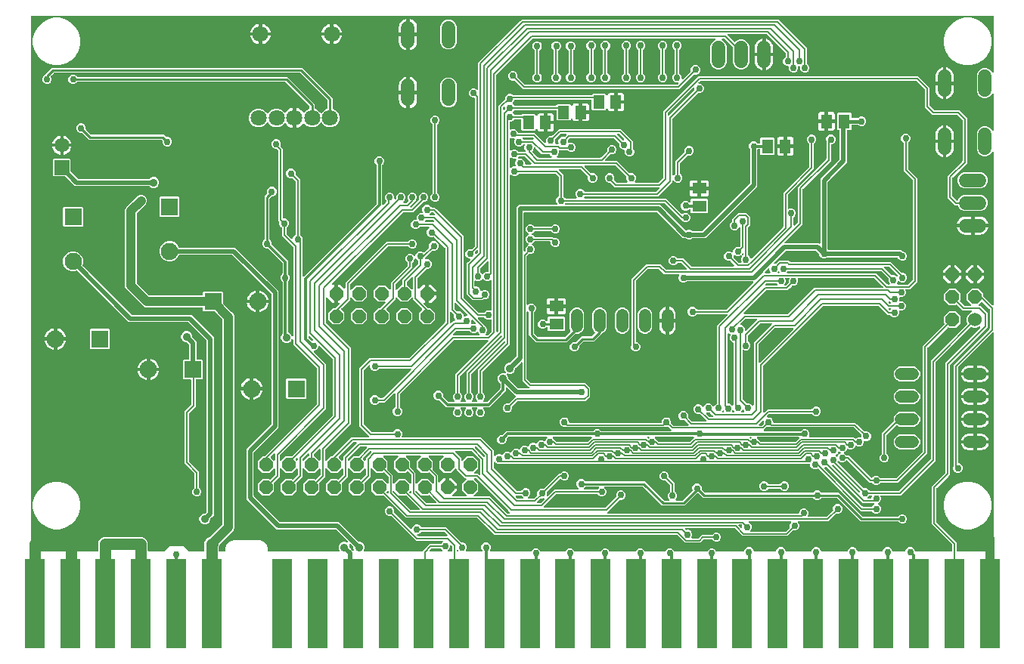
<source format=gbr>
G04 EAGLE Gerber RS-274X export*
G75*
%MOMM*%
%FSLAX34Y34*%
%LPD*%
%INBottom Copper*%
%IPPOS*%
%AMOC8*
5,1,8,0,0,1.08239X$1,22.5*%
G01*
%ADD10R,2.300000X10.000000*%
%ADD11P,1.649562X8X22.500000*%
%ADD12C,1.320800*%
%ADD13C,1.524000*%
%ADD14C,1.524000*%
%ADD15P,1.649562X8X112.500000*%
%ADD16C,1.930400*%
%ADD17R,1.930400X1.930400*%
%ADD18C,1.651000*%
%ADD19R,1.651000X1.651000*%
%ADD20C,1.800000*%
%ADD21C,1.806300*%
%ADD22R,1.600000X1.300000*%
%ADD23R,1.300000X1.600000*%
%ADD24R,1.300000X1.500000*%
%ADD25C,0.756400*%
%ADD26C,0.304800*%
%ADD27C,0.254000*%
%ADD28C,1.270000*%
%ADD29C,0.906400*%
%ADD30C,0.508000*%
%ADD31C,0.152400*%
%ADD32C,1.016000*%
%ADD33C,0.406400*%
%ADD34C,0.203200*%

G36*
X85768Y108213D02*
X85768Y108213D01*
X85826Y108211D01*
X85908Y108233D01*
X85992Y108245D01*
X86045Y108269D01*
X86101Y108283D01*
X86174Y108326D01*
X86251Y108361D01*
X86296Y108399D01*
X86346Y108429D01*
X86404Y108490D01*
X86468Y108545D01*
X86500Y108593D01*
X86540Y108636D01*
X86579Y108711D01*
X86626Y108781D01*
X86643Y108837D01*
X86670Y108889D01*
X86681Y108957D01*
X86711Y109052D01*
X86714Y109152D01*
X86725Y109220D01*
X86725Y118406D01*
X87924Y121301D01*
X90139Y123516D01*
X93034Y124715D01*
X135766Y124715D01*
X138661Y123516D01*
X140876Y121301D01*
X142075Y118406D01*
X142075Y109220D01*
X142083Y109162D01*
X142081Y109104D01*
X142103Y109022D01*
X142115Y108939D01*
X142138Y108885D01*
X142153Y108829D01*
X142196Y108756D01*
X142231Y108679D01*
X142269Y108634D01*
X142298Y108584D01*
X142360Y108526D01*
X142414Y108462D01*
X142463Y108430D01*
X142506Y108390D01*
X142581Y108351D01*
X142651Y108305D01*
X142707Y108287D01*
X142759Y108260D01*
X142827Y108249D01*
X142922Y108219D01*
X143022Y108216D01*
X143090Y108205D01*
X160020Y108205D01*
X160107Y108217D01*
X160194Y108220D01*
X160247Y108237D01*
X160302Y108245D01*
X160381Y108280D01*
X160465Y108307D01*
X160504Y108335D01*
X160561Y108361D01*
X160674Y108457D01*
X160738Y108502D01*
X166791Y114555D01*
X182460Y114555D01*
X188512Y108502D01*
X188582Y108450D01*
X188646Y108390D01*
X188695Y108364D01*
X188739Y108331D01*
X188821Y108300D01*
X188899Y108260D01*
X188947Y108252D01*
X189005Y108230D01*
X189153Y108218D01*
X189230Y108205D01*
X204510Y108205D01*
X204568Y108213D01*
X204626Y108211D01*
X204708Y108233D01*
X204792Y108245D01*
X204845Y108269D01*
X204901Y108283D01*
X204974Y108326D01*
X205051Y108361D01*
X205096Y108399D01*
X205146Y108429D01*
X205204Y108490D01*
X205268Y108545D01*
X205300Y108593D01*
X205340Y108636D01*
X205379Y108711D01*
X205426Y108781D01*
X205443Y108837D01*
X205470Y108889D01*
X205481Y108957D01*
X205511Y109052D01*
X205514Y109152D01*
X205525Y109220D01*
X205525Y114975D01*
X205521Y115006D01*
X205523Y115037D01*
X205506Y115113D01*
X205485Y115257D01*
X205485Y118406D01*
X206684Y121301D01*
X208899Y123516D01*
X211847Y124737D01*
X211874Y124753D01*
X211903Y124762D01*
X211967Y124808D01*
X212092Y124881D01*
X212136Y124928D01*
X212176Y124957D01*
X225508Y138288D01*
X225560Y138358D01*
X225620Y138422D01*
X225646Y138472D01*
X225679Y138516D01*
X225710Y138597D01*
X225750Y138675D01*
X225758Y138723D01*
X225780Y138781D01*
X225792Y138929D01*
X225805Y139006D01*
X225805Y368084D01*
X225793Y368170D01*
X225790Y368258D01*
X225773Y368310D01*
X225765Y368365D01*
X225730Y368445D01*
X225703Y368528D01*
X225675Y368567D01*
X225649Y368625D01*
X225577Y368710D01*
X225556Y368745D01*
X225533Y368767D01*
X225508Y368802D01*
X217164Y377146D01*
X217094Y377198D01*
X217030Y377258D01*
X216981Y377284D01*
X216936Y377317D01*
X216855Y377348D01*
X216777Y377388D01*
X216729Y377396D01*
X216671Y377418D01*
X216523Y377430D01*
X216446Y377443D01*
X204746Y377443D01*
X203853Y378336D01*
X203853Y381000D01*
X203845Y381058D01*
X203847Y381116D01*
X203825Y381198D01*
X203813Y381282D01*
X203790Y381335D01*
X203775Y381391D01*
X203732Y381464D01*
X203697Y381541D01*
X203659Y381586D01*
X203630Y381636D01*
X203568Y381694D01*
X203514Y381758D01*
X203465Y381790D01*
X203422Y381830D01*
X203347Y381869D01*
X203277Y381916D01*
X203221Y381933D01*
X203169Y381960D01*
X203101Y381971D01*
X203006Y382001D01*
X202906Y382004D01*
X202838Y382015D01*
X139656Y382015D01*
X137229Y383021D01*
X117591Y402659D01*
X116585Y405086D01*
X116585Y491534D01*
X117591Y493961D01*
X130879Y507249D01*
X133306Y508255D01*
X135934Y508255D01*
X138361Y507249D01*
X140219Y505391D01*
X141225Y502964D01*
X141225Y500336D01*
X140219Y497909D01*
X130092Y487782D01*
X130040Y487712D01*
X129980Y487648D01*
X129954Y487598D01*
X129921Y487554D01*
X129890Y487473D01*
X129850Y487395D01*
X129842Y487347D01*
X129820Y487289D01*
X129808Y487141D01*
X129795Y487064D01*
X129795Y409556D01*
X129807Y409470D01*
X129810Y409382D01*
X129827Y409330D01*
X129835Y409275D01*
X129870Y409195D01*
X129897Y409112D01*
X129925Y409073D01*
X129951Y409015D01*
X130047Y408902D01*
X130092Y408838D01*
X143408Y395522D01*
X143478Y395470D01*
X143542Y395410D01*
X143592Y395384D01*
X143636Y395351D01*
X143717Y395320D01*
X143795Y395280D01*
X143843Y395272D01*
X143901Y395250D01*
X144049Y395238D01*
X144126Y395225D01*
X202838Y395225D01*
X202896Y395233D01*
X202954Y395231D01*
X203036Y395253D01*
X203120Y395265D01*
X203173Y395288D01*
X203229Y395303D01*
X203302Y395346D01*
X203379Y395381D01*
X203424Y395419D01*
X203474Y395448D01*
X203532Y395510D01*
X203596Y395564D01*
X203628Y395613D01*
X203668Y395656D01*
X203707Y395731D01*
X203754Y395801D01*
X203771Y395857D01*
X203798Y395909D01*
X203809Y395977D01*
X203839Y396072D01*
X203842Y396172D01*
X203853Y396240D01*
X203853Y398904D01*
X204746Y399797D01*
X225314Y399797D01*
X226207Y398904D01*
X226207Y387204D01*
X226219Y387118D01*
X226222Y387030D01*
X226239Y386978D01*
X226247Y386923D01*
X226282Y386843D01*
X226309Y386760D01*
X226337Y386720D01*
X226363Y386663D01*
X226459Y386550D01*
X226504Y386486D01*
X236009Y376982D01*
X238009Y374981D01*
X239015Y372554D01*
X239015Y134536D01*
X238009Y132109D01*
X222842Y116942D01*
X222790Y116872D01*
X222730Y116808D01*
X222704Y116758D01*
X222671Y116714D01*
X222640Y116633D01*
X222600Y116555D01*
X222592Y116507D01*
X222570Y116449D01*
X222558Y116301D01*
X222545Y116224D01*
X222545Y115274D01*
X221352Y112394D01*
X221344Y112364D01*
X221330Y112337D01*
X221317Y112259D01*
X221281Y112119D01*
X221283Y112054D01*
X221275Y112006D01*
X221275Y109220D01*
X221283Y109162D01*
X221281Y109104D01*
X221303Y109022D01*
X221315Y108939D01*
X221338Y108885D01*
X221353Y108829D01*
X221396Y108756D01*
X221431Y108679D01*
X221469Y108634D01*
X221498Y108584D01*
X221560Y108526D01*
X221614Y108462D01*
X221663Y108430D01*
X221706Y108390D01*
X221781Y108351D01*
X221851Y108305D01*
X221907Y108287D01*
X221959Y108260D01*
X222027Y108249D01*
X222122Y108219D01*
X222222Y108216D01*
X222290Y108205D01*
X228092Y108205D01*
X228150Y108213D01*
X228208Y108211D01*
X228290Y108233D01*
X228374Y108245D01*
X228427Y108269D01*
X228483Y108283D01*
X228556Y108326D01*
X228633Y108361D01*
X228678Y108399D01*
X228728Y108429D01*
X228786Y108490D01*
X228850Y108545D01*
X228882Y108593D01*
X228922Y108636D01*
X228961Y108711D01*
X229008Y108781D01*
X229025Y108837D01*
X229052Y108889D01*
X229063Y108957D01*
X229093Y109052D01*
X229096Y109152D01*
X229107Y109220D01*
X229107Y112663D01*
X230770Y116677D01*
X233843Y119750D01*
X237857Y121413D01*
X267603Y121413D01*
X271617Y119750D01*
X274690Y116677D01*
X276353Y112663D01*
X276353Y109220D01*
X276361Y109162D01*
X276359Y109104D01*
X276381Y109022D01*
X276393Y108939D01*
X276416Y108885D01*
X276431Y108829D01*
X276474Y108756D01*
X276509Y108679D01*
X276547Y108634D01*
X276576Y108584D01*
X276638Y108526D01*
X276692Y108462D01*
X276741Y108430D01*
X276784Y108390D01*
X276859Y108351D01*
X276929Y108305D01*
X276985Y108287D01*
X277037Y108260D01*
X277105Y108249D01*
X277200Y108219D01*
X277300Y108216D01*
X277368Y108205D01*
X355874Y108205D01*
X355987Y108221D01*
X356102Y108231D01*
X356128Y108241D01*
X356155Y108245D01*
X356260Y108292D01*
X356367Y108333D01*
X356389Y108350D01*
X356414Y108361D01*
X356502Y108435D01*
X356594Y108504D01*
X356610Y108527D01*
X356631Y108545D01*
X356695Y108640D01*
X356764Y108732D01*
X356774Y108758D01*
X356789Y108781D01*
X356824Y108891D01*
X356864Y108998D01*
X356866Y109026D01*
X356875Y109052D01*
X356878Y109167D01*
X356887Y109281D01*
X356881Y109306D01*
X356882Y109336D01*
X356815Y109593D01*
X356811Y109609D01*
X355893Y111825D01*
X355893Y114235D01*
X356815Y116461D01*
X358519Y118165D01*
X360745Y119087D01*
X363155Y119087D01*
X364414Y118565D01*
X364498Y118544D01*
X364578Y118513D01*
X364635Y118508D01*
X364690Y118494D01*
X364776Y118496D01*
X364861Y118489D01*
X364917Y118501D01*
X364974Y118502D01*
X365056Y118528D01*
X365140Y118545D01*
X365190Y118571D01*
X365245Y118589D01*
X365316Y118637D01*
X365392Y118676D01*
X365433Y118715D01*
X365481Y118747D01*
X365536Y118813D01*
X365598Y118872D01*
X365627Y118921D01*
X365664Y118965D01*
X365699Y119043D01*
X365742Y119117D01*
X365756Y119172D01*
X365779Y119224D01*
X365791Y119310D01*
X365812Y119393D01*
X365810Y119450D01*
X365818Y119506D01*
X365806Y119591D01*
X365803Y119677D01*
X365786Y119731D01*
X365777Y119787D01*
X365742Y119866D01*
X365716Y119947D01*
X365687Y119988D01*
X365660Y120046D01*
X365566Y120157D01*
X365521Y120221D01*
X352944Y132798D01*
X352874Y132850D01*
X352810Y132910D01*
X352761Y132936D01*
X352716Y132969D01*
X352635Y133000D01*
X352557Y133040D01*
X352509Y133048D01*
X352451Y133070D01*
X352303Y133082D01*
X352226Y133095D01*
X286606Y133095D01*
X283928Y135774D01*
X255154Y164548D01*
X252475Y167226D01*
X252475Y222664D01*
X280118Y250306D01*
X280170Y250376D01*
X280230Y250440D01*
X280256Y250489D01*
X280289Y250534D01*
X280320Y250615D01*
X280360Y250693D01*
X280368Y250741D01*
X280390Y250799D01*
X280402Y250947D01*
X280415Y251024D01*
X280415Y396676D01*
X280403Y396762D01*
X280400Y396850D01*
X280383Y396903D01*
X280375Y396957D01*
X280340Y397037D01*
X280313Y397120D01*
X280285Y397160D01*
X280259Y397217D01*
X280163Y397330D01*
X280118Y397394D01*
X236974Y440538D01*
X236904Y440590D01*
X236840Y440650D01*
X236791Y440676D01*
X236747Y440709D01*
X236665Y440740D01*
X236587Y440780D01*
X236539Y440788D01*
X236481Y440810D01*
X236333Y440822D01*
X236256Y440835D01*
X177462Y440835D01*
X177461Y440835D01*
X177459Y440835D01*
X177319Y440815D01*
X177181Y440795D01*
X177179Y440795D01*
X177178Y440795D01*
X177052Y440738D01*
X176921Y440679D01*
X176920Y440678D01*
X176919Y440677D01*
X176812Y440586D01*
X176704Y440496D01*
X176704Y440494D01*
X176702Y440493D01*
X176694Y440480D01*
X176547Y440259D01*
X176538Y440230D01*
X176524Y440209D01*
X175845Y438569D01*
X172701Y435425D01*
X168593Y433723D01*
X164147Y433723D01*
X160039Y435425D01*
X156895Y438569D01*
X155193Y442677D01*
X155193Y447123D01*
X156895Y451231D01*
X160039Y454375D01*
X164147Y456077D01*
X168593Y456077D01*
X172701Y454375D01*
X175845Y451231D01*
X176524Y449591D01*
X176525Y449590D01*
X176526Y449589D01*
X176596Y449470D01*
X176669Y449347D01*
X176670Y449346D01*
X176671Y449344D01*
X176776Y449245D01*
X176876Y449151D01*
X176877Y449151D01*
X176878Y449150D01*
X177004Y449085D01*
X177128Y449021D01*
X177130Y449021D01*
X177131Y449020D01*
X177146Y449018D01*
X177407Y448966D01*
X177438Y448969D01*
X177462Y448965D01*
X240044Y448965D01*
X242722Y446286D01*
X285866Y403142D01*
X288545Y400464D01*
X288545Y247236D01*
X260902Y219594D01*
X260866Y219546D01*
X260862Y219543D01*
X260850Y219525D01*
X260850Y219524D01*
X260790Y219460D01*
X260764Y219411D01*
X260731Y219366D01*
X260713Y219319D01*
X260704Y219306D01*
X260694Y219273D01*
X260660Y219207D01*
X260652Y219159D01*
X260630Y219101D01*
X260627Y219060D01*
X260619Y219035D01*
X260616Y218945D01*
X260605Y218876D01*
X260605Y171014D01*
X260617Y170928D01*
X260620Y170840D01*
X260637Y170787D01*
X260645Y170733D01*
X260680Y170653D01*
X260707Y170570D01*
X260735Y170530D01*
X260761Y170473D01*
X260857Y170360D01*
X260902Y170296D01*
X289676Y141522D01*
X289746Y141470D01*
X289810Y141410D01*
X289859Y141384D01*
X289903Y141351D01*
X289985Y141320D01*
X290063Y141280D01*
X290111Y141272D01*
X290169Y141250D01*
X290317Y141238D01*
X290394Y141225D01*
X356014Y141225D01*
X377854Y119384D01*
X377924Y119332D01*
X377988Y119272D01*
X378037Y119246D01*
X378081Y119213D01*
X378163Y119182D01*
X378241Y119142D01*
X378289Y119134D01*
X378347Y119112D01*
X378495Y119100D01*
X378572Y119087D01*
X379665Y119087D01*
X381891Y118165D01*
X383595Y116461D01*
X384517Y114235D01*
X384517Y111825D01*
X383599Y109609D01*
X383570Y109497D01*
X383535Y109388D01*
X383534Y109360D01*
X383528Y109333D01*
X383531Y109219D01*
X383528Y109104D01*
X383535Y109077D01*
X383536Y109049D01*
X383571Y108940D01*
X383600Y108829D01*
X383614Y108805D01*
X383622Y108778D01*
X383686Y108683D01*
X383745Y108584D01*
X383765Y108565D01*
X383781Y108542D01*
X383868Y108468D01*
X383952Y108390D01*
X383977Y108377D01*
X383998Y108359D01*
X384103Y108313D01*
X384205Y108260D01*
X384230Y108256D01*
X384258Y108244D01*
X384522Y108207D01*
X384536Y108205D01*
X448564Y108205D01*
X448622Y108213D01*
X448680Y108211D01*
X448762Y108233D01*
X448846Y108245D01*
X448899Y108269D01*
X448955Y108283D01*
X449028Y108326D01*
X449105Y108361D01*
X449150Y108399D01*
X449200Y108429D01*
X449258Y108490D01*
X449322Y108545D01*
X449354Y108593D01*
X449394Y108636D01*
X449433Y108711D01*
X449480Y108781D01*
X449497Y108837D01*
X449524Y108889D01*
X449535Y108957D01*
X449536Y108959D01*
X457418Y116841D01*
X469610Y116841D01*
X469612Y116841D01*
X469613Y116841D01*
X469754Y116861D01*
X469892Y116881D01*
X469893Y116881D01*
X469895Y116881D01*
X470024Y116940D01*
X470151Y116997D01*
X470152Y116998D01*
X470154Y116999D01*
X470260Y117089D01*
X470368Y117180D01*
X470369Y117182D01*
X470370Y117183D01*
X470378Y117195D01*
X470393Y117217D01*
X472091Y118916D01*
X472109Y118940D01*
X472131Y118959D01*
X472194Y119053D01*
X472262Y119143D01*
X472273Y119171D01*
X472289Y119195D01*
X472323Y119303D01*
X472363Y119409D01*
X472366Y119438D01*
X472375Y119466D01*
X472378Y119580D01*
X472387Y119692D01*
X472381Y119721D01*
X472382Y119750D01*
X472353Y119860D01*
X472331Y119971D01*
X472318Y119997D01*
X472310Y120025D01*
X472252Y120123D01*
X472200Y120223D01*
X472180Y120245D01*
X472165Y120270D01*
X472082Y120347D01*
X472004Y120429D01*
X471979Y120444D01*
X471958Y120464D01*
X471857Y120516D01*
X471759Y120573D01*
X471731Y120580D01*
X471704Y120594D01*
X471627Y120607D01*
X471484Y120643D01*
X471421Y120641D01*
X471373Y120649D01*
X442178Y120649D01*
X414751Y148076D01*
X414749Y148077D01*
X414748Y148079D01*
X414630Y148167D01*
X414523Y148247D01*
X414522Y148248D01*
X414520Y148249D01*
X414387Y148299D01*
X414258Y148348D01*
X414256Y148349D01*
X414254Y148349D01*
X414111Y148361D01*
X413974Y148372D01*
X413973Y148372D01*
X413971Y148372D01*
X413954Y148368D01*
X413931Y148363D01*
X411694Y148363D01*
X409744Y149171D01*
X408251Y150664D01*
X407443Y152614D01*
X407443Y154726D01*
X408251Y156676D01*
X409744Y158169D01*
X411694Y158977D01*
X413806Y158977D01*
X415756Y158169D01*
X417249Y156676D01*
X418057Y154726D01*
X418057Y152517D01*
X418053Y152501D01*
X418053Y152499D01*
X418052Y152497D01*
X418057Y152358D01*
X418061Y152217D01*
X418061Y152215D01*
X418061Y152213D01*
X418105Y152077D01*
X418147Y151946D01*
X418148Y151944D01*
X418149Y151943D01*
X418158Y151929D01*
X418305Y151710D01*
X418329Y151690D01*
X418344Y151669D01*
X436190Y133823D01*
X436214Y133805D01*
X436233Y133783D01*
X436327Y133720D01*
X436417Y133652D01*
X436445Y133642D01*
X436469Y133625D01*
X436577Y133591D01*
X436683Y133551D01*
X436712Y133548D01*
X436740Y133540D01*
X436854Y133537D01*
X436966Y133527D01*
X436995Y133533D01*
X437024Y133532D01*
X437134Y133561D01*
X437245Y133583D01*
X437271Y133597D01*
X437299Y133604D01*
X437397Y133662D01*
X437497Y133714D01*
X437519Y133734D01*
X437544Y133749D01*
X437621Y133832D01*
X437703Y133910D01*
X437718Y133935D01*
X437738Y133957D01*
X437790Y134058D01*
X437847Y134155D01*
X437854Y134184D01*
X437868Y134210D01*
X437881Y134287D01*
X437891Y134328D01*
X438731Y136356D01*
X440224Y137849D01*
X442174Y138657D01*
X444286Y138657D01*
X446236Y137849D01*
X447798Y136287D01*
X447806Y136273D01*
X447808Y136272D01*
X447808Y136270D01*
X447914Y136171D01*
X448013Y136077D01*
X448015Y136077D01*
X448016Y136076D01*
X448141Y136011D01*
X448266Y135947D01*
X448267Y135947D01*
X448269Y135946D01*
X448284Y135944D01*
X448545Y135892D01*
X448575Y135895D01*
X448600Y135891D01*
X476032Y135891D01*
X493289Y118634D01*
X493359Y118582D01*
X493423Y118522D01*
X493472Y118496D01*
X493516Y118463D01*
X493598Y118432D01*
X493676Y118392D01*
X493723Y118384D01*
X493782Y118362D01*
X493930Y118350D01*
X494007Y118337D01*
X495086Y118337D01*
X497036Y117529D01*
X498529Y116036D01*
X499337Y114086D01*
X499337Y111974D01*
X498529Y110024D01*
X498443Y109938D01*
X498425Y109914D01*
X498403Y109896D01*
X498340Y109801D01*
X498272Y109711D01*
X498261Y109683D01*
X498245Y109659D01*
X498211Y109551D01*
X498171Y109445D01*
X498168Y109416D01*
X498159Y109388D01*
X498156Y109275D01*
X498147Y109162D01*
X498153Y109133D01*
X498152Y109104D01*
X498181Y108994D01*
X498203Y108883D01*
X498216Y108857D01*
X498224Y108829D01*
X498281Y108732D01*
X498334Y108631D01*
X498354Y108609D01*
X498369Y108584D01*
X498452Y108507D01*
X498530Y108425D01*
X498555Y108410D01*
X498576Y108390D01*
X498677Y108338D01*
X498775Y108281D01*
X498803Y108274D01*
X498830Y108260D01*
X498907Y108247D01*
X499050Y108211D01*
X499113Y108213D01*
X499161Y108205D01*
X515569Y108205D01*
X515599Y108209D01*
X515628Y108206D01*
X515739Y108229D01*
X515851Y108245D01*
X515878Y108257D01*
X515906Y108262D01*
X516007Y108315D01*
X516110Y108361D01*
X516133Y108380D01*
X516159Y108393D01*
X516241Y108471D01*
X516327Y108545D01*
X516344Y108569D01*
X516365Y108589D01*
X516422Y108687D01*
X516485Y108781D01*
X516494Y108809D01*
X516509Y108834D01*
X516536Y108944D01*
X516571Y109052D01*
X516571Y109081D01*
X516579Y109110D01*
X516575Y109223D01*
X516578Y109336D01*
X516571Y109365D01*
X516570Y109394D01*
X516535Y109502D01*
X516506Y109611D01*
X516491Y109637D01*
X516482Y109665D01*
X516437Y109728D01*
X516361Y109856D01*
X516315Y109899D01*
X516287Y109938D01*
X516201Y110024D01*
X515393Y111974D01*
X515393Y114086D01*
X516201Y116036D01*
X517694Y117529D01*
X519644Y118337D01*
X521756Y118337D01*
X523706Y117529D01*
X525199Y116036D01*
X526007Y114086D01*
X526007Y111974D01*
X525199Y110024D01*
X525113Y109938D01*
X525095Y109914D01*
X525073Y109896D01*
X525010Y109801D01*
X524942Y109711D01*
X524931Y109683D01*
X524915Y109659D01*
X524881Y109551D01*
X524841Y109445D01*
X524838Y109416D01*
X524829Y109388D01*
X524826Y109275D01*
X524817Y109162D01*
X524823Y109133D01*
X524822Y109104D01*
X524851Y108994D01*
X524873Y108883D01*
X524886Y108857D01*
X524894Y108829D01*
X524951Y108732D01*
X525004Y108631D01*
X525024Y108609D01*
X525039Y108584D01*
X525122Y108507D01*
X525200Y108425D01*
X525225Y108410D01*
X525246Y108390D01*
X525347Y108338D01*
X525445Y108281D01*
X525473Y108274D01*
X525500Y108260D01*
X525577Y108247D01*
X525720Y108211D01*
X525783Y108213D01*
X525831Y108205D01*
X570789Y108205D01*
X570791Y108205D01*
X570792Y108205D01*
X570933Y108225D01*
X571071Y108245D01*
X571072Y108245D01*
X571074Y108245D01*
X571202Y108303D01*
X571330Y108361D01*
X571331Y108362D01*
X571333Y108363D01*
X571440Y108454D01*
X571547Y108545D01*
X571548Y108546D01*
X571549Y108547D01*
X571557Y108560D01*
X571705Y108781D01*
X571714Y108810D01*
X571727Y108832D01*
X572081Y109686D01*
X573574Y111179D01*
X575524Y111987D01*
X577636Y111987D01*
X579586Y111179D01*
X581079Y109686D01*
X581433Y108832D01*
X581434Y108830D01*
X581434Y108829D01*
X581507Y108705D01*
X581577Y108587D01*
X581578Y108586D01*
X581579Y108584D01*
X581686Y108484D01*
X581784Y108392D01*
X581785Y108391D01*
X581787Y108390D01*
X581912Y108325D01*
X582037Y108261D01*
X582038Y108261D01*
X582040Y108260D01*
X582054Y108258D01*
X582316Y108206D01*
X582346Y108209D01*
X582371Y108205D01*
X608889Y108205D01*
X608891Y108205D01*
X608892Y108205D01*
X609033Y108225D01*
X609171Y108245D01*
X609172Y108245D01*
X609174Y108245D01*
X609302Y108303D01*
X609430Y108361D01*
X609431Y108362D01*
X609433Y108363D01*
X609540Y108454D01*
X609647Y108545D01*
X609648Y108546D01*
X609649Y108547D01*
X609657Y108560D01*
X609805Y108781D01*
X609814Y108810D01*
X609827Y108832D01*
X610181Y109686D01*
X611674Y111179D01*
X613624Y111987D01*
X615736Y111987D01*
X617686Y111179D01*
X619179Y109686D01*
X619533Y108832D01*
X619534Y108830D01*
X619534Y108829D01*
X619607Y108705D01*
X619677Y108587D01*
X619678Y108586D01*
X619679Y108584D01*
X619786Y108484D01*
X619884Y108392D01*
X619885Y108391D01*
X619887Y108390D01*
X620012Y108325D01*
X620137Y108261D01*
X620138Y108261D01*
X620140Y108260D01*
X620154Y108258D01*
X620416Y108206D01*
X620446Y108209D01*
X620471Y108205D01*
X648259Y108205D01*
X648261Y108205D01*
X648262Y108205D01*
X648402Y108225D01*
X648541Y108245D01*
X648542Y108245D01*
X648544Y108245D01*
X648674Y108304D01*
X648800Y108361D01*
X648801Y108362D01*
X648803Y108363D01*
X648913Y108456D01*
X649017Y108545D01*
X649018Y108546D01*
X649019Y108547D01*
X649027Y108560D01*
X649175Y108781D01*
X649184Y108810D01*
X649197Y108831D01*
X649551Y109686D01*
X651044Y111179D01*
X652994Y111987D01*
X655106Y111987D01*
X657056Y111179D01*
X658549Y109686D01*
X658903Y108831D01*
X658904Y108830D01*
X658904Y108829D01*
X658977Y108705D01*
X659047Y108587D01*
X659048Y108586D01*
X659049Y108584D01*
X659153Y108487D01*
X659254Y108391D01*
X659255Y108391D01*
X659257Y108390D01*
X659382Y108325D01*
X659507Y108261D01*
X659508Y108261D01*
X659510Y108260D01*
X659525Y108258D01*
X659786Y108206D01*
X659816Y108209D01*
X659841Y108205D01*
X687629Y108205D01*
X687631Y108205D01*
X687632Y108205D01*
X687772Y108225D01*
X687911Y108245D01*
X687912Y108245D01*
X687914Y108245D01*
X688044Y108304D01*
X688170Y108361D01*
X688171Y108362D01*
X688173Y108363D01*
X688283Y108456D01*
X688387Y108545D01*
X688388Y108546D01*
X688389Y108547D01*
X688397Y108560D01*
X688545Y108781D01*
X688554Y108810D01*
X688567Y108831D01*
X688921Y109686D01*
X690414Y111179D01*
X692364Y111987D01*
X694476Y111987D01*
X696426Y111179D01*
X697919Y109686D01*
X698273Y108831D01*
X698274Y108830D01*
X698274Y108829D01*
X698347Y108705D01*
X698417Y108587D01*
X698418Y108586D01*
X698419Y108584D01*
X698523Y108487D01*
X698624Y108391D01*
X698625Y108391D01*
X698627Y108390D01*
X698752Y108325D01*
X698877Y108261D01*
X698878Y108261D01*
X698880Y108260D01*
X698895Y108258D01*
X699156Y108206D01*
X699186Y108209D01*
X699211Y108205D01*
X720649Y108205D01*
X720651Y108205D01*
X720652Y108205D01*
X720792Y108225D01*
X720931Y108245D01*
X720932Y108245D01*
X720934Y108245D01*
X721064Y108304D01*
X721190Y108361D01*
X721191Y108362D01*
X721193Y108363D01*
X721303Y108456D01*
X721407Y108545D01*
X721408Y108546D01*
X721409Y108547D01*
X721417Y108560D01*
X721565Y108781D01*
X721574Y108810D01*
X721587Y108831D01*
X721941Y109686D01*
X723434Y111179D01*
X725384Y111987D01*
X727496Y111987D01*
X729446Y111179D01*
X730939Y109686D01*
X731293Y108831D01*
X731294Y108830D01*
X731294Y108829D01*
X731367Y108705D01*
X731437Y108587D01*
X731438Y108586D01*
X731439Y108584D01*
X731543Y108487D01*
X731644Y108391D01*
X731645Y108391D01*
X731647Y108390D01*
X731772Y108325D01*
X731897Y108261D01*
X731898Y108261D01*
X731900Y108260D01*
X731915Y108258D01*
X732176Y108206D01*
X732206Y108209D01*
X732231Y108205D01*
X767639Y108205D01*
X767641Y108205D01*
X767642Y108205D01*
X767782Y108225D01*
X767921Y108245D01*
X767922Y108245D01*
X767924Y108245D01*
X768054Y108304D01*
X768180Y108361D01*
X768181Y108362D01*
X768183Y108363D01*
X768293Y108456D01*
X768397Y108545D01*
X768398Y108546D01*
X768399Y108547D01*
X768407Y108560D01*
X768555Y108781D01*
X768564Y108810D01*
X768577Y108831D01*
X768931Y109686D01*
X770424Y111179D01*
X772374Y111987D01*
X774486Y111987D01*
X776436Y111179D01*
X777929Y109686D01*
X778283Y108831D01*
X778284Y108830D01*
X778284Y108829D01*
X778357Y108705D01*
X778427Y108587D01*
X778428Y108586D01*
X778429Y108584D01*
X778533Y108487D01*
X778634Y108391D01*
X778635Y108391D01*
X778637Y108390D01*
X778762Y108325D01*
X778887Y108261D01*
X778888Y108261D01*
X778890Y108260D01*
X778905Y108258D01*
X779166Y108206D01*
X779196Y108209D01*
X779221Y108205D01*
X808780Y108205D01*
X808782Y108205D01*
X808783Y108205D01*
X808923Y108225D01*
X809062Y108245D01*
X809063Y108245D01*
X809065Y108245D01*
X809195Y108304D01*
X809321Y108361D01*
X809322Y108362D01*
X809324Y108363D01*
X809434Y108456D01*
X809538Y108545D01*
X809539Y108546D01*
X809540Y108547D01*
X809548Y108560D01*
X809696Y108781D01*
X809705Y108810D01*
X809718Y108831D01*
X810598Y110956D01*
X812091Y112449D01*
X814041Y113257D01*
X816153Y113257D01*
X818103Y112449D01*
X819596Y110956D01*
X820476Y108831D01*
X820477Y108830D01*
X820477Y108829D01*
X820550Y108705D01*
X820620Y108587D01*
X820622Y108586D01*
X820622Y108584D01*
X820726Y108487D01*
X820827Y108391D01*
X820828Y108391D01*
X820830Y108390D01*
X820955Y108325D01*
X821080Y108261D01*
X821081Y108261D01*
X821083Y108260D01*
X821098Y108258D01*
X821359Y108206D01*
X821389Y108209D01*
X821414Y108205D01*
X844583Y108205D01*
X844585Y108205D01*
X844586Y108205D01*
X844726Y108225D01*
X844865Y108245D01*
X844866Y108245D01*
X844868Y108245D01*
X844994Y108302D01*
X845124Y108361D01*
X845125Y108362D01*
X845127Y108363D01*
X845234Y108454D01*
X845341Y108545D01*
X845342Y108546D01*
X845343Y108547D01*
X845351Y108560D01*
X845499Y108781D01*
X845508Y108810D01*
X845521Y108831D01*
X846401Y110956D01*
X847894Y112449D01*
X849844Y113257D01*
X851956Y113257D01*
X853906Y112449D01*
X855399Y110956D01*
X856279Y108831D01*
X856280Y108830D01*
X856280Y108829D01*
X856353Y108705D01*
X856423Y108587D01*
X856424Y108586D01*
X856425Y108584D01*
X856529Y108487D01*
X856630Y108391D01*
X856631Y108391D01*
X856633Y108390D01*
X856758Y108325D01*
X856883Y108261D01*
X856884Y108261D01*
X856886Y108260D01*
X856901Y108258D01*
X857162Y108206D01*
X857192Y108209D01*
X857217Y108205D01*
X883953Y108205D01*
X883955Y108205D01*
X883956Y108205D01*
X884096Y108225D01*
X884235Y108245D01*
X884236Y108245D01*
X884238Y108245D01*
X884364Y108302D01*
X884494Y108361D01*
X884495Y108362D01*
X884497Y108363D01*
X884604Y108454D01*
X884711Y108545D01*
X884712Y108546D01*
X884713Y108547D01*
X884721Y108560D01*
X884869Y108781D01*
X884878Y108810D01*
X884891Y108831D01*
X885771Y110956D01*
X887264Y112449D01*
X889214Y113257D01*
X891326Y113257D01*
X893276Y112449D01*
X894769Y110956D01*
X895649Y108831D01*
X895650Y108830D01*
X895650Y108829D01*
X895723Y108705D01*
X895793Y108587D01*
X895794Y108586D01*
X895795Y108584D01*
X895899Y108487D01*
X896000Y108391D01*
X896001Y108391D01*
X896003Y108390D01*
X896128Y108325D01*
X896253Y108261D01*
X896254Y108261D01*
X896256Y108260D01*
X896271Y108258D01*
X896532Y108206D01*
X896562Y108209D01*
X896587Y108205D01*
X924593Y108205D01*
X924595Y108205D01*
X924596Y108205D01*
X924736Y108225D01*
X924875Y108245D01*
X924876Y108245D01*
X924878Y108245D01*
X925004Y108302D01*
X925134Y108361D01*
X925135Y108362D01*
X925137Y108363D01*
X925244Y108454D01*
X925351Y108545D01*
X925352Y108546D01*
X925353Y108547D01*
X925361Y108560D01*
X925509Y108781D01*
X925518Y108810D01*
X925531Y108831D01*
X926411Y110956D01*
X927904Y112449D01*
X929854Y113257D01*
X931966Y113257D01*
X933916Y112449D01*
X935409Y110956D01*
X936289Y108831D01*
X936290Y108830D01*
X936290Y108829D01*
X936363Y108705D01*
X936433Y108587D01*
X936434Y108586D01*
X936435Y108584D01*
X936539Y108487D01*
X936640Y108391D01*
X936641Y108391D01*
X936643Y108390D01*
X936768Y108325D01*
X936893Y108261D01*
X936894Y108261D01*
X936896Y108260D01*
X936911Y108258D01*
X937172Y108206D01*
X937202Y108209D01*
X937227Y108205D01*
X963963Y108205D01*
X963965Y108205D01*
X963966Y108205D01*
X964106Y108225D01*
X964245Y108245D01*
X964246Y108245D01*
X964248Y108245D01*
X964374Y108302D01*
X964504Y108361D01*
X964505Y108362D01*
X964507Y108363D01*
X964614Y108454D01*
X964721Y108545D01*
X964722Y108546D01*
X964723Y108547D01*
X964731Y108560D01*
X964879Y108781D01*
X964888Y108810D01*
X964901Y108831D01*
X965781Y110956D01*
X967274Y112449D01*
X969224Y113257D01*
X971336Y113257D01*
X973286Y112449D01*
X974779Y110956D01*
X975659Y108831D01*
X975660Y108830D01*
X975660Y108829D01*
X975733Y108705D01*
X975803Y108587D01*
X975804Y108586D01*
X975805Y108584D01*
X975909Y108487D01*
X976010Y108391D01*
X976011Y108391D01*
X976013Y108390D01*
X976138Y108325D01*
X976263Y108261D01*
X976264Y108261D01*
X976266Y108260D01*
X976281Y108258D01*
X976542Y108206D01*
X976572Y108209D01*
X976597Y108205D01*
X989363Y108205D01*
X989365Y108205D01*
X989366Y108205D01*
X989506Y108225D01*
X989645Y108245D01*
X989646Y108245D01*
X989648Y108245D01*
X989778Y108304D01*
X989904Y108361D01*
X989905Y108362D01*
X989907Y108363D01*
X990017Y108456D01*
X990121Y108545D01*
X990122Y108546D01*
X990123Y108547D01*
X990131Y108560D01*
X990279Y108781D01*
X990288Y108810D01*
X990301Y108831D01*
X991181Y110956D01*
X992674Y112449D01*
X994624Y113257D01*
X996736Y113257D01*
X998686Y112449D01*
X1000179Y110956D01*
X1001059Y108831D01*
X1001060Y108830D01*
X1001060Y108829D01*
X1001133Y108705D01*
X1001203Y108587D01*
X1001205Y108586D01*
X1001205Y108584D01*
X1001309Y108487D01*
X1001410Y108391D01*
X1001411Y108391D01*
X1001413Y108390D01*
X1001538Y108325D01*
X1001663Y108261D01*
X1001664Y108261D01*
X1001666Y108260D01*
X1001681Y108258D01*
X1001942Y108206D01*
X1001972Y108209D01*
X1001997Y108205D01*
X1041444Y108205D01*
X1041502Y108213D01*
X1041560Y108211D01*
X1041642Y108233D01*
X1041726Y108245D01*
X1041779Y108269D01*
X1041835Y108283D01*
X1041908Y108326D01*
X1041985Y108361D01*
X1042030Y108399D01*
X1042080Y108429D01*
X1042138Y108490D01*
X1042202Y108545D01*
X1042234Y108593D01*
X1042274Y108636D01*
X1042313Y108711D01*
X1042360Y108781D01*
X1042377Y108837D01*
X1042404Y108889D01*
X1042415Y108957D01*
X1042445Y109052D01*
X1042448Y109152D01*
X1042459Y109220D01*
X1042459Y115837D01*
X1042447Y115924D01*
X1042444Y116011D01*
X1042427Y116064D01*
X1042419Y116119D01*
X1042384Y116198D01*
X1042357Y116282D01*
X1042329Y116321D01*
X1042303Y116378D01*
X1042207Y116491D01*
X1042162Y116555D01*
X1019809Y138908D01*
X1019809Y181247D01*
X1021595Y183033D01*
X1034752Y196190D01*
X1034804Y196260D01*
X1034864Y196324D01*
X1034890Y196373D01*
X1034923Y196417D01*
X1034954Y196499D01*
X1034994Y196577D01*
X1035002Y196624D01*
X1035024Y196683D01*
X1035036Y196830D01*
X1035049Y196908D01*
X1035049Y319822D01*
X1036835Y321608D01*
X1073950Y358723D01*
X1074002Y358792D01*
X1074061Y358854D01*
X1074087Y358905D01*
X1074121Y358951D01*
X1074152Y359031D01*
X1074191Y359107D01*
X1074202Y359163D01*
X1074222Y359216D01*
X1074229Y359302D01*
X1074246Y359386D01*
X1074241Y359443D01*
X1074246Y359499D01*
X1074229Y359584D01*
X1074222Y359669D01*
X1074201Y359722D01*
X1074190Y359778D01*
X1074150Y359855D01*
X1074120Y359935D01*
X1074085Y359980D01*
X1074059Y360031D01*
X1074000Y360093D01*
X1073948Y360161D01*
X1073902Y360195D01*
X1073863Y360237D01*
X1073789Y360280D01*
X1073720Y360332D01*
X1073667Y360352D01*
X1073618Y360380D01*
X1073535Y360402D01*
X1073454Y360432D01*
X1073397Y360436D01*
X1073342Y360450D01*
X1073257Y360448D01*
X1073171Y360455D01*
X1073123Y360443D01*
X1073058Y360441D01*
X1072920Y360397D01*
X1072844Y360379D01*
X1069889Y359155D01*
X1066251Y359155D01*
X1064238Y359989D01*
X1064237Y359989D01*
X1064235Y359990D01*
X1064101Y360024D01*
X1063963Y360060D01*
X1063961Y360060D01*
X1063960Y360060D01*
X1063819Y360056D01*
X1063679Y360052D01*
X1063677Y360051D01*
X1063676Y360051D01*
X1063543Y360008D01*
X1063408Y359965D01*
X1063407Y359964D01*
X1063405Y359964D01*
X1063393Y359955D01*
X1063172Y359807D01*
X1063152Y359783D01*
X1063132Y359769D01*
X1023918Y320555D01*
X1023866Y320485D01*
X1023806Y320421D01*
X1023780Y320372D01*
X1023747Y320328D01*
X1023716Y320246D01*
X1023676Y320168D01*
X1023668Y320121D01*
X1023646Y320062D01*
X1023634Y319914D01*
X1023621Y319837D01*
X1023621Y209768D01*
X985302Y171449D01*
X963266Y171449D01*
X963152Y171433D01*
X963037Y171423D01*
X963011Y171413D01*
X962984Y171409D01*
X962879Y171362D01*
X962772Y171321D01*
X962750Y171305D01*
X962725Y171293D01*
X962637Y171219D01*
X962545Y171150D01*
X962529Y171127D01*
X962508Y171110D01*
X962444Y171014D01*
X962375Y170922D01*
X962365Y170896D01*
X962350Y170873D01*
X962315Y170763D01*
X962275Y170656D01*
X962273Y170628D01*
X962264Y170602D01*
X962261Y170487D01*
X962252Y170373D01*
X962258Y170348D01*
X962257Y170318D01*
X962324Y170061D01*
X962328Y170045D01*
X962887Y168696D01*
X962887Y166584D01*
X962079Y164634D01*
X960586Y163141D01*
X959914Y162863D01*
X959889Y162848D01*
X959861Y162839D01*
X959767Y162776D01*
X959670Y162718D01*
X959649Y162697D01*
X959625Y162681D01*
X959552Y162594D01*
X959474Y162512D01*
X959461Y162486D01*
X959442Y162463D01*
X959396Y162360D01*
X959344Y162259D01*
X959338Y162230D01*
X959327Y162203D01*
X959311Y162091D01*
X959289Y161980D01*
X959292Y161951D01*
X959288Y161922D01*
X959304Y161810D01*
X959314Y161697D01*
X959324Y161670D01*
X959328Y161640D01*
X959375Y161537D01*
X959416Y161432D01*
X959433Y161408D01*
X959445Y161381D01*
X959519Y161295D01*
X959587Y161205D01*
X959611Y161187D01*
X959630Y161165D01*
X959696Y161123D01*
X959815Y161035D01*
X959873Y161013D01*
X959914Y160987D01*
X960586Y160709D01*
X962079Y159216D01*
X962887Y157266D01*
X962887Y155154D01*
X962079Y153204D01*
X960586Y151711D01*
X958636Y150903D01*
X956524Y150903D01*
X954574Y151711D01*
X953012Y153273D01*
X953004Y153287D01*
X953002Y153288D01*
X953002Y153290D01*
X952898Y153387D01*
X952797Y153483D01*
X952795Y153483D01*
X952794Y153484D01*
X952669Y153549D01*
X952544Y153613D01*
X952543Y153613D01*
X952541Y153614D01*
X952526Y153616D01*
X952265Y153668D01*
X952235Y153665D01*
X952210Y153669D01*
X940018Y153669D01*
X938232Y155455D01*
X892797Y200890D01*
X892795Y200891D01*
X892794Y200893D01*
X892679Y200979D01*
X892569Y201061D01*
X892568Y201062D01*
X892567Y201063D01*
X892435Y201112D01*
X892304Y201162D01*
X892302Y201163D01*
X892301Y201163D01*
X892161Y201174D01*
X892020Y201186D01*
X892019Y201186D01*
X892017Y201186D01*
X892003Y201182D01*
X891742Y201130D01*
X891715Y201116D01*
X891690Y201110D01*
X890056Y200433D01*
X887944Y200433D01*
X885994Y201241D01*
X884501Y202734D01*
X883693Y204684D01*
X883693Y205785D01*
X883677Y205898D01*
X883667Y206013D01*
X883657Y206039D01*
X883653Y206066D01*
X883606Y206171D01*
X883565Y206279D01*
X883548Y206301D01*
X883537Y206326D01*
X883463Y206414D01*
X883393Y206505D01*
X883371Y206522D01*
X883354Y206543D01*
X883258Y206607D01*
X883166Y206675D01*
X883140Y206685D01*
X883117Y206700D01*
X883007Y206735D01*
X882900Y206776D01*
X882872Y206778D01*
X882846Y206786D01*
X882731Y206789D01*
X882616Y206798D01*
X882592Y206793D01*
X882562Y206793D01*
X882523Y206783D01*
X880324Y206783D01*
X880232Y206822D01*
X880230Y206822D01*
X880229Y206823D01*
X880091Y206858D01*
X879957Y206893D01*
X879955Y206893D01*
X879953Y206893D01*
X879807Y206888D01*
X879672Y206884D01*
X879671Y206884D01*
X879669Y206884D01*
X879534Y206840D01*
X879402Y206798D01*
X879400Y206797D01*
X879399Y206796D01*
X879386Y206787D01*
X879166Y206639D01*
X879156Y206628D01*
X766125Y206628D01*
X766042Y206690D01*
X765932Y206772D01*
X765931Y206773D01*
X765930Y206774D01*
X765796Y206825D01*
X765667Y206874D01*
X765665Y206874D01*
X765664Y206874D01*
X765527Y206885D01*
X765383Y206897D01*
X765382Y206897D01*
X765380Y206897D01*
X765366Y206894D01*
X765105Y206841D01*
X765078Y206827D01*
X765053Y206822D01*
X764961Y206783D01*
X762849Y206783D01*
X762757Y206822D01*
X762755Y206822D01*
X762754Y206823D01*
X762620Y206857D01*
X762482Y206893D01*
X762480Y206892D01*
X762478Y206893D01*
X762337Y206888D01*
X762197Y206884D01*
X762196Y206884D01*
X762194Y206884D01*
X762059Y206840D01*
X761927Y206798D01*
X761925Y206797D01*
X761924Y206796D01*
X761912Y206788D01*
X761691Y206639D01*
X761681Y206628D01*
X651825Y206628D01*
X651742Y206690D01*
X651632Y206772D01*
X651631Y206773D01*
X651630Y206774D01*
X651496Y206825D01*
X651367Y206874D01*
X651365Y206874D01*
X651364Y206874D01*
X651227Y206885D01*
X651083Y206897D01*
X651082Y206897D01*
X651080Y206897D01*
X651066Y206894D01*
X650805Y206841D01*
X650778Y206827D01*
X650753Y206822D01*
X650661Y206783D01*
X648549Y206783D01*
X648457Y206822D01*
X648455Y206822D01*
X648454Y206823D01*
X648316Y206858D01*
X648182Y206893D01*
X648180Y206893D01*
X648178Y206893D01*
X648032Y206888D01*
X647897Y206884D01*
X647896Y206884D01*
X647894Y206884D01*
X647759Y206840D01*
X647627Y206798D01*
X647625Y206797D01*
X647624Y206796D01*
X647611Y206787D01*
X647391Y206639D01*
X647381Y206628D01*
X537525Y206628D01*
X537442Y206690D01*
X537332Y206772D01*
X537331Y206773D01*
X537330Y206774D01*
X537196Y206825D01*
X537067Y206874D01*
X537065Y206874D01*
X537064Y206874D01*
X536927Y206885D01*
X536783Y206897D01*
X536782Y206897D01*
X536780Y206897D01*
X536766Y206894D01*
X536505Y206841D01*
X536478Y206827D01*
X536453Y206822D01*
X536361Y206783D01*
X534249Y206783D01*
X532299Y207591D01*
X531324Y208566D01*
X531300Y208584D01*
X531281Y208606D01*
X531187Y208669D01*
X531097Y208737D01*
X531069Y208748D01*
X531045Y208764D01*
X530937Y208798D01*
X530831Y208838D01*
X530802Y208841D01*
X530774Y208850D01*
X530660Y208853D01*
X530548Y208862D01*
X530519Y208856D01*
X530490Y208857D01*
X530380Y208828D01*
X530269Y208806D01*
X530243Y208793D01*
X530215Y208785D01*
X530117Y208727D01*
X530017Y208675D01*
X529995Y208655D01*
X529970Y208640D01*
X529893Y208557D01*
X529811Y208479D01*
X529796Y208454D01*
X529776Y208433D01*
X529724Y208332D01*
X529667Y208234D01*
X529660Y208206D01*
X529646Y208179D01*
X529633Y208102D01*
X529597Y207959D01*
X529599Y207896D01*
X529591Y207848D01*
X529591Y202133D01*
X529603Y202046D01*
X529606Y201959D01*
X529623Y201906D01*
X529631Y201851D01*
X529666Y201772D01*
X529693Y201688D01*
X529721Y201649D01*
X529747Y201592D01*
X529843Y201479D01*
X529888Y201415D01*
X554475Y176828D01*
X554545Y176776D01*
X554609Y176716D01*
X554658Y176690D01*
X554702Y176657D01*
X554784Y176626D01*
X554862Y176586D01*
X554909Y176578D01*
X554968Y176556D01*
X555116Y176544D01*
X555193Y176531D01*
X559780Y176531D01*
X559782Y176531D01*
X559783Y176531D01*
X559924Y176551D01*
X560062Y176571D01*
X560063Y176571D01*
X560065Y176571D01*
X560194Y176630D01*
X560321Y176687D01*
X560322Y176688D01*
X560324Y176689D01*
X560430Y176779D01*
X560538Y176870D01*
X560539Y176872D01*
X560540Y176873D01*
X560548Y176885D01*
X560563Y176908D01*
X562144Y178489D01*
X564094Y179297D01*
X566206Y179297D01*
X568156Y178489D01*
X569649Y176996D01*
X570457Y175046D01*
X570457Y172934D01*
X569649Y170984D01*
X568039Y169374D01*
X568021Y169350D01*
X567999Y169331D01*
X567936Y169237D01*
X567868Y169147D01*
X567857Y169119D01*
X567841Y169095D01*
X567807Y168987D01*
X567767Y168881D01*
X567764Y168852D01*
X567755Y168824D01*
X567752Y168710D01*
X567743Y168598D01*
X567749Y168569D01*
X567748Y168540D01*
X567777Y168430D01*
X567799Y168319D01*
X567812Y168293D01*
X567820Y168265D01*
X567878Y168167D01*
X567930Y168067D01*
X567950Y168045D01*
X567965Y168020D01*
X568048Y167943D01*
X568126Y167861D01*
X568151Y167846D01*
X568172Y167826D01*
X568273Y167774D01*
X568371Y167717D01*
X568399Y167710D01*
X568426Y167696D01*
X568503Y167683D01*
X568646Y167647D01*
X568709Y167649D01*
X568757Y167641D01*
X573837Y167641D01*
X573924Y167653D01*
X574011Y167656D01*
X574064Y167673D01*
X574119Y167681D01*
X574198Y167716D01*
X574282Y167743D01*
X574321Y167771D01*
X574378Y167797D01*
X574491Y167893D01*
X574555Y167938D01*
X577787Y171171D01*
X577788Y171172D01*
X577790Y171173D01*
X577875Y171286D01*
X577958Y171398D01*
X577959Y171399D01*
X577960Y171401D01*
X578009Y171530D01*
X578060Y171663D01*
X578060Y171665D01*
X578060Y171667D01*
X578071Y171804D01*
X578083Y171947D01*
X578083Y171948D01*
X578083Y171950D01*
X578079Y171965D01*
X578027Y172226D01*
X578013Y172253D01*
X578008Y172277D01*
X577998Y172299D01*
X577998Y174411D01*
X578806Y176361D01*
X580299Y177854D01*
X582249Y178662D01*
X584361Y178662D01*
X584383Y178652D01*
X584385Y178652D01*
X584386Y178651D01*
X584519Y178617D01*
X584658Y178582D01*
X584660Y178582D01*
X584661Y178581D01*
X584802Y178586D01*
X584942Y178590D01*
X584944Y178590D01*
X584946Y178590D01*
X585080Y178634D01*
X585213Y178676D01*
X585215Y178677D01*
X585216Y178678D01*
X585229Y178687D01*
X585449Y178835D01*
X585469Y178858D01*
X585489Y178873D01*
X602198Y195581D01*
X602960Y195581D01*
X602962Y195581D01*
X602963Y195581D01*
X603104Y195601D01*
X603242Y195621D01*
X603243Y195621D01*
X603245Y195621D01*
X603374Y195680D01*
X603501Y195737D01*
X603502Y195738D01*
X603504Y195739D01*
X603610Y195829D01*
X603718Y195920D01*
X603719Y195922D01*
X603720Y195923D01*
X603728Y195935D01*
X603743Y195958D01*
X605324Y197539D01*
X607274Y198347D01*
X609386Y198347D01*
X611336Y197539D01*
X612829Y196046D01*
X613637Y194096D01*
X613637Y191984D01*
X612829Y190034D01*
X611336Y188541D01*
X609386Y187733D01*
X607274Y187733D01*
X605324Y188541D01*
X604552Y189313D01*
X604505Y189348D01*
X604465Y189391D01*
X604392Y189433D01*
X604325Y189484D01*
X604270Y189505D01*
X604220Y189534D01*
X604138Y189555D01*
X604059Y189585D01*
X604001Y189590D01*
X603944Y189604D01*
X603860Y189602D01*
X603776Y189609D01*
X603719Y189597D01*
X603660Y189595D01*
X603580Y189570D01*
X603497Y189553D01*
X603445Y189526D01*
X603390Y189508D01*
X603334Y189468D01*
X603245Y189422D01*
X603172Y189353D01*
X603116Y189313D01*
X588909Y175106D01*
X588857Y175036D01*
X588797Y174972D01*
X588771Y174923D01*
X588738Y174879D01*
X588707Y174797D01*
X588667Y174719D01*
X588659Y174672D01*
X588637Y174613D01*
X588625Y174465D01*
X588612Y174388D01*
X588612Y172299D01*
X588440Y171886D01*
X588419Y171803D01*
X588388Y171722D01*
X588384Y171666D01*
X588369Y171611D01*
X588372Y171525D01*
X588365Y171439D01*
X588376Y171383D01*
X588378Y171326D01*
X588404Y171245D01*
X588421Y171160D01*
X588447Y171110D01*
X588464Y171056D01*
X588512Y170984D01*
X588552Y170908D01*
X588591Y170867D01*
X588623Y170819D01*
X588688Y170764D01*
X588747Y170702D01*
X588797Y170673D01*
X588840Y170636D01*
X588919Y170602D01*
X588993Y170558D01*
X589048Y170544D01*
X589100Y170521D01*
X589185Y170509D01*
X589268Y170488D01*
X589325Y170490D01*
X589381Y170482D01*
X589467Y170494D01*
X589552Y170497D01*
X589606Y170515D01*
X589663Y170523D01*
X589741Y170558D01*
X589823Y170585D01*
X589863Y170613D01*
X589922Y170640D01*
X590032Y170734D01*
X590096Y170779D01*
X595332Y176015D01*
X597118Y177801D01*
X623773Y177801D01*
X623803Y177805D01*
X623832Y177802D01*
X623943Y177825D01*
X624055Y177841D01*
X624082Y177853D01*
X624110Y177858D01*
X624211Y177911D01*
X624314Y177957D01*
X624337Y177976D01*
X624363Y177989D01*
X624445Y178067D01*
X624531Y178140D01*
X624548Y178165D01*
X624569Y178185D01*
X624626Y178283D01*
X624689Y178377D01*
X624698Y178405D01*
X624713Y178430D01*
X624740Y178540D01*
X624775Y178648D01*
X624775Y178678D01*
X624783Y178706D01*
X624779Y178819D01*
X624782Y178932D01*
X624775Y178961D01*
X624774Y178990D01*
X624739Y179098D01*
X624710Y179207D01*
X624695Y179232D01*
X624686Y179261D01*
X624641Y179325D01*
X624565Y179452D01*
X624519Y179495D01*
X624491Y179534D01*
X622926Y181100D01*
X622118Y183050D01*
X622118Y185161D01*
X622926Y187112D01*
X624418Y188604D01*
X626369Y189412D01*
X628480Y189412D01*
X630430Y188604D01*
X631837Y187198D01*
X631907Y187145D01*
X631971Y187085D01*
X632020Y187060D01*
X632064Y187027D01*
X632146Y186996D01*
X632224Y186956D01*
X632272Y186948D01*
X632330Y186926D01*
X632478Y186913D01*
X632555Y186900D01*
X698432Y186900D01*
X719680Y165652D01*
X719750Y165600D01*
X719814Y165540D01*
X719863Y165514D01*
X719907Y165481D01*
X719989Y165450D01*
X720067Y165410D01*
X720115Y165402D01*
X720173Y165380D01*
X720321Y165368D01*
X720398Y165355D01*
X724859Y165355D01*
X724889Y165359D01*
X724918Y165356D01*
X725029Y165379D01*
X725141Y165395D01*
X725168Y165407D01*
X725196Y165412D01*
X725297Y165465D01*
X725400Y165511D01*
X725423Y165530D01*
X725449Y165543D01*
X725531Y165621D01*
X725617Y165694D01*
X725634Y165719D01*
X725655Y165739D01*
X725712Y165837D01*
X725775Y165931D01*
X725784Y165959D01*
X725799Y165984D01*
X725827Y166094D01*
X725861Y166202D01*
X725861Y166232D01*
X725869Y166260D01*
X725865Y166373D01*
X725868Y166486D01*
X725861Y166515D01*
X725860Y166544D01*
X725825Y166652D01*
X725796Y166761D01*
X725781Y166787D01*
X725772Y166815D01*
X725727Y166879D01*
X725651Y167006D01*
X725605Y167049D01*
X725577Y167088D01*
X724856Y167809D01*
X724048Y169759D01*
X724048Y171871D01*
X724856Y173821D01*
X726418Y175383D01*
X726432Y175391D01*
X726433Y175393D01*
X726435Y175393D01*
X726533Y175498D01*
X726628Y175598D01*
X726628Y175600D01*
X726629Y175601D01*
X726694Y175726D01*
X726758Y175851D01*
X726758Y175852D01*
X726759Y175854D01*
X726761Y175869D01*
X726796Y176046D01*
X726800Y176059D01*
X726801Y176068D01*
X726813Y176130D01*
X726810Y176160D01*
X726814Y176185D01*
X726814Y182302D01*
X726802Y182389D01*
X726799Y182476D01*
X726782Y182529D01*
X726774Y182584D01*
X726739Y182663D01*
X726712Y182747D01*
X726684Y182786D01*
X726658Y182843D01*
X726599Y182913D01*
X726575Y182954D01*
X726543Y182984D01*
X726517Y183020D01*
X722091Y187446D01*
X722089Y187447D01*
X722088Y187449D01*
X721970Y187537D01*
X721863Y187617D01*
X721862Y187618D01*
X721860Y187619D01*
X721727Y187669D01*
X721598Y187718D01*
X721596Y187719D01*
X721594Y187719D01*
X721451Y187731D01*
X721314Y187742D01*
X721313Y187742D01*
X721311Y187742D01*
X721294Y187738D01*
X721271Y187733D01*
X719034Y187733D01*
X717084Y188541D01*
X715591Y190034D01*
X714783Y191984D01*
X714783Y194096D01*
X715591Y196046D01*
X717084Y197539D01*
X719034Y198347D01*
X721146Y198347D01*
X723096Y197539D01*
X724589Y196046D01*
X725397Y194096D01*
X725397Y191887D01*
X725393Y191871D01*
X725393Y191869D01*
X725392Y191867D01*
X725397Y191728D01*
X725401Y191587D01*
X725401Y191585D01*
X725401Y191583D01*
X725444Y191451D01*
X725487Y191316D01*
X725488Y191314D01*
X725489Y191313D01*
X725498Y191300D01*
X725645Y191080D01*
X725669Y191060D01*
X725684Y191039D01*
X731896Y184827D01*
X731896Y176185D01*
X731896Y176183D01*
X731896Y176182D01*
X731903Y176132D01*
X731902Y176110D01*
X731911Y176079D01*
X731916Y176039D01*
X731936Y175903D01*
X731936Y175902D01*
X731936Y175900D01*
X731996Y175769D01*
X732052Y175644D01*
X732053Y175643D01*
X732054Y175641D01*
X732144Y175535D01*
X732235Y175427D01*
X732237Y175426D01*
X732238Y175425D01*
X732250Y175417D01*
X732273Y175402D01*
X733854Y173821D01*
X734662Y171871D01*
X734662Y169759D01*
X733854Y167809D01*
X733133Y167088D01*
X733115Y167064D01*
X733093Y167045D01*
X733030Y166951D01*
X732962Y166861D01*
X732951Y166833D01*
X732935Y166809D01*
X732901Y166701D01*
X732861Y166595D01*
X732858Y166566D01*
X732849Y166538D01*
X732846Y166424D01*
X732837Y166312D01*
X732843Y166283D01*
X732842Y166254D01*
X732871Y166144D01*
X732893Y166033D01*
X732906Y166007D01*
X732914Y165979D01*
X732972Y165881D01*
X733024Y165781D01*
X733044Y165759D01*
X733059Y165734D01*
X733142Y165657D01*
X733220Y165575D01*
X733245Y165560D01*
X733266Y165540D01*
X733367Y165488D01*
X733465Y165431D01*
X733493Y165424D01*
X733520Y165410D01*
X733597Y165397D01*
X733740Y165361D01*
X733803Y165363D01*
X733851Y165355D01*
X740102Y165355D01*
X740188Y165367D01*
X740276Y165370D01*
X740329Y165387D01*
X740383Y165395D01*
X740463Y165430D01*
X740546Y165457D01*
X740586Y165485D01*
X740643Y165511D01*
X740756Y165607D01*
X740820Y165652D01*
X751593Y176425D01*
X751594Y176427D01*
X751595Y176428D01*
X751677Y176537D01*
X751764Y176653D01*
X751765Y176654D01*
X751766Y176655D01*
X751814Y176784D01*
X751865Y176918D01*
X751865Y176920D01*
X751866Y176921D01*
X751877Y177055D01*
X751889Y177202D01*
X751888Y177203D01*
X751889Y177205D01*
X751885Y177220D01*
X751833Y177480D01*
X751819Y177507D01*
X751813Y177532D01*
X751613Y178014D01*
X751613Y180126D01*
X752421Y182076D01*
X753914Y183569D01*
X755864Y184377D01*
X757976Y184377D01*
X759926Y183569D01*
X761419Y182076D01*
X762227Y180126D01*
X762227Y178136D01*
X762239Y178050D01*
X762242Y177962D01*
X762259Y177909D01*
X762267Y177855D01*
X762302Y177775D01*
X762329Y177692D01*
X762357Y177652D01*
X762383Y177595D01*
X762479Y177482D01*
X762524Y177418D01*
X765400Y174542D01*
X765470Y174490D01*
X765534Y174430D01*
X765583Y174404D01*
X765627Y174371D01*
X765709Y174340D01*
X765787Y174300D01*
X765835Y174292D01*
X765893Y174270D01*
X766041Y174258D01*
X766118Y174245D01*
X886409Y174245D01*
X886496Y174257D01*
X886583Y174260D01*
X886636Y174277D01*
X886691Y174285D01*
X886771Y174320D01*
X886854Y174347D01*
X886893Y174375D01*
X886950Y174401D01*
X887064Y174497D01*
X887127Y174542D01*
X888534Y175949D01*
X890484Y176757D01*
X892596Y176757D01*
X894546Y175949D01*
X895953Y174542D01*
X896023Y174490D01*
X896086Y174430D01*
X896136Y174404D01*
X896180Y174371D01*
X896262Y174340D01*
X896340Y174300D01*
X896387Y174292D01*
X896446Y174270D01*
X896593Y174258D01*
X896671Y174245D01*
X915558Y174245D01*
X941930Y147872D01*
X942000Y147820D01*
X942064Y147760D01*
X942113Y147734D01*
X942157Y147701D01*
X942239Y147670D01*
X942317Y147630D01*
X942365Y147622D01*
X942423Y147600D01*
X942571Y147588D01*
X942648Y147575D01*
X981659Y147575D01*
X981746Y147587D01*
X981833Y147590D01*
X981886Y147607D01*
X981941Y147615D01*
X982021Y147650D01*
X982104Y147677D01*
X982143Y147705D01*
X982200Y147731D01*
X982314Y147827D01*
X982377Y147872D01*
X983784Y149279D01*
X985734Y150087D01*
X987846Y150087D01*
X989796Y149279D01*
X991289Y147786D01*
X992097Y145836D01*
X992097Y143724D01*
X991289Y141774D01*
X989796Y140281D01*
X987846Y139473D01*
X985734Y139473D01*
X983784Y140281D01*
X982377Y141688D01*
X982307Y141740D01*
X982244Y141800D01*
X982194Y141826D01*
X982150Y141859D01*
X982068Y141890D01*
X981990Y141930D01*
X981943Y141938D01*
X981884Y141960D01*
X981737Y141972D01*
X981659Y141985D01*
X939912Y141985D01*
X913540Y168358D01*
X913470Y168410D01*
X913406Y168470D01*
X913357Y168496D01*
X913313Y168529D01*
X913231Y168560D01*
X913153Y168600D01*
X913105Y168608D01*
X913047Y168630D01*
X912899Y168642D01*
X912822Y168655D01*
X896671Y168655D01*
X896584Y168643D01*
X896497Y168640D01*
X896444Y168623D01*
X896389Y168615D01*
X896309Y168580D01*
X896226Y168553D01*
X896187Y168525D01*
X896130Y168499D01*
X896016Y168403D01*
X895953Y168358D01*
X894546Y166951D01*
X892596Y166143D01*
X890484Y166143D01*
X888534Y166951D01*
X887127Y168358D01*
X887057Y168410D01*
X886994Y168470D01*
X886944Y168496D01*
X886900Y168529D01*
X886818Y168560D01*
X886740Y168600D01*
X886693Y168608D01*
X886634Y168630D01*
X886487Y168642D01*
X886409Y168655D01*
X763382Y168655D01*
X758572Y173466D01*
X758502Y173518D01*
X758438Y173578D01*
X758389Y173604D01*
X758345Y173637D01*
X758263Y173668D01*
X758185Y173708D01*
X758137Y173716D01*
X758079Y173738D01*
X757931Y173750D01*
X757854Y173763D01*
X757256Y173763D01*
X757170Y173751D01*
X757082Y173748D01*
X757029Y173731D01*
X756975Y173723D01*
X756895Y173688D01*
X756812Y173661D01*
X756772Y173633D01*
X756715Y173607D01*
X756602Y173511D01*
X756538Y173466D01*
X742838Y159765D01*
X717662Y159765D01*
X696414Y181013D01*
X696344Y181066D01*
X696280Y181126D01*
X696231Y181151D01*
X696187Y181184D01*
X696105Y181216D01*
X696027Y181255D01*
X695980Y181263D01*
X695921Y181286D01*
X695774Y181298D01*
X695696Y181311D01*
X654145Y181311D01*
X654116Y181307D01*
X654087Y181309D01*
X653976Y181287D01*
X653863Y181271D01*
X653837Y181259D01*
X653808Y181253D01*
X653707Y181201D01*
X653604Y181155D01*
X653582Y181136D01*
X653556Y181122D01*
X653473Y181044D01*
X653387Y180971D01*
X653371Y180947D01*
X653350Y180926D01*
X653292Y180829D01*
X653229Y180734D01*
X653221Y180706D01*
X653206Y180681D01*
X653178Y180572D01*
X653144Y180463D01*
X653143Y180434D01*
X653136Y180406D01*
X653139Y180293D01*
X653136Y180179D01*
X653144Y180151D01*
X653145Y180122D01*
X653180Y180014D01*
X653208Y179904D01*
X653223Y179879D01*
X653232Y179851D01*
X653278Y179787D01*
X653353Y179660D01*
X653361Y179653D01*
X653362Y179652D01*
X653400Y179616D01*
X653427Y179578D01*
X654739Y178266D01*
X655547Y176316D01*
X655547Y174204D01*
X654739Y172254D01*
X653246Y170761D01*
X651296Y169953D01*
X649184Y169953D01*
X647234Y170761D01*
X645672Y172323D01*
X645664Y172337D01*
X645662Y172338D01*
X645662Y172340D01*
X645557Y172438D01*
X645457Y172533D01*
X645455Y172533D01*
X645454Y172534D01*
X645329Y172599D01*
X645204Y172663D01*
X645203Y172663D01*
X645201Y172664D01*
X645186Y172666D01*
X644925Y172718D01*
X644895Y172715D01*
X644870Y172719D01*
X599643Y172719D01*
X599556Y172707D01*
X599469Y172704D01*
X599416Y172687D01*
X599361Y172679D01*
X599282Y172644D01*
X599198Y172617D01*
X599159Y172589D01*
X599102Y172563D01*
X598989Y172467D01*
X598925Y172422D01*
X585768Y159265D01*
X585717Y159214D01*
X585699Y159191D01*
X585677Y159171D01*
X585614Y159077D01*
X585546Y158987D01*
X585536Y158959D01*
X585519Y158935D01*
X585485Y158827D01*
X585445Y158721D01*
X585442Y158692D01*
X585434Y158664D01*
X585431Y158551D01*
X585421Y158438D01*
X585427Y158409D01*
X585426Y158380D01*
X585455Y158270D01*
X585477Y158159D01*
X585491Y158133D01*
X585498Y158105D01*
X585556Y158007D01*
X585608Y157907D01*
X585628Y157886D01*
X585643Y157860D01*
X585726Y157783D01*
X585804Y157701D01*
X585829Y157686D01*
X585851Y157666D01*
X585951Y157614D01*
X586049Y157557D01*
X586078Y157550D01*
X586104Y157536D01*
X586181Y157523D01*
X586324Y157487D01*
X586387Y157489D01*
X586435Y157481D01*
X653847Y157481D01*
X653934Y157493D01*
X654021Y157496D01*
X654074Y157513D01*
X654129Y157521D01*
X654208Y157556D01*
X654292Y157583D01*
X654331Y157611D01*
X654388Y157637D01*
X654501Y157733D01*
X654565Y157778D01*
X666143Y169356D01*
X666144Y169358D01*
X666145Y169359D01*
X666229Y169470D01*
X666314Y169583D01*
X666315Y169585D01*
X666316Y169586D01*
X666365Y169716D01*
X666415Y169849D01*
X666415Y169851D01*
X666416Y169852D01*
X666426Y169984D01*
X666439Y170132D01*
X666438Y170134D01*
X666439Y170136D01*
X666435Y170150D01*
X666383Y170411D01*
X666369Y170438D01*
X666363Y170463D01*
X666298Y170619D01*
X666298Y172731D01*
X667106Y174681D01*
X668599Y176174D01*
X670549Y176982D01*
X672661Y176982D01*
X674611Y176174D01*
X676104Y174681D01*
X676912Y172731D01*
X676912Y170619D01*
X676104Y168669D01*
X674611Y167176D01*
X672661Y166368D01*
X670762Y166368D01*
X670675Y166356D01*
X670588Y166353D01*
X670535Y166336D01*
X670480Y166328D01*
X670401Y166293D01*
X670317Y166266D01*
X670278Y166238D01*
X670221Y166212D01*
X670108Y166116D01*
X670044Y166071D01*
X658158Y154185D01*
X656583Y152610D01*
X656565Y152586D01*
X656543Y152567D01*
X656480Y152473D01*
X656412Y152383D01*
X656402Y152355D01*
X656385Y152331D01*
X656351Y152223D01*
X656311Y152117D01*
X656308Y152088D01*
X656300Y152060D01*
X656297Y151946D01*
X656287Y151834D01*
X656293Y151805D01*
X656292Y151776D01*
X656321Y151666D01*
X656343Y151555D01*
X656357Y151529D01*
X656364Y151501D01*
X656422Y151403D01*
X656474Y151303D01*
X656494Y151281D01*
X656509Y151256D01*
X656592Y151179D01*
X656670Y151097D01*
X656695Y151082D01*
X656717Y151062D01*
X656818Y151010D01*
X656915Y150953D01*
X656944Y150946D01*
X656970Y150932D01*
X657047Y150919D01*
X657191Y150883D01*
X657253Y150885D01*
X657301Y150877D01*
X870132Y150877D01*
X870190Y150885D01*
X870249Y150883D01*
X870330Y150905D01*
X870414Y150917D01*
X870467Y150940D01*
X870524Y150955D01*
X870596Y150998D01*
X870673Y151033D01*
X870718Y151071D01*
X870768Y151100D01*
X870826Y151162D01*
X870890Y151216D01*
X870923Y151265D01*
X870963Y151308D01*
X871001Y151383D01*
X871048Y151453D01*
X871065Y151509D01*
X871092Y151561D01*
X871103Y151629D01*
X871134Y151724D01*
X871136Y151824D01*
X871148Y151892D01*
X871148Y152340D01*
X871955Y154290D01*
X873448Y155783D01*
X875399Y156591D01*
X877510Y156591D01*
X879460Y155783D01*
X880953Y154290D01*
X881761Y152340D01*
X881761Y150229D01*
X881033Y148471D01*
X881004Y148359D01*
X880969Y148250D01*
X880969Y148222D01*
X880962Y148195D01*
X880965Y148081D01*
X880962Y147966D01*
X880969Y147939D01*
X880970Y147911D01*
X881005Y147802D01*
X881034Y147691D01*
X881048Y147667D01*
X881057Y147640D01*
X881120Y147545D01*
X881179Y147446D01*
X881199Y147427D01*
X881215Y147404D01*
X881303Y147330D01*
X881386Y147252D01*
X881411Y147239D01*
X881432Y147221D01*
X881537Y147175D01*
X881640Y147122D01*
X881664Y147118D01*
X881692Y147106D01*
X881956Y147069D01*
X881971Y147067D01*
X901602Y147067D01*
X901689Y147079D01*
X901776Y147082D01*
X901829Y147099D01*
X901884Y147107D01*
X901964Y147142D01*
X902047Y147169D01*
X902086Y147197D01*
X902143Y147223D01*
X902256Y147319D01*
X902320Y147364D01*
X908912Y153955D01*
X908912Y153957D01*
X908914Y153958D01*
X909002Y154076D01*
X909082Y154183D01*
X909083Y154184D01*
X909084Y154185D01*
X909134Y154317D01*
X909184Y154448D01*
X909184Y154450D01*
X909184Y154451D01*
X909195Y154590D01*
X909207Y154732D01*
X909207Y154733D01*
X909207Y154735D01*
X909204Y154750D01*
X909151Y155010D01*
X909137Y155037D01*
X909132Y155062D01*
X909093Y155154D01*
X909093Y157266D01*
X909901Y159216D01*
X911394Y160709D01*
X913344Y161517D01*
X915456Y161517D01*
X917406Y160709D01*
X918899Y159216D01*
X919707Y157266D01*
X919707Y155154D01*
X918899Y153204D01*
X917406Y151711D01*
X915456Y150903D01*
X913344Y150903D01*
X913252Y150942D01*
X913250Y150942D01*
X913249Y150943D01*
X913117Y150976D01*
X912977Y151013D01*
X912975Y151013D01*
X912973Y151013D01*
X912833Y151008D01*
X912692Y151004D01*
X912691Y151004D01*
X912689Y151004D01*
X912555Y150960D01*
X912422Y150918D01*
X912420Y150917D01*
X912419Y150916D01*
X912406Y150908D01*
X912186Y150759D01*
X912166Y150736D01*
X912145Y150722D01*
X905554Y144130D01*
X903917Y142493D01*
X870763Y142493D01*
X870733Y142489D01*
X870704Y142492D01*
X870593Y142469D01*
X870481Y142453D01*
X870454Y142441D01*
X870426Y142436D01*
X870325Y142383D01*
X870222Y142337D01*
X870199Y142318D01*
X870173Y142305D01*
X870091Y142227D01*
X870005Y142154D01*
X869988Y142129D01*
X869967Y142109D01*
X869910Y142011D01*
X869847Y141917D01*
X869838Y141889D01*
X869823Y141864D01*
X869795Y141754D01*
X869761Y141646D01*
X869761Y141616D01*
X869753Y141588D01*
X869757Y141475D01*
X869754Y141362D01*
X869761Y141333D01*
X869762Y141304D01*
X869797Y141196D01*
X869826Y141087D01*
X869841Y141061D01*
X869850Y141033D01*
X869895Y140969D01*
X869971Y140842D01*
X870017Y140799D01*
X870045Y140760D01*
X870639Y140166D01*
X871447Y138216D01*
X871447Y136104D01*
X870639Y134154D01*
X869146Y132661D01*
X867196Y131853D01*
X865084Y131853D01*
X864992Y131892D01*
X864990Y131892D01*
X864989Y131893D01*
X864856Y131927D01*
X864717Y131963D01*
X864715Y131963D01*
X864713Y131963D01*
X864573Y131958D01*
X864432Y131954D01*
X864431Y131954D01*
X864429Y131954D01*
X864295Y131910D01*
X864162Y131868D01*
X864160Y131867D01*
X864159Y131866D01*
X864146Y131857D01*
X863926Y131709D01*
X863906Y131686D01*
X863885Y131672D01*
X858197Y125983D01*
X808043Y125983D01*
X799450Y134576D01*
X799380Y134628D01*
X799316Y134688D01*
X799267Y134714D01*
X799223Y134747D01*
X799141Y134778D01*
X799063Y134818D01*
X799016Y134826D01*
X798957Y134848D01*
X798810Y134860D01*
X798732Y134873D01*
X744318Y134873D01*
X744289Y134869D01*
X744259Y134872D01*
X744148Y134849D01*
X744036Y134833D01*
X744009Y134821D01*
X743981Y134816D01*
X743880Y134764D01*
X743777Y134717D01*
X743754Y134698D01*
X743728Y134685D01*
X743646Y134607D01*
X743560Y134534D01*
X743544Y134509D01*
X743522Y134489D01*
X743465Y134391D01*
X743402Y134297D01*
X743393Y134269D01*
X743379Y134244D01*
X743351Y134134D01*
X743316Y134026D01*
X743316Y133996D01*
X743308Y133968D01*
X743312Y133855D01*
X743309Y133742D01*
X743317Y133713D01*
X743317Y133684D01*
X743352Y133576D01*
X743381Y133467D01*
X743396Y133441D01*
X743405Y133413D01*
X743450Y133350D01*
X743526Y133222D01*
X743572Y133179D01*
X743600Y133140D01*
X743997Y132742D01*
X743999Y132742D01*
X744000Y132740D01*
X744118Y132652D01*
X744225Y132572D01*
X744226Y132571D01*
X744227Y132570D01*
X744359Y132520D01*
X744490Y132470D01*
X744492Y132470D01*
X744493Y132470D01*
X744632Y132459D01*
X744774Y132447D01*
X744775Y132447D01*
X744777Y132447D01*
X744792Y132450D01*
X745052Y132503D01*
X745079Y132517D01*
X745104Y132522D01*
X745196Y132561D01*
X747308Y132561D01*
X749258Y131753D01*
X750751Y130260D01*
X751559Y128310D01*
X751559Y126198D01*
X750789Y124341D01*
X750761Y124229D01*
X750726Y124120D01*
X750725Y124092D01*
X750718Y124065D01*
X750721Y123951D01*
X750719Y123836D01*
X750726Y123809D01*
X750726Y123781D01*
X750761Y123672D01*
X750790Y123561D01*
X750805Y123537D01*
X750813Y123510D01*
X750877Y123415D01*
X750936Y123316D01*
X750956Y123297D01*
X750971Y123274D01*
X751059Y123200D01*
X751143Y123122D01*
X751168Y123109D01*
X751189Y123091D01*
X751294Y123045D01*
X751396Y122992D01*
X751421Y122988D01*
X751449Y122976D01*
X751712Y122939D01*
X751727Y122937D01*
X758092Y122937D01*
X758179Y122949D01*
X758266Y122952D01*
X758319Y122969D01*
X758374Y122977D01*
X758454Y123012D01*
X758537Y123039D01*
X758576Y123067D01*
X758633Y123093D01*
X758746Y123189D01*
X758810Y123234D01*
X760686Y125110D01*
X762323Y126747D01*
X773035Y126747D01*
X773036Y126747D01*
X773038Y126747D01*
X773181Y126767D01*
X773316Y126787D01*
X773318Y126787D01*
X773319Y126787D01*
X773449Y126846D01*
X773576Y126903D01*
X773577Y126904D01*
X773579Y126905D01*
X773684Y126995D01*
X773793Y127086D01*
X773794Y127088D01*
X773795Y127089D01*
X773803Y127102D01*
X773950Y127323D01*
X773960Y127352D01*
X773973Y127374D01*
X774011Y127466D01*
X775504Y128959D01*
X777454Y129767D01*
X779566Y129767D01*
X781516Y128959D01*
X783009Y127466D01*
X783817Y125516D01*
X783817Y123404D01*
X783009Y121454D01*
X781516Y119961D01*
X779566Y119153D01*
X777454Y119153D01*
X775504Y119961D01*
X774011Y121454D01*
X773973Y121546D01*
X773972Y121548D01*
X773972Y121549D01*
X773902Y121667D01*
X773828Y121791D01*
X773827Y121792D01*
X773826Y121794D01*
X773722Y121892D01*
X773622Y121986D01*
X773620Y121987D01*
X773619Y121988D01*
X773492Y122053D01*
X773369Y122117D01*
X773367Y122117D01*
X773366Y122118D01*
X773351Y122120D01*
X773090Y122172D01*
X773060Y122169D01*
X773035Y122173D01*
X764638Y122173D01*
X764551Y122161D01*
X764464Y122158D01*
X764411Y122141D01*
X764356Y122133D01*
X764276Y122098D01*
X764193Y122071D01*
X764154Y122043D01*
X764097Y122017D01*
X763984Y121921D01*
X763920Y121876D01*
X760407Y118363D01*
X743273Y118363D01*
X734680Y126956D01*
X734610Y127008D01*
X734546Y127068D01*
X734497Y127094D01*
X734453Y127127D01*
X734371Y127158D01*
X734293Y127198D01*
X734246Y127206D01*
X734187Y127228D01*
X734040Y127240D01*
X733962Y127253D01*
X529913Y127253D01*
X511160Y146006D01*
X511090Y146058D01*
X511026Y146118D01*
X510977Y146144D01*
X510933Y146177D01*
X510851Y146208D01*
X510773Y146248D01*
X510726Y146256D01*
X510667Y146278D01*
X510520Y146290D01*
X510442Y146303D01*
X430853Y146303D01*
X406252Y170904D01*
X406205Y170940D01*
X406163Y170983D01*
X406091Y171025D01*
X406025Y171075D01*
X405969Y171096D01*
X405917Y171126D01*
X405837Y171146D01*
X405759Y171176D01*
X405700Y171181D01*
X405642Y171196D01*
X405559Y171193D01*
X405529Y171195D01*
X405528Y171195D01*
X405476Y171200D01*
X405455Y171195D01*
X397532Y171195D01*
X392175Y176552D01*
X392175Y184128D01*
X397532Y189485D01*
X405108Y189485D01*
X410000Y184592D01*
X410024Y184575D01*
X410043Y184552D01*
X410137Y184490D01*
X410227Y184422D01*
X410255Y184411D01*
X410279Y184395D01*
X410387Y184361D01*
X410493Y184320D01*
X410522Y184318D01*
X410550Y184309D01*
X410664Y184306D01*
X410776Y184297D01*
X410805Y184303D01*
X410834Y184302D01*
X410944Y184330D01*
X411055Y184353D01*
X411081Y184366D01*
X411109Y184374D01*
X411207Y184431D01*
X411307Y184484D01*
X411329Y184504D01*
X411354Y184519D01*
X411431Y184601D01*
X411513Y184679D01*
X411528Y184705D01*
X411548Y184726D01*
X411600Y184827D01*
X411657Y184925D01*
X411664Y184953D01*
X411678Y184979D01*
X411691Y185057D01*
X411727Y185200D01*
X411725Y185263D01*
X411733Y185310D01*
X411733Y191672D01*
X411721Y191759D01*
X411718Y191846D01*
X411701Y191899D01*
X411693Y191954D01*
X411658Y192034D01*
X411631Y192117D01*
X411603Y192156D01*
X411577Y192213D01*
X411481Y192326D01*
X411436Y192390D01*
X406887Y196939D01*
X406840Y196974D01*
X406800Y197016D01*
X406727Y197059D01*
X406660Y197110D01*
X406605Y197131D01*
X406555Y197160D01*
X406473Y197181D01*
X406394Y197211D01*
X406336Y197216D01*
X406279Y197230D01*
X406195Y197228D01*
X406111Y197235D01*
X406054Y197223D01*
X405995Y197221D01*
X405915Y197195D01*
X405832Y197179D01*
X405780Y197152D01*
X405725Y197134D01*
X405668Y197094D01*
X405580Y197048D01*
X405508Y196979D01*
X405451Y196939D01*
X405108Y196595D01*
X397532Y196595D01*
X392894Y201234D01*
X392870Y201251D01*
X392851Y201274D01*
X392757Y201336D01*
X392667Y201404D01*
X392639Y201415D01*
X392615Y201431D01*
X392507Y201465D01*
X392401Y201506D01*
X392372Y201508D01*
X392344Y201517D01*
X392230Y201520D01*
X392118Y201529D01*
X392089Y201523D01*
X392060Y201524D01*
X391950Y201496D01*
X391839Y201473D01*
X391813Y201460D01*
X391785Y201452D01*
X391687Y201395D01*
X391587Y201342D01*
X391565Y201322D01*
X391540Y201307D01*
X391463Y201225D01*
X391381Y201147D01*
X391366Y201121D01*
X391346Y201100D01*
X391294Y200999D01*
X391237Y200901D01*
X391230Y200873D01*
X391216Y200847D01*
X391203Y200769D01*
X391167Y200626D01*
X391169Y200563D01*
X391161Y200516D01*
X391161Y191988D01*
X389375Y190202D01*
X384901Y185728D01*
X384866Y185681D01*
X384823Y185641D01*
X384781Y185568D01*
X384730Y185500D01*
X384709Y185446D01*
X384679Y185395D01*
X384659Y185314D01*
X384629Y185235D01*
X384624Y185176D01*
X384609Y185120D01*
X384612Y185036D01*
X384605Y184951D01*
X384617Y184894D01*
X384618Y184836D01*
X384644Y184755D01*
X384661Y184673D01*
X384688Y184621D01*
X384706Y184565D01*
X384746Y184509D01*
X384792Y184420D01*
X384861Y184348D01*
X384901Y184292D01*
X385065Y184128D01*
X385065Y176552D01*
X379708Y171195D01*
X372132Y171195D01*
X366775Y176552D01*
X366775Y184128D01*
X372132Y189485D01*
X379708Y189485D01*
X379872Y189321D01*
X379919Y189286D01*
X379959Y189243D01*
X380032Y189201D01*
X380099Y189150D01*
X380154Y189129D01*
X380204Y189099D01*
X380286Y189079D01*
X380365Y189049D01*
X380423Y189044D01*
X380480Y189029D01*
X380564Y189032D01*
X380648Y189025D01*
X380705Y189037D01*
X380764Y189038D01*
X380844Y189064D01*
X380927Y189081D01*
X380979Y189108D01*
X381034Y189126D01*
X381091Y189166D01*
X381179Y189212D01*
X381251Y189281D01*
X381308Y189321D01*
X385782Y193795D01*
X385796Y193813D01*
X385810Y193826D01*
X385841Y193872D01*
X385894Y193929D01*
X385920Y193978D01*
X385953Y194022D01*
X385984Y194104D01*
X386024Y194182D01*
X386032Y194229D01*
X386054Y194288D01*
X386066Y194436D01*
X386079Y194513D01*
X386079Y200516D01*
X386075Y200545D01*
X386078Y200574D01*
X386055Y200685D01*
X386039Y200797D01*
X386027Y200824D01*
X386022Y200853D01*
X385970Y200953D01*
X385923Y201057D01*
X385904Y201079D01*
X385891Y201105D01*
X385813Y201187D01*
X385740Y201274D01*
X385715Y201290D01*
X385695Y201311D01*
X385597Y201368D01*
X385503Y201431D01*
X385475Y201440D01*
X385450Y201455D01*
X385340Y201483D01*
X385232Y201517D01*
X385202Y201518D01*
X385174Y201525D01*
X385061Y201521D01*
X384948Y201524D01*
X384919Y201517D01*
X384890Y201516D01*
X384782Y201481D01*
X384673Y201452D01*
X384647Y201437D01*
X384619Y201428D01*
X384556Y201383D01*
X384428Y201307D01*
X384385Y201262D01*
X384346Y201234D01*
X379708Y196595D01*
X372132Y196595D01*
X367494Y201234D01*
X367470Y201251D01*
X367451Y201274D01*
X367357Y201336D01*
X367267Y201404D01*
X367239Y201415D01*
X367215Y201431D01*
X367107Y201465D01*
X367001Y201506D01*
X366972Y201508D01*
X366944Y201517D01*
X366830Y201520D01*
X366718Y201529D01*
X366689Y201523D01*
X366660Y201524D01*
X366550Y201496D01*
X366439Y201473D01*
X366413Y201460D01*
X366385Y201452D01*
X366287Y201395D01*
X366187Y201342D01*
X366165Y201322D01*
X366140Y201307D01*
X366063Y201225D01*
X365981Y201147D01*
X365966Y201121D01*
X365946Y201100D01*
X365894Y200999D01*
X365837Y200901D01*
X365830Y200873D01*
X365816Y200847D01*
X365803Y200769D01*
X365767Y200626D01*
X365769Y200563D01*
X365761Y200516D01*
X365761Y191988D01*
X359501Y185728D01*
X359466Y185681D01*
X359423Y185641D01*
X359380Y185568D01*
X359330Y185500D01*
X359309Y185446D01*
X359279Y185395D01*
X359259Y185313D01*
X359229Y185235D01*
X359224Y185177D01*
X359209Y185120D01*
X359212Y185035D01*
X359205Y184951D01*
X359217Y184894D01*
X359218Y184836D01*
X359244Y184755D01*
X359261Y184673D01*
X359288Y184621D01*
X359306Y184565D01*
X359346Y184509D01*
X359392Y184420D01*
X359461Y184348D01*
X359501Y184292D01*
X359665Y184128D01*
X359665Y176552D01*
X354308Y171195D01*
X346732Y171195D01*
X341375Y176552D01*
X341375Y184128D01*
X346732Y189485D01*
X354308Y189485D01*
X354472Y189321D01*
X354518Y189286D01*
X354559Y189243D01*
X354632Y189201D01*
X354699Y189150D01*
X354754Y189129D01*
X354804Y189099D01*
X354886Y189079D01*
X354965Y189049D01*
X355023Y189044D01*
X355080Y189029D01*
X355164Y189032D01*
X355248Y189025D01*
X355305Y189037D01*
X355364Y189038D01*
X355444Y189064D01*
X355527Y189081D01*
X355579Y189108D01*
X355634Y189126D01*
X355690Y189166D01*
X355779Y189212D01*
X355851Y189281D01*
X355908Y189321D01*
X360382Y193795D01*
X360396Y193813D01*
X360410Y193826D01*
X360441Y193871D01*
X360494Y193929D01*
X360520Y193978D01*
X360553Y194022D01*
X360584Y194104D01*
X360624Y194182D01*
X360632Y194229D01*
X360654Y194288D01*
X360666Y194436D01*
X360679Y194513D01*
X360679Y200516D01*
X360675Y200545D01*
X360678Y200574D01*
X360655Y200685D01*
X360639Y200797D01*
X360627Y200824D01*
X360622Y200853D01*
X360570Y200953D01*
X360523Y201057D01*
X360504Y201079D01*
X360491Y201105D01*
X360413Y201187D01*
X360340Y201274D01*
X360315Y201290D01*
X360295Y201311D01*
X360197Y201368D01*
X360103Y201431D01*
X360075Y201440D01*
X360050Y201455D01*
X359940Y201483D01*
X359832Y201517D01*
X359802Y201518D01*
X359774Y201525D01*
X359661Y201521D01*
X359548Y201524D01*
X359519Y201517D01*
X359490Y201516D01*
X359382Y201481D01*
X359273Y201452D01*
X359247Y201437D01*
X359219Y201428D01*
X359156Y201383D01*
X359028Y201307D01*
X358985Y201262D01*
X358946Y201234D01*
X354308Y196595D01*
X346732Y196595D01*
X342094Y201234D01*
X342070Y201251D01*
X342051Y201274D01*
X341957Y201336D01*
X341867Y201404D01*
X341839Y201415D01*
X341815Y201431D01*
X341707Y201465D01*
X341601Y201506D01*
X341572Y201508D01*
X341544Y201517D01*
X341430Y201520D01*
X341318Y201529D01*
X341289Y201523D01*
X341260Y201524D01*
X341150Y201496D01*
X341039Y201473D01*
X341013Y201460D01*
X340985Y201452D01*
X340887Y201395D01*
X340787Y201342D01*
X340765Y201322D01*
X340740Y201307D01*
X340663Y201225D01*
X340581Y201147D01*
X340566Y201121D01*
X340546Y201100D01*
X340494Y200999D01*
X340437Y200901D01*
X340430Y200873D01*
X340416Y200847D01*
X340403Y200769D01*
X340367Y200626D01*
X340369Y200563D01*
X340361Y200516D01*
X340361Y191988D01*
X338575Y190202D01*
X334101Y185728D01*
X334066Y185681D01*
X334023Y185641D01*
X333981Y185568D01*
X333930Y185500D01*
X333909Y185446D01*
X333879Y185395D01*
X333859Y185314D01*
X333829Y185235D01*
X333824Y185176D01*
X333809Y185120D01*
X333812Y185036D01*
X333805Y184951D01*
X333817Y184894D01*
X333818Y184836D01*
X333844Y184755D01*
X333861Y184673D01*
X333888Y184621D01*
X333906Y184565D01*
X333946Y184509D01*
X333992Y184420D01*
X334061Y184348D01*
X334101Y184292D01*
X334265Y184128D01*
X334265Y176552D01*
X328908Y171195D01*
X321332Y171195D01*
X315975Y176552D01*
X315975Y184128D01*
X321332Y189485D01*
X328908Y189485D01*
X329072Y189321D01*
X329119Y189286D01*
X329159Y189243D01*
X329232Y189201D01*
X329299Y189150D01*
X329354Y189129D01*
X329404Y189099D01*
X329486Y189079D01*
X329565Y189049D01*
X329623Y189044D01*
X329680Y189029D01*
X329764Y189032D01*
X329848Y189025D01*
X329905Y189037D01*
X329964Y189038D01*
X330044Y189064D01*
X330127Y189081D01*
X330179Y189108D01*
X330234Y189126D01*
X330291Y189166D01*
X330379Y189212D01*
X330451Y189281D01*
X330508Y189321D01*
X334982Y193795D01*
X334996Y193813D01*
X335010Y193826D01*
X335041Y193872D01*
X335094Y193929D01*
X335120Y193978D01*
X335153Y194022D01*
X335184Y194104D01*
X335224Y194182D01*
X335232Y194229D01*
X335254Y194288D01*
X335266Y194436D01*
X335279Y194513D01*
X335279Y200516D01*
X335275Y200545D01*
X335278Y200574D01*
X335255Y200685D01*
X335239Y200797D01*
X335227Y200824D01*
X335222Y200853D01*
X335170Y200953D01*
X335123Y201057D01*
X335104Y201079D01*
X335091Y201105D01*
X335013Y201187D01*
X334940Y201274D01*
X334915Y201290D01*
X334895Y201311D01*
X334797Y201368D01*
X334703Y201431D01*
X334675Y201440D01*
X334650Y201455D01*
X334540Y201483D01*
X334432Y201517D01*
X334402Y201518D01*
X334374Y201525D01*
X334261Y201521D01*
X334148Y201524D01*
X334119Y201517D01*
X334090Y201516D01*
X333982Y201481D01*
X333873Y201452D01*
X333847Y201437D01*
X333819Y201428D01*
X333756Y201383D01*
X333628Y201307D01*
X333585Y201262D01*
X333546Y201234D01*
X328908Y196595D01*
X321332Y196595D01*
X316694Y201234D01*
X316670Y201251D01*
X316651Y201274D01*
X316557Y201336D01*
X316467Y201404D01*
X316439Y201415D01*
X316415Y201431D01*
X316307Y201465D01*
X316201Y201506D01*
X316172Y201508D01*
X316144Y201517D01*
X316030Y201520D01*
X315918Y201529D01*
X315889Y201523D01*
X315860Y201524D01*
X315750Y201496D01*
X315639Y201473D01*
X315613Y201460D01*
X315585Y201452D01*
X315487Y201395D01*
X315387Y201342D01*
X315365Y201322D01*
X315340Y201307D01*
X315263Y201225D01*
X315181Y201147D01*
X315166Y201121D01*
X315146Y201100D01*
X315094Y200999D01*
X315037Y200901D01*
X315030Y200873D01*
X315016Y200847D01*
X315003Y200769D01*
X314967Y200626D01*
X314969Y200563D01*
X314961Y200516D01*
X314961Y191988D01*
X308701Y185728D01*
X308666Y185681D01*
X308623Y185641D01*
X308580Y185568D01*
X308530Y185500D01*
X308509Y185446D01*
X308479Y185395D01*
X308459Y185313D01*
X308429Y185235D01*
X308424Y185177D01*
X308409Y185120D01*
X308412Y185035D01*
X308405Y184951D01*
X308417Y184894D01*
X308418Y184836D01*
X308444Y184755D01*
X308461Y184673D01*
X308488Y184621D01*
X308506Y184565D01*
X308546Y184509D01*
X308592Y184420D01*
X308661Y184348D01*
X308701Y184292D01*
X308865Y184128D01*
X308865Y176552D01*
X303508Y171195D01*
X295932Y171195D01*
X290575Y176552D01*
X290575Y184128D01*
X295932Y189485D01*
X303508Y189485D01*
X303672Y189321D01*
X303718Y189286D01*
X303759Y189243D01*
X303832Y189201D01*
X303899Y189150D01*
X303954Y189129D01*
X304004Y189099D01*
X304086Y189079D01*
X304165Y189049D01*
X304223Y189044D01*
X304280Y189029D01*
X304364Y189032D01*
X304448Y189025D01*
X304505Y189037D01*
X304564Y189038D01*
X304644Y189064D01*
X304727Y189081D01*
X304779Y189108D01*
X304834Y189126D01*
X304890Y189166D01*
X304979Y189212D01*
X305051Y189281D01*
X305108Y189321D01*
X309582Y193795D01*
X309596Y193813D01*
X309610Y193826D01*
X309641Y193871D01*
X309694Y193929D01*
X309720Y193978D01*
X309753Y194022D01*
X309784Y194104D01*
X309824Y194182D01*
X309832Y194229D01*
X309854Y194288D01*
X309866Y194436D01*
X309879Y194513D01*
X309879Y200516D01*
X309875Y200545D01*
X309878Y200574D01*
X309855Y200685D01*
X309839Y200797D01*
X309827Y200824D01*
X309822Y200853D01*
X309770Y200953D01*
X309723Y201057D01*
X309704Y201079D01*
X309691Y201105D01*
X309613Y201187D01*
X309540Y201274D01*
X309515Y201290D01*
X309495Y201311D01*
X309397Y201368D01*
X309303Y201431D01*
X309275Y201440D01*
X309250Y201455D01*
X309140Y201483D01*
X309032Y201517D01*
X309002Y201518D01*
X308974Y201525D01*
X308861Y201521D01*
X308748Y201524D01*
X308719Y201517D01*
X308690Y201516D01*
X308582Y201481D01*
X308473Y201452D01*
X308447Y201437D01*
X308419Y201428D01*
X308356Y201383D01*
X308228Y201307D01*
X308185Y201262D01*
X308146Y201234D01*
X303508Y196595D01*
X295932Y196595D01*
X291294Y201234D01*
X291270Y201251D01*
X291251Y201274D01*
X291157Y201336D01*
X291067Y201404D01*
X291039Y201415D01*
X291015Y201431D01*
X290907Y201465D01*
X290801Y201506D01*
X290772Y201508D01*
X290744Y201517D01*
X290630Y201520D01*
X290518Y201529D01*
X290489Y201523D01*
X290460Y201524D01*
X290350Y201496D01*
X290239Y201473D01*
X290213Y201460D01*
X290185Y201452D01*
X290087Y201395D01*
X289987Y201342D01*
X289965Y201322D01*
X289940Y201307D01*
X289863Y201225D01*
X289781Y201147D01*
X289766Y201121D01*
X289746Y201100D01*
X289694Y200999D01*
X289637Y200901D01*
X289630Y200873D01*
X289616Y200847D01*
X289603Y200769D01*
X289567Y200626D01*
X289569Y200563D01*
X289561Y200516D01*
X289561Y191988D01*
X283301Y185728D01*
X283266Y185681D01*
X283223Y185641D01*
X283180Y185568D01*
X283130Y185500D01*
X283109Y185446D01*
X283079Y185395D01*
X283059Y185313D01*
X283029Y185235D01*
X283024Y185177D01*
X283009Y185120D01*
X283012Y185035D01*
X283005Y184951D01*
X283017Y184894D01*
X283018Y184836D01*
X283044Y184755D01*
X283061Y184673D01*
X283088Y184621D01*
X283106Y184565D01*
X283146Y184509D01*
X283192Y184420D01*
X283261Y184348D01*
X283301Y184292D01*
X283465Y184128D01*
X283465Y176552D01*
X278108Y171195D01*
X270532Y171195D01*
X265175Y176552D01*
X265175Y184128D01*
X270532Y189485D01*
X278108Y189485D01*
X278272Y189321D01*
X278318Y189286D01*
X278359Y189243D01*
X278432Y189201D01*
X278499Y189150D01*
X278554Y189129D01*
X278604Y189099D01*
X278686Y189079D01*
X278765Y189049D01*
X278823Y189044D01*
X278880Y189029D01*
X278964Y189032D01*
X279048Y189025D01*
X279105Y189037D01*
X279164Y189038D01*
X279244Y189064D01*
X279327Y189081D01*
X279379Y189108D01*
X279434Y189126D01*
X279490Y189166D01*
X279579Y189212D01*
X279651Y189281D01*
X279708Y189321D01*
X284182Y193795D01*
X284196Y193813D01*
X284210Y193826D01*
X284241Y193871D01*
X284294Y193929D01*
X284320Y193978D01*
X284353Y194022D01*
X284384Y194104D01*
X284424Y194182D01*
X284432Y194229D01*
X284454Y194288D01*
X284466Y194436D01*
X284479Y194513D01*
X284479Y200516D01*
X284475Y200545D01*
X284478Y200574D01*
X284455Y200685D01*
X284439Y200797D01*
X284427Y200824D01*
X284422Y200853D01*
X284370Y200953D01*
X284323Y201057D01*
X284304Y201079D01*
X284291Y201105D01*
X284213Y201187D01*
X284140Y201274D01*
X284115Y201290D01*
X284095Y201311D01*
X283997Y201368D01*
X283903Y201431D01*
X283875Y201440D01*
X283850Y201455D01*
X283740Y201483D01*
X283632Y201517D01*
X283602Y201518D01*
X283574Y201525D01*
X283461Y201521D01*
X283348Y201524D01*
X283319Y201517D01*
X283290Y201516D01*
X283182Y201481D01*
X283073Y201452D01*
X283047Y201437D01*
X283019Y201428D01*
X282956Y201383D01*
X282828Y201307D01*
X282785Y201262D01*
X282746Y201234D01*
X278108Y196595D01*
X270532Y196595D01*
X265175Y201952D01*
X265175Y209528D01*
X270532Y214885D01*
X271831Y214885D01*
X271918Y214897D01*
X272005Y214900D01*
X272058Y214917D01*
X272113Y214925D01*
X272192Y214960D01*
X272276Y214987D01*
X272315Y215015D01*
X272372Y215041D01*
X272485Y215137D01*
X272549Y215182D01*
X331172Y273805D01*
X331224Y273875D01*
X331284Y273939D01*
X331310Y273988D01*
X331343Y274032D01*
X331374Y274114D01*
X331414Y274192D01*
X331422Y274239D01*
X331444Y274298D01*
X331456Y274446D01*
X331469Y274523D01*
X331469Y313487D01*
X331457Y313574D01*
X331454Y313661D01*
X331437Y313714D01*
X331429Y313769D01*
X331394Y313848D01*
X331367Y313932D01*
X331339Y313971D01*
X331313Y314028D01*
X331217Y314141D01*
X331172Y314205D01*
X304799Y340578D01*
X304799Y345444D01*
X304787Y345529D01*
X304785Y345615D01*
X304767Y345669D01*
X304759Y345725D01*
X304724Y345803D01*
X304698Y345885D01*
X304666Y345933D01*
X304643Y345985D01*
X304588Y346050D01*
X304540Y346121D01*
X304496Y346158D01*
X304460Y346202D01*
X304388Y346249D01*
X304322Y346304D01*
X304270Y346328D01*
X304223Y346359D01*
X304141Y346385D01*
X304062Y346420D01*
X304006Y346428D01*
X303952Y346445D01*
X303866Y346447D01*
X303781Y346459D01*
X303725Y346451D01*
X303668Y346452D01*
X303585Y346430D01*
X303499Y346418D01*
X303448Y346395D01*
X303393Y346380D01*
X303319Y346336D01*
X303240Y346301D01*
X303197Y346264D01*
X303148Y346235D01*
X303089Y346172D01*
X303024Y346117D01*
X302998Y346075D01*
X302954Y346028D01*
X302888Y345899D01*
X302846Y345832D01*
X302315Y344549D01*
X300611Y342845D01*
X298385Y341923D01*
X295975Y341923D01*
X293749Y342845D01*
X292045Y344549D01*
X291123Y346775D01*
X291123Y349185D01*
X292045Y351411D01*
X292564Y351929D01*
X292616Y351999D01*
X292676Y352063D01*
X292702Y352112D01*
X292735Y352157D01*
X292766Y352238D01*
X292806Y352316D01*
X292814Y352364D01*
X292836Y352422D01*
X292848Y352570D01*
X292861Y352647D01*
X292861Y410413D01*
X292849Y410500D01*
X292846Y410587D01*
X292829Y410640D01*
X292821Y410695D01*
X292786Y410775D01*
X292759Y410858D01*
X292731Y410897D01*
X292705Y410954D01*
X292609Y411068D01*
X292564Y411131D01*
X291411Y412284D01*
X290603Y414234D01*
X290603Y416346D01*
X291411Y418296D01*
X292564Y419449D01*
X292616Y419519D01*
X292676Y419582D01*
X292702Y419632D01*
X292735Y419676D01*
X292766Y419758D01*
X292806Y419836D01*
X292814Y419883D01*
X292836Y419942D01*
X292848Y420089D01*
X292861Y420167D01*
X292861Y431387D01*
X292849Y431473D01*
X292846Y431561D01*
X292829Y431613D01*
X292821Y431668D01*
X292786Y431748D01*
X292759Y431831D01*
X292731Y431870D01*
X292705Y431928D01*
X292609Y432041D01*
X292564Y432105D01*
X276883Y447786D01*
X276813Y447838D01*
X276749Y447898D01*
X276700Y447924D01*
X276655Y447957D01*
X276574Y447988D01*
X276496Y448028D01*
X276448Y448036D01*
X276390Y448058D01*
X276242Y448070D01*
X276165Y448083D01*
X274534Y448083D01*
X272584Y448891D01*
X271091Y450384D01*
X270283Y452334D01*
X270283Y454446D01*
X271091Y456396D01*
X272498Y457803D01*
X272550Y457873D01*
X272610Y457936D01*
X272636Y457986D01*
X272669Y458030D01*
X272700Y458112D01*
X272740Y458190D01*
X272748Y458237D01*
X272770Y458296D01*
X272782Y458443D01*
X272795Y458521D01*
X272795Y506618D01*
X275515Y509337D01*
X275515Y509338D01*
X275517Y509339D01*
X275605Y509457D01*
X275685Y509564D01*
X275686Y509566D01*
X275687Y509567D01*
X275737Y509700D01*
X275787Y509830D01*
X275787Y509831D01*
X275787Y509833D01*
X275799Y509972D01*
X275810Y510113D01*
X275810Y510115D01*
X275810Y510116D01*
X275807Y510131D01*
X275754Y510392D01*
X275740Y510419D01*
X275735Y510443D01*
X275589Y510794D01*
X275589Y512906D01*
X276397Y514856D01*
X277890Y516349D01*
X279840Y517157D01*
X281952Y517157D01*
X283902Y516349D01*
X285395Y514856D01*
X286203Y512906D01*
X286203Y510794D01*
X285395Y508844D01*
X283902Y507351D01*
X281952Y506543D01*
X281046Y506543D01*
X280960Y506531D01*
X280872Y506528D01*
X280819Y506511D01*
X280765Y506503D01*
X280685Y506468D01*
X280602Y506441D01*
X280562Y506413D01*
X280505Y506387D01*
X280392Y506291D01*
X280328Y506246D01*
X278682Y504600D01*
X278630Y504530D01*
X278570Y504466D01*
X278544Y504417D01*
X278511Y504373D01*
X278480Y504291D01*
X278440Y504213D01*
X278432Y504165D01*
X278410Y504107D01*
X278398Y503959D01*
X278385Y503882D01*
X278385Y458521D01*
X278397Y458434D01*
X278400Y458347D01*
X278417Y458294D01*
X278425Y458239D01*
X278460Y458159D01*
X278487Y458076D01*
X278515Y458037D01*
X278541Y457980D01*
X278637Y457866D01*
X278682Y457803D01*
X280089Y456396D01*
X280897Y454446D01*
X280897Y452815D01*
X280909Y452729D01*
X280912Y452641D01*
X280929Y452589D01*
X280937Y452534D01*
X280972Y452454D01*
X280999Y452371D01*
X281027Y452332D01*
X281053Y452274D01*
X281149Y452161D01*
X281194Y452097D01*
X296875Y436416D01*
X296876Y436416D01*
X298959Y434333D01*
X298959Y420167D01*
X298971Y420080D01*
X298974Y419993D01*
X298991Y419940D01*
X298999Y419885D01*
X299034Y419805D01*
X299061Y419722D01*
X299089Y419683D01*
X299115Y419626D01*
X299211Y419512D01*
X299256Y419449D01*
X300409Y418296D01*
X301217Y416346D01*
X301217Y414234D01*
X300409Y412284D01*
X299256Y411131D01*
X299204Y411061D01*
X299144Y410998D01*
X299118Y410948D01*
X299085Y410904D01*
X299054Y410822D01*
X299014Y410744D01*
X299006Y410697D01*
X298984Y410638D01*
X298972Y410491D01*
X298959Y410413D01*
X298959Y354477D01*
X298959Y354476D01*
X298959Y354474D01*
X298979Y354334D01*
X298999Y354196D01*
X298999Y354194D01*
X298999Y354193D01*
X299058Y354063D01*
X299115Y353936D01*
X299116Y353935D01*
X299117Y353934D01*
X299208Y353827D01*
X299298Y353719D01*
X299300Y353719D01*
X299301Y353717D01*
X299314Y353709D01*
X299535Y353562D01*
X299564Y353553D01*
X299585Y353539D01*
X300611Y353115D01*
X302315Y351411D01*
X302846Y350128D01*
X302890Y350054D01*
X302925Y349975D01*
X302962Y349932D01*
X302991Y349883D01*
X303053Y349824D01*
X303109Y349758D01*
X303156Y349727D01*
X303197Y349688D01*
X303274Y349649D01*
X303345Y349601D01*
X303399Y349584D01*
X303450Y349558D01*
X303534Y349541D01*
X303616Y349515D01*
X303673Y349514D01*
X303729Y349503D01*
X303814Y349510D01*
X303900Y349508D01*
X303955Y349522D01*
X304012Y349527D01*
X304093Y349558D01*
X304175Y349580D01*
X304224Y349609D01*
X304277Y349629D01*
X304346Y349681D01*
X304420Y349725D01*
X304459Y349766D01*
X304504Y349801D01*
X304556Y349870D01*
X304614Y349932D01*
X304640Y349983D01*
X304674Y350028D01*
X304705Y350109D01*
X304744Y350185D01*
X304752Y350234D01*
X304775Y350294D01*
X304786Y350439D01*
X304799Y350516D01*
X304799Y449377D01*
X304792Y449428D01*
X304793Y449445D01*
X304787Y449467D01*
X304784Y449551D01*
X304767Y449604D01*
X304759Y449659D01*
X304724Y449738D01*
X304697Y449822D01*
X304669Y449861D01*
X304643Y449918D01*
X304547Y450031D01*
X304502Y450095D01*
X293885Y460712D01*
X292099Y462498D01*
X292099Y470880D01*
X292099Y470882D01*
X292099Y470883D01*
X292079Y471024D01*
X292059Y471162D01*
X292059Y471163D01*
X292059Y471165D01*
X292000Y471294D01*
X291943Y471421D01*
X291942Y471422D01*
X291941Y471424D01*
X291851Y471530D01*
X291760Y471638D01*
X291758Y471639D01*
X291757Y471640D01*
X291745Y471648D01*
X291722Y471663D01*
X290141Y473244D01*
X289333Y475194D01*
X289333Y477403D01*
X289337Y477419D01*
X289337Y477421D01*
X289338Y477423D01*
X289333Y477561D01*
X289329Y477703D01*
X289329Y477705D01*
X289329Y477707D01*
X289286Y477839D01*
X289243Y477974D01*
X289242Y477976D01*
X289241Y477977D01*
X289232Y477990D01*
X289085Y478210D01*
X289061Y478230D01*
X289046Y478251D01*
X288289Y479008D01*
X288289Y557327D01*
X288277Y557414D01*
X288274Y557501D01*
X288257Y557554D01*
X288249Y557609D01*
X288214Y557688D01*
X288187Y557772D01*
X288159Y557811D01*
X288133Y557868D01*
X288037Y557981D01*
X287992Y558045D01*
X286491Y559546D01*
X286421Y559598D01*
X286357Y559658D01*
X286308Y559684D01*
X286264Y559717D01*
X286182Y559748D01*
X286104Y559788D01*
X286057Y559796D01*
X285998Y559818D01*
X285850Y559830D01*
X285773Y559843D01*
X284694Y559843D01*
X282744Y560651D01*
X281251Y562144D01*
X280443Y564094D01*
X280443Y566206D01*
X281251Y568156D01*
X282744Y569649D01*
X284694Y570457D01*
X286806Y570457D01*
X288756Y569649D01*
X290249Y568156D01*
X291057Y566206D01*
X291057Y564094D01*
X290752Y563358D01*
X290751Y563356D01*
X290750Y563355D01*
X290715Y563216D01*
X290681Y563083D01*
X290681Y563081D01*
X290680Y563079D01*
X290685Y562933D01*
X290689Y562798D01*
X290689Y562797D01*
X290689Y562795D01*
X290736Y562651D01*
X290775Y562528D01*
X290776Y562526D01*
X290777Y562525D01*
X290786Y562512D01*
X290934Y562292D01*
X290957Y562272D01*
X290972Y562251D01*
X291585Y561638D01*
X293371Y559852D01*
X293371Y482572D01*
X293379Y482514D01*
X293377Y482456D01*
X293399Y482374D01*
X293411Y482290D01*
X293434Y482237D01*
X293449Y482181D01*
X293492Y482108D01*
X293527Y482031D01*
X293565Y481986D01*
X293594Y481936D01*
X293656Y481878D01*
X293710Y481814D01*
X293759Y481782D01*
X293802Y481742D01*
X293877Y481703D01*
X293947Y481656D01*
X294003Y481639D01*
X294055Y481612D01*
X294123Y481601D01*
X294218Y481571D01*
X294318Y481568D01*
X294386Y481557D01*
X295696Y481557D01*
X297646Y480749D01*
X299139Y479256D01*
X299947Y477306D01*
X299947Y475194D01*
X299139Y473244D01*
X297577Y471682D01*
X297563Y471674D01*
X297562Y471672D01*
X297560Y471672D01*
X297462Y471567D01*
X297367Y471467D01*
X297367Y471465D01*
X297366Y471464D01*
X297301Y471339D01*
X297237Y471214D01*
X297237Y471213D01*
X297236Y471211D01*
X297234Y471196D01*
X297182Y470935D01*
X297185Y470905D01*
X297181Y470880D01*
X297181Y465023D01*
X297193Y464936D01*
X297196Y464849D01*
X297213Y464796D01*
X297221Y464741D01*
X297256Y464662D01*
X297283Y464578D01*
X297311Y464539D01*
X297337Y464482D01*
X297433Y464369D01*
X297478Y464305D01*
X302840Y458943D01*
X302864Y458925D01*
X302883Y458903D01*
X302977Y458840D01*
X303067Y458772D01*
X303095Y458762D01*
X303119Y458745D01*
X303227Y458711D01*
X303333Y458671D01*
X303362Y458668D01*
X303390Y458660D01*
X303504Y458657D01*
X303616Y458647D01*
X303645Y458653D01*
X303674Y458652D01*
X303784Y458681D01*
X303895Y458703D01*
X303921Y458717D01*
X303949Y458724D01*
X304047Y458782D01*
X304147Y458834D01*
X304169Y458854D01*
X304194Y458869D01*
X304271Y458952D01*
X304353Y459030D01*
X304368Y459055D01*
X304388Y459077D01*
X304440Y459178D01*
X304497Y459275D01*
X304504Y459304D01*
X304518Y459330D01*
X304531Y459407D01*
X304541Y459448D01*
X305381Y461476D01*
X306943Y463038D01*
X306957Y463046D01*
X306958Y463048D01*
X306960Y463048D01*
X307056Y463151D01*
X307153Y463253D01*
X307153Y463255D01*
X307154Y463256D01*
X307219Y463381D01*
X307283Y463506D01*
X307283Y463507D01*
X307284Y463509D01*
X307286Y463524D01*
X307338Y463785D01*
X307335Y463815D01*
X307339Y463840D01*
X307339Y523037D01*
X307327Y523124D01*
X307324Y523211D01*
X307307Y523264D01*
X307299Y523319D01*
X307264Y523398D01*
X307237Y523482D01*
X307209Y523521D01*
X307183Y523578D01*
X307087Y523691D01*
X307042Y523755D01*
X304261Y526536D01*
X304259Y526537D01*
X304258Y526539D01*
X304140Y526627D01*
X304033Y526707D01*
X304032Y526708D01*
X304030Y526709D01*
X303897Y526759D01*
X303768Y526808D01*
X303766Y526809D01*
X303764Y526809D01*
X303621Y526821D01*
X303484Y526832D01*
X303483Y526832D01*
X303481Y526832D01*
X303464Y526828D01*
X303441Y526823D01*
X301204Y526823D01*
X299254Y527631D01*
X297761Y529124D01*
X296953Y531074D01*
X296953Y533186D01*
X297761Y535136D01*
X299254Y536629D01*
X301204Y537437D01*
X303316Y537437D01*
X305266Y536629D01*
X306759Y535136D01*
X307567Y533186D01*
X307567Y530977D01*
X307563Y530961D01*
X307563Y530959D01*
X307562Y530957D01*
X307567Y530818D01*
X307571Y530677D01*
X307571Y530675D01*
X307571Y530673D01*
X307614Y530541D01*
X307657Y530406D01*
X307658Y530404D01*
X307659Y530403D01*
X307668Y530390D01*
X307815Y530170D01*
X307839Y530150D01*
X307854Y530129D01*
X312421Y525562D01*
X312421Y463840D01*
X312421Y463838D01*
X312421Y463837D01*
X312441Y463694D01*
X312461Y463558D01*
X312461Y463557D01*
X312461Y463555D01*
X312520Y463425D01*
X312577Y463299D01*
X312578Y463298D01*
X312579Y463296D01*
X312669Y463190D01*
X312760Y463082D01*
X312762Y463081D01*
X312763Y463080D01*
X312775Y463072D01*
X312798Y463057D01*
X314379Y461476D01*
X315187Y459526D01*
X315187Y457414D01*
X315038Y457055D01*
X315030Y457025D01*
X315016Y456998D01*
X315003Y456920D01*
X314967Y456780D01*
X314969Y456716D01*
X314961Y456667D01*
X314961Y417281D01*
X314965Y417252D01*
X314962Y417223D01*
X314985Y417112D01*
X315001Y417000D01*
X315013Y416973D01*
X315018Y416944D01*
X315070Y416844D01*
X315117Y416741D01*
X315136Y416718D01*
X315149Y416692D01*
X315227Y416610D01*
X315300Y416524D01*
X315325Y416507D01*
X315345Y416486D01*
X315443Y416429D01*
X315537Y416366D01*
X315565Y416357D01*
X315590Y416342D01*
X315700Y416314D01*
X315808Y416280D01*
X315838Y416279D01*
X315866Y416272D01*
X315979Y416276D01*
X316092Y416273D01*
X316121Y416280D01*
X316150Y416281D01*
X316258Y416316D01*
X316367Y416345D01*
X316393Y416360D01*
X316421Y416369D01*
X316484Y416414D01*
X316612Y416490D01*
X316655Y416536D01*
X316694Y416564D01*
X397974Y497844D01*
X398026Y497913D01*
X398086Y497977D01*
X398112Y498027D01*
X398145Y498071D01*
X398176Y498153D01*
X398216Y498230D01*
X398224Y498278D01*
X398246Y498337D01*
X398258Y498484D01*
X398271Y498562D01*
X398271Y541223D01*
X398259Y541310D01*
X398256Y541397D01*
X398239Y541450D01*
X398231Y541505D01*
X398196Y541585D01*
X398169Y541668D01*
X398141Y541707D01*
X398115Y541764D01*
X398019Y541878D01*
X397974Y541941D01*
X396821Y543094D01*
X396013Y545044D01*
X396013Y547156D01*
X396821Y549106D01*
X398314Y550599D01*
X400264Y551407D01*
X402376Y551407D01*
X404326Y550599D01*
X405819Y549106D01*
X406627Y547156D01*
X406627Y545044D01*
X405819Y543094D01*
X404666Y541941D01*
X404614Y541871D01*
X404554Y541808D01*
X404528Y541758D01*
X404495Y541714D01*
X404464Y541632D01*
X404424Y541554D01*
X404416Y541507D01*
X404394Y541448D01*
X404382Y541301D01*
X404369Y541223D01*
X404369Y498043D01*
X404373Y498014D01*
X404370Y497985D01*
X404376Y497958D01*
X404375Y497944D01*
X404389Y497894D01*
X404393Y497874D01*
X404409Y497761D01*
X404421Y497735D01*
X404426Y497706D01*
X404479Y497605D01*
X404525Y497502D01*
X404544Y497480D01*
X404557Y497454D01*
X404635Y497371D01*
X404708Y497285D01*
X404733Y497269D01*
X404753Y497247D01*
X404851Y497190D01*
X404945Y497127D01*
X404973Y497119D01*
X404998Y497104D01*
X405108Y497076D01*
X405216Y497042D01*
X405246Y497041D01*
X405274Y497034D01*
X405387Y497037D01*
X405500Y497034D01*
X405529Y497042D01*
X405558Y497043D01*
X405666Y497078D01*
X405775Y497106D01*
X405801Y497121D01*
X405829Y497130D01*
X405892Y497176D01*
X405915Y497189D01*
X405943Y497202D01*
X405959Y497215D01*
X406020Y497251D01*
X406063Y497297D01*
X406102Y497325D01*
X408642Y499865D01*
X408694Y499935D01*
X408754Y499999D01*
X408780Y500048D01*
X408813Y500092D01*
X408844Y500174D01*
X408884Y500252D01*
X408892Y500299D01*
X408914Y500358D01*
X408926Y500506D01*
X408939Y500583D01*
X408939Y501345D01*
X408927Y501432D01*
X408924Y501519D01*
X408907Y501572D01*
X408899Y501627D01*
X408864Y501707D01*
X408837Y501790D01*
X408809Y501829D01*
X408783Y501886D01*
X408687Y502000D01*
X408642Y502063D01*
X408251Y502454D01*
X407443Y504404D01*
X407443Y506516D01*
X408251Y508466D01*
X409744Y509959D01*
X411694Y510767D01*
X413806Y510767D01*
X415756Y509959D01*
X417249Y508466D01*
X418057Y506516D01*
X418057Y504386D01*
X418048Y504351D01*
X418017Y504271D01*
X418012Y504214D01*
X417998Y504159D01*
X418001Y504073D01*
X417994Y503988D01*
X418005Y503932D01*
X418006Y503875D01*
X418033Y503793D01*
X418050Y503709D01*
X418076Y503658D01*
X418093Y503604D01*
X418141Y503533D01*
X418181Y503457D01*
X418220Y503415D01*
X418251Y503368D01*
X418317Y503313D01*
X418376Y503251D01*
X418425Y503222D01*
X418469Y503185D01*
X418548Y503150D01*
X418622Y503107D01*
X418677Y503093D01*
X418729Y503070D01*
X418814Y503058D01*
X418897Y503037D01*
X418954Y503039D01*
X419010Y503031D01*
X419096Y503043D01*
X419181Y503046D01*
X419235Y503063D01*
X419292Y503072D01*
X419370Y503107D01*
X419452Y503133D01*
X419492Y503162D01*
X419551Y503189D01*
X419661Y503283D01*
X419725Y503328D01*
X419856Y503460D01*
X419857Y503461D01*
X419859Y503462D01*
X419867Y503474D01*
X419871Y503477D01*
X419883Y503494D01*
X419944Y503576D01*
X420027Y503687D01*
X420028Y503688D01*
X420029Y503690D01*
X420079Y503822D01*
X420128Y503952D01*
X420129Y503954D01*
X420129Y503956D01*
X420140Y504089D01*
X420152Y504236D01*
X420152Y504237D01*
X420152Y504239D01*
X420148Y504256D01*
X420143Y504279D01*
X420143Y506516D01*
X420951Y508466D01*
X422444Y509959D01*
X424394Y510767D01*
X426506Y510767D01*
X428456Y509959D01*
X429949Y508466D01*
X430757Y506516D01*
X430757Y504404D01*
X429949Y502454D01*
X428339Y500844D01*
X428321Y500820D01*
X428299Y500801D01*
X428236Y500707D01*
X428168Y500617D01*
X428157Y500589D01*
X428141Y500565D01*
X428107Y500457D01*
X428067Y500351D01*
X428064Y500322D01*
X428055Y500294D01*
X428052Y500180D01*
X428043Y500068D01*
X428049Y500039D01*
X428048Y500010D01*
X428077Y499900D01*
X428099Y499789D01*
X428112Y499763D01*
X428120Y499735D01*
X428178Y499637D01*
X428230Y499537D01*
X428250Y499515D01*
X428265Y499490D01*
X428348Y499413D01*
X428426Y499331D01*
X428451Y499316D01*
X428472Y499296D01*
X428573Y499244D01*
X428671Y499187D01*
X428699Y499180D01*
X428726Y499166D01*
X428803Y499153D01*
X428946Y499117D01*
X429009Y499119D01*
X429057Y499111D01*
X431597Y499111D01*
X431684Y499123D01*
X431771Y499126D01*
X431824Y499143D01*
X431879Y499151D01*
X431958Y499186D01*
X432042Y499213D01*
X432081Y499241D01*
X432138Y499267D01*
X432251Y499363D01*
X432315Y499408D01*
X433788Y500881D01*
X433823Y500928D01*
X433866Y500968D01*
X433908Y501041D01*
X433959Y501108D01*
X433980Y501163D01*
X434009Y501214D01*
X434030Y501295D01*
X434060Y501374D01*
X434065Y501432D01*
X434080Y501489D01*
X434077Y501574D01*
X434084Y501657D01*
X434072Y501715D01*
X434070Y501773D01*
X434044Y501854D01*
X434028Y501936D01*
X434001Y501988D01*
X433983Y502044D01*
X433943Y502100D01*
X433897Y502188D01*
X433828Y502261D01*
X433788Y502317D01*
X433651Y502454D01*
X432843Y504404D01*
X432843Y506516D01*
X433651Y508466D01*
X435144Y509959D01*
X437094Y510767D01*
X439206Y510767D01*
X441156Y509959D01*
X442649Y508466D01*
X443457Y506516D01*
X443457Y504404D01*
X442649Y502454D01*
X441151Y500956D01*
X441142Y500951D01*
X441113Y500941D01*
X441049Y500896D01*
X440924Y500822D01*
X440880Y500775D01*
X440840Y500746D01*
X438905Y498812D01*
X435857Y495764D01*
X435839Y495740D01*
X435817Y495721D01*
X435754Y495627D01*
X435686Y495537D01*
X435676Y495509D01*
X435659Y495485D01*
X435625Y495377D01*
X435585Y495271D01*
X435582Y495242D01*
X435574Y495214D01*
X435571Y495100D01*
X435561Y494988D01*
X435567Y494959D01*
X435566Y494930D01*
X435595Y494820D01*
X435617Y494709D01*
X435631Y494683D01*
X435638Y494655D01*
X435696Y494557D01*
X435748Y494457D01*
X435768Y494435D01*
X435783Y494410D01*
X435866Y494333D01*
X435944Y494251D01*
X435969Y494236D01*
X435991Y494216D01*
X436092Y494164D01*
X436189Y494107D01*
X436218Y494100D01*
X436244Y494086D01*
X436321Y494073D01*
X436465Y494037D01*
X436527Y494039D01*
X436575Y494031D01*
X436677Y494031D01*
X436764Y494043D01*
X436851Y494046D01*
X436904Y494063D01*
X436959Y494071D01*
X437038Y494106D01*
X437122Y494133D01*
X437161Y494161D01*
X437218Y494187D01*
X437331Y494283D01*
X437395Y494328D01*
X445628Y502561D01*
X445629Y502563D01*
X445631Y502564D01*
X445710Y502670D01*
X445799Y502789D01*
X445800Y502790D01*
X445801Y502791D01*
X445849Y502920D01*
X445900Y503054D01*
X445901Y503056D01*
X445901Y503057D01*
X445912Y503192D01*
X445924Y503338D01*
X445924Y503339D01*
X445924Y503341D01*
X445920Y503356D01*
X445868Y503616D01*
X445854Y503643D01*
X445848Y503668D01*
X445543Y504404D01*
X445543Y506516D01*
X446351Y508466D01*
X447844Y509959D01*
X449794Y510767D01*
X451906Y510767D01*
X453856Y509959D01*
X455349Y508466D01*
X456157Y506516D01*
X456157Y504404D01*
X455349Y502454D01*
X453856Y500961D01*
X451906Y500153D01*
X450827Y500153D01*
X450740Y500141D01*
X450653Y500138D01*
X450600Y500121D01*
X450545Y500113D01*
X450466Y500078D01*
X450382Y500051D01*
X450343Y500023D01*
X450286Y499997D01*
X450173Y499901D01*
X450109Y499856D01*
X439202Y488949D01*
X428193Y488949D01*
X428106Y488937D01*
X428019Y488934D01*
X427966Y488917D01*
X427911Y488909D01*
X427832Y488874D01*
X427748Y488847D01*
X427709Y488819D01*
X427652Y488793D01*
X427539Y488697D01*
X427475Y488652D01*
X348227Y409404D01*
X348220Y409394D01*
X348209Y409380D01*
X348187Y409361D01*
X348124Y409267D01*
X348056Y409177D01*
X348046Y409149D01*
X348029Y409125D01*
X347995Y409017D01*
X347955Y408911D01*
X347952Y408882D01*
X347944Y408854D01*
X347941Y408740D01*
X347931Y408628D01*
X347937Y408599D01*
X347936Y408570D01*
X347965Y408460D01*
X347987Y408349D01*
X348001Y408323D01*
X348008Y408295D01*
X348066Y408197D01*
X348118Y408097D01*
X348138Y408075D01*
X348153Y408050D01*
X348236Y407973D01*
X348314Y407891D01*
X348339Y407876D01*
X348361Y407856D01*
X348462Y407804D01*
X348559Y407747D01*
X348588Y407740D01*
X348614Y407726D01*
X348691Y407713D01*
X348835Y407677D01*
X348897Y407679D01*
X348945Y407671D01*
X351029Y407671D01*
X351029Y398526D01*
X351036Y398474D01*
X351035Y398450D01*
X351036Y398446D01*
X351035Y398410D01*
X351057Y398328D01*
X351069Y398245D01*
X351093Y398191D01*
X351107Y398135D01*
X351150Y398062D01*
X351185Y397985D01*
X351223Y397941D01*
X351253Y397890D01*
X351314Y397833D01*
X351369Y397768D01*
X351417Y397736D01*
X351460Y397696D01*
X351535Y397657D01*
X351605Y397611D01*
X351661Y397593D01*
X351713Y397566D01*
X351781Y397555D01*
X351876Y397525D01*
X351976Y397522D01*
X352044Y397511D01*
X354076Y397511D01*
X354134Y397519D01*
X354192Y397518D01*
X354274Y397539D01*
X354357Y397551D01*
X354411Y397575D01*
X354467Y397589D01*
X354540Y397632D01*
X354617Y397667D01*
X354662Y397705D01*
X354712Y397735D01*
X354770Y397796D01*
X354834Y397851D01*
X354866Y397899D01*
X354906Y397942D01*
X354945Y398017D01*
X354991Y398087D01*
X355009Y398143D01*
X355036Y398195D01*
X355047Y398263D01*
X355077Y398358D01*
X355080Y398458D01*
X355091Y398526D01*
X355091Y407671D01*
X357269Y407671D01*
X361486Y403453D01*
X361510Y403436D01*
X361529Y403413D01*
X361623Y403350D01*
X361713Y403282D01*
X361741Y403272D01*
X361765Y403256D01*
X361873Y403221D01*
X361979Y403181D01*
X362008Y403179D01*
X362036Y403170D01*
X362150Y403167D01*
X362262Y403158D01*
X362291Y403163D01*
X362320Y403163D01*
X362430Y403191D01*
X362541Y403213D01*
X362567Y403227D01*
X362595Y403234D01*
X362693Y403292D01*
X362793Y403344D01*
X362815Y403365D01*
X362840Y403380D01*
X362917Y403462D01*
X362999Y403540D01*
X363014Y403566D01*
X363034Y403587D01*
X363086Y403688D01*
X363143Y403786D01*
X363150Y403814D01*
X363164Y403840D01*
X363177Y403917D01*
X363213Y404061D01*
X363211Y404124D01*
X363219Y404171D01*
X363219Y409992D01*
X409158Y455931D01*
X433115Y455931D01*
X433202Y455943D01*
X433289Y455946D01*
X433342Y455963D01*
X433397Y455971D01*
X433477Y456006D01*
X433560Y456033D01*
X433599Y456061D01*
X433656Y456087D01*
X433770Y456183D01*
X433833Y456228D01*
X435144Y457539D01*
X437094Y458347D01*
X439206Y458347D01*
X441156Y457539D01*
X442649Y456046D01*
X443457Y454096D01*
X443457Y451984D01*
X442649Y450034D01*
X441156Y448541D01*
X439206Y447733D01*
X437094Y447733D01*
X435144Y448541D01*
X433651Y450034D01*
X433573Y450223D01*
X433572Y450224D01*
X433572Y450225D01*
X433503Y450342D01*
X433429Y450467D01*
X433427Y450469D01*
X433427Y450470D01*
X433327Y450563D01*
X433222Y450663D01*
X433220Y450663D01*
X433219Y450664D01*
X433094Y450729D01*
X432969Y450793D01*
X432968Y450793D01*
X432966Y450794D01*
X432951Y450796D01*
X432690Y450848D01*
X432660Y450845D01*
X432635Y450849D01*
X411683Y450849D01*
X411596Y450837D01*
X411509Y450834D01*
X411456Y450817D01*
X411401Y450809D01*
X411322Y450774D01*
X411238Y450747D01*
X411199Y450719D01*
X411142Y450693D01*
X411029Y450597D01*
X410965Y450552D01*
X368598Y408185D01*
X368546Y408115D01*
X368486Y408051D01*
X368460Y408002D01*
X368427Y407958D01*
X368396Y407876D01*
X368356Y407798D01*
X368348Y407751D01*
X368326Y407692D01*
X368314Y407544D01*
X368301Y407467D01*
X368301Y402734D01*
X368305Y402705D01*
X368302Y402676D01*
X368325Y402565D01*
X368341Y402453D01*
X368353Y402426D01*
X368358Y402397D01*
X368410Y402297D01*
X368457Y402193D01*
X368476Y402171D01*
X368489Y402145D01*
X368567Y402063D01*
X368640Y401976D01*
X368665Y401960D01*
X368685Y401939D01*
X368783Y401882D01*
X368877Y401819D01*
X368905Y401810D01*
X368930Y401795D01*
X369040Y401767D01*
X369148Y401733D01*
X369178Y401732D01*
X369206Y401725D01*
X369319Y401729D01*
X369432Y401726D01*
X369461Y401733D01*
X369490Y401734D01*
X369598Y401769D01*
X369707Y401798D01*
X369733Y401813D01*
X369761Y401822D01*
X369824Y401867D01*
X369952Y401943D01*
X369995Y401988D01*
X370034Y402016D01*
X374672Y406655D01*
X382248Y406655D01*
X387605Y401298D01*
X387605Y393722D01*
X382248Y388365D01*
X374672Y388365D01*
X370034Y393004D01*
X370010Y393021D01*
X369991Y393044D01*
X369897Y393106D01*
X369807Y393174D01*
X369779Y393185D01*
X369755Y393201D01*
X369647Y393235D01*
X369541Y393276D01*
X369512Y393278D01*
X369484Y393287D01*
X369370Y393290D01*
X369258Y393299D01*
X369229Y393293D01*
X369200Y393294D01*
X369090Y393266D01*
X368979Y393243D01*
X368953Y393230D01*
X368925Y393222D01*
X368827Y393165D01*
X368727Y393112D01*
X368705Y393092D01*
X368680Y393077D01*
X368603Y392995D01*
X368521Y392917D01*
X368506Y392891D01*
X368486Y392870D01*
X368434Y392769D01*
X368377Y392671D01*
X368370Y392643D01*
X368356Y392617D01*
X368343Y392539D01*
X368307Y392396D01*
X368309Y392333D01*
X368301Y392286D01*
X368301Y390108D01*
X366515Y388322D01*
X358866Y380673D01*
X358831Y380626D01*
X358788Y380586D01*
X358746Y380513D01*
X358695Y380445D01*
X358674Y380391D01*
X358644Y380340D01*
X358624Y380259D01*
X358594Y380180D01*
X358589Y380121D01*
X358574Y380065D01*
X358577Y379980D01*
X358570Y379896D01*
X358582Y379839D01*
X358583Y379781D01*
X358609Y379700D01*
X358626Y379618D01*
X358653Y379566D01*
X358671Y379510D01*
X358711Y379454D01*
X358757Y379365D01*
X358826Y379293D01*
X358866Y379237D01*
X362205Y375898D01*
X362205Y368322D01*
X356848Y362965D01*
X349272Y362965D01*
X343915Y368322D01*
X343915Y375898D01*
X349272Y381255D01*
X351841Y381255D01*
X351928Y381267D01*
X352015Y381270D01*
X352068Y381287D01*
X352123Y381295D01*
X352202Y381330D01*
X352286Y381357D01*
X352325Y381385D01*
X352382Y381411D01*
X352495Y381507D01*
X352559Y381552D01*
X356623Y385616D01*
X356641Y385640D01*
X356663Y385659D01*
X356726Y385753D01*
X356794Y385843D01*
X356804Y385871D01*
X356821Y385895D01*
X356855Y386003D01*
X356895Y386109D01*
X356898Y386138D01*
X356906Y386166D01*
X356909Y386280D01*
X356919Y386392D01*
X356913Y386421D01*
X356914Y386450D01*
X356885Y386560D01*
X356863Y386671D01*
X356849Y386697D01*
X356842Y386725D01*
X356784Y386823D01*
X356732Y386923D01*
X356712Y386945D01*
X356697Y386970D01*
X356614Y387047D01*
X356536Y387129D01*
X356511Y387144D01*
X356489Y387164D01*
X356388Y387216D01*
X356291Y387273D01*
X356262Y387280D01*
X356236Y387294D01*
X356159Y387307D01*
X356015Y387343D01*
X355953Y387341D01*
X355905Y387349D01*
X355091Y387349D01*
X355091Y396494D01*
X355083Y396552D01*
X355085Y396610D01*
X355063Y396692D01*
X355051Y396775D01*
X355027Y396829D01*
X355013Y396885D01*
X354970Y396958D01*
X354935Y397035D01*
X354897Y397079D01*
X354867Y397130D01*
X354806Y397187D01*
X354751Y397252D01*
X354703Y397284D01*
X354660Y397324D01*
X354585Y397363D01*
X354515Y397409D01*
X354459Y397427D01*
X354407Y397454D01*
X354339Y397465D01*
X354244Y397495D01*
X354144Y397498D01*
X354076Y397509D01*
X352044Y397509D01*
X351986Y397501D01*
X351928Y397502D01*
X351846Y397481D01*
X351763Y397469D01*
X351709Y397445D01*
X351653Y397431D01*
X351580Y397388D01*
X351503Y397353D01*
X351458Y397315D01*
X351408Y397285D01*
X351350Y397224D01*
X351286Y397169D01*
X351254Y397121D01*
X351214Y397078D01*
X351175Y397003D01*
X351129Y396933D01*
X351111Y396877D01*
X351084Y396825D01*
X351073Y396757D01*
X351043Y396662D01*
X351040Y396562D01*
X351029Y396494D01*
X351029Y387349D01*
X348851Y387349D01*
X343364Y392837D01*
X343340Y392854D01*
X343321Y392877D01*
X343227Y392940D01*
X343137Y393008D01*
X343109Y393018D01*
X343085Y393034D01*
X342977Y393069D01*
X342871Y393109D01*
X342842Y393111D01*
X342814Y393120D01*
X342700Y393123D01*
X342588Y393132D01*
X342559Y393127D01*
X342530Y393127D01*
X342420Y393099D01*
X342309Y393077D01*
X342283Y393063D01*
X342255Y393056D01*
X342157Y392998D01*
X342057Y392946D01*
X342035Y392925D01*
X342010Y392910D01*
X341933Y392828D01*
X341851Y392750D01*
X341836Y392724D01*
X341816Y392703D01*
X341764Y392602D01*
X341707Y392504D01*
X341700Y392476D01*
X341686Y392450D01*
X341673Y392373D01*
X341637Y392229D01*
X341639Y392166D01*
X341631Y392119D01*
X341631Y364693D01*
X341643Y364606D01*
X341646Y364519D01*
X341663Y364466D01*
X341671Y364411D01*
X341706Y364332D01*
X341733Y364248D01*
X341761Y364209D01*
X341787Y364152D01*
X341883Y364039D01*
X341928Y363975D01*
X369571Y336332D01*
X369571Y251678D01*
X367785Y249892D01*
X340658Y222765D01*
X340606Y222695D01*
X340546Y222631D01*
X340520Y222582D01*
X340487Y222538D01*
X340456Y222456D01*
X340416Y222378D01*
X340408Y222331D01*
X340386Y222272D01*
X340374Y222124D01*
X340361Y222047D01*
X340361Y210964D01*
X340365Y210935D01*
X340362Y210906D01*
X340385Y210795D01*
X340401Y210683D01*
X340413Y210656D01*
X340418Y210627D01*
X340470Y210527D01*
X340517Y210423D01*
X340536Y210401D01*
X340549Y210375D01*
X340627Y210293D01*
X340700Y210206D01*
X340725Y210190D01*
X340745Y210169D01*
X340843Y210112D01*
X340937Y210049D01*
X340965Y210040D01*
X340990Y210025D01*
X341100Y209997D01*
X341208Y209963D01*
X341238Y209962D01*
X341266Y209955D01*
X341379Y209959D01*
X341492Y209956D01*
X341521Y209963D01*
X341550Y209964D01*
X341658Y209999D01*
X341767Y210028D01*
X341793Y210043D01*
X341821Y210052D01*
X341884Y210097D01*
X342012Y210173D01*
X342055Y210218D01*
X342094Y210246D01*
X346732Y214885D01*
X348031Y214885D01*
X348118Y214897D01*
X348205Y214900D01*
X348258Y214917D01*
X348313Y214925D01*
X348392Y214960D01*
X348476Y214987D01*
X348515Y215015D01*
X348572Y215041D01*
X348685Y215137D01*
X348749Y215182D01*
X369788Y236221D01*
X388925Y236221D01*
X388954Y236225D01*
X388983Y236222D01*
X389094Y236245D01*
X389207Y236261D01*
X389233Y236273D01*
X389262Y236278D01*
X389363Y236331D01*
X389466Y236377D01*
X389488Y236396D01*
X389514Y236409D01*
X389597Y236487D01*
X389683Y236560D01*
X389699Y236585D01*
X389721Y236605D01*
X389778Y236703D01*
X389841Y236797D01*
X389849Y236825D01*
X389864Y236850D01*
X389892Y236960D01*
X389926Y237068D01*
X389927Y237098D01*
X389934Y237126D01*
X389931Y237239D01*
X389934Y237352D01*
X389926Y237381D01*
X389925Y237410D01*
X389890Y237518D01*
X389862Y237627D01*
X389847Y237653D01*
X389838Y237681D01*
X389792Y237745D01*
X389717Y237872D01*
X389671Y237915D01*
X389643Y237954D01*
X388322Y239275D01*
X378459Y249138D01*
X378459Y313472D01*
X390108Y325121D01*
X434137Y325121D01*
X434224Y325133D01*
X434311Y325136D01*
X434364Y325153D01*
X434419Y325161D01*
X434498Y325196D01*
X434582Y325223D01*
X434621Y325251D01*
X434678Y325277D01*
X434791Y325373D01*
X434855Y325418D01*
X474682Y365245D01*
X474734Y365315D01*
X474794Y365379D01*
X474820Y365428D01*
X474853Y365472D01*
X474884Y365554D01*
X474924Y365632D01*
X474932Y365679D01*
X474954Y365738D01*
X474966Y365886D01*
X474979Y365963D01*
X474979Y448107D01*
X474967Y448194D01*
X474964Y448281D01*
X474947Y448334D01*
X474939Y448389D01*
X474904Y448468D01*
X474877Y448552D01*
X474849Y448591D01*
X474823Y448648D01*
X474727Y448761D01*
X474682Y448825D01*
X462639Y460868D01*
X462637Y460869D01*
X462636Y460871D01*
X462525Y460954D01*
X462411Y461039D01*
X462410Y461040D01*
X462409Y461041D01*
X462280Y461089D01*
X462146Y461140D01*
X462144Y461141D01*
X462143Y461141D01*
X462004Y461152D01*
X461862Y461164D01*
X461861Y461164D01*
X461859Y461164D01*
X461844Y461160D01*
X461584Y461108D01*
X461557Y461094D01*
X461532Y461088D01*
X460796Y460783D01*
X458684Y460783D01*
X456734Y461591D01*
X455241Y463084D01*
X454433Y465034D01*
X454433Y467146D01*
X455241Y469096D01*
X456851Y470706D01*
X456869Y470730D01*
X456891Y470749D01*
X456954Y470843D01*
X457022Y470933D01*
X457033Y470961D01*
X457049Y470985D01*
X457083Y471093D01*
X457123Y471199D01*
X457126Y471228D01*
X457135Y471256D01*
X457138Y471370D01*
X457147Y471482D01*
X457141Y471511D01*
X457142Y471540D01*
X457113Y471650D01*
X457091Y471761D01*
X457078Y471787D01*
X457070Y471815D01*
X457012Y471913D01*
X456960Y472013D01*
X456940Y472035D01*
X456925Y472060D01*
X456842Y472137D01*
X456764Y472219D01*
X456739Y472234D01*
X456718Y472254D01*
X456617Y472306D01*
X456519Y472363D01*
X456491Y472370D01*
X456464Y472384D01*
X456387Y472397D01*
X456244Y472433D01*
X456181Y472431D01*
X456133Y472439D01*
X447330Y472439D01*
X447328Y472439D01*
X447327Y472439D01*
X447186Y472419D01*
X447048Y472399D01*
X447047Y472399D01*
X447045Y472399D01*
X446915Y472340D01*
X446789Y472283D01*
X446788Y472282D01*
X446786Y472281D01*
X446680Y472191D01*
X446572Y472100D01*
X446571Y472098D01*
X446570Y472097D01*
X446562Y472085D01*
X446547Y472062D01*
X444966Y470481D01*
X443016Y469673D01*
X440904Y469673D01*
X438954Y470481D01*
X437461Y471974D01*
X436653Y473924D01*
X436653Y476036D01*
X437461Y477986D01*
X438954Y479479D01*
X440904Y480287D01*
X442005Y480287D01*
X442118Y480303D01*
X442233Y480313D01*
X442259Y480323D01*
X442286Y480327D01*
X442391Y480374D01*
X442499Y480415D01*
X442521Y480432D01*
X442546Y480443D01*
X442634Y480517D01*
X442725Y480587D01*
X442742Y480609D01*
X442763Y480626D01*
X442827Y480722D01*
X442895Y480814D01*
X442905Y480840D01*
X442920Y480863D01*
X442955Y480973D01*
X442996Y481080D01*
X442998Y481108D01*
X443006Y481134D01*
X443009Y481249D01*
X443018Y481364D01*
X443013Y481388D01*
X443013Y481418D01*
X443003Y481457D01*
X443003Y483656D01*
X443811Y485606D01*
X445304Y487099D01*
X447254Y487907D01*
X448881Y487907D01*
X448995Y487923D01*
X449109Y487933D01*
X449135Y487943D01*
X449162Y487947D01*
X449267Y487994D01*
X449374Y488035D01*
X449396Y488051D01*
X449422Y488063D01*
X449509Y488137D01*
X449601Y488206D01*
X449618Y488229D01*
X449639Y488246D01*
X449702Y488342D01*
X449771Y488434D01*
X449781Y488460D01*
X449796Y488483D01*
X449831Y488593D01*
X449872Y488700D01*
X449874Y488728D01*
X449882Y488754D01*
X449885Y488869D01*
X449894Y488983D01*
X449889Y489008D01*
X449889Y489038D01*
X449822Y489295D01*
X449819Y489311D01*
X449353Y490434D01*
X449353Y492546D01*
X450161Y494496D01*
X451654Y495989D01*
X453604Y496797D01*
X455716Y496797D01*
X457666Y495989D01*
X459228Y494427D01*
X459236Y494413D01*
X459238Y494412D01*
X459238Y494410D01*
X459343Y494312D01*
X459443Y494217D01*
X459445Y494217D01*
X459446Y494216D01*
X459571Y494151D01*
X459696Y494087D01*
X459697Y494087D01*
X459699Y494086D01*
X459714Y494084D01*
X459975Y494032D01*
X460005Y494035D01*
X460030Y494031D01*
X463332Y494031D01*
X465118Y492245D01*
X493515Y463848D01*
X495301Y462062D01*
X495301Y393903D01*
X495313Y393816D01*
X495316Y393729D01*
X495333Y393676D01*
X495341Y393621D01*
X495376Y393542D01*
X495403Y393458D01*
X495431Y393419D01*
X495457Y393362D01*
X495553Y393249D01*
X495598Y393185D01*
X512565Y376218D01*
X512635Y376166D01*
X512699Y376106D01*
X512748Y376080D01*
X512792Y376047D01*
X512874Y376016D01*
X512952Y375976D01*
X512999Y375968D01*
X513058Y375946D01*
X513206Y375934D01*
X513283Y375921D01*
X517870Y375921D01*
X517872Y375921D01*
X517873Y375921D01*
X518014Y375941D01*
X518152Y375961D01*
X518153Y375961D01*
X518155Y375961D01*
X518283Y376020D01*
X518411Y376077D01*
X518412Y376078D01*
X518414Y376079D01*
X518520Y376169D01*
X518628Y376260D01*
X518629Y376262D01*
X518630Y376263D01*
X518638Y376275D01*
X518653Y376298D01*
X520234Y377879D01*
X522184Y378687D01*
X524296Y378687D01*
X525645Y378128D01*
X525757Y378099D01*
X525866Y378064D01*
X525894Y378064D01*
X525921Y378057D01*
X526035Y378060D01*
X526150Y378057D01*
X526177Y378064D01*
X526205Y378065D01*
X526314Y378100D01*
X526425Y378129D01*
X526449Y378143D01*
X526476Y378151D01*
X526571Y378215D01*
X526670Y378274D01*
X526689Y378294D01*
X526712Y378310D01*
X526786Y378397D01*
X526864Y378481D01*
X526877Y378506D01*
X526895Y378527D01*
X526941Y378632D01*
X526994Y378734D01*
X526998Y378759D01*
X527010Y378787D01*
X527047Y379051D01*
X527049Y379066D01*
X527049Y411683D01*
X527045Y411713D01*
X527048Y411742D01*
X527025Y411853D01*
X527009Y411965D01*
X526997Y411992D01*
X526992Y412020D01*
X526939Y412121D01*
X526893Y412224D01*
X526874Y412247D01*
X526861Y412273D01*
X526783Y412355D01*
X526710Y412441D01*
X526685Y412458D01*
X526665Y412479D01*
X526567Y412536D01*
X526473Y412599D01*
X526445Y412608D01*
X526420Y412623D01*
X526310Y412650D01*
X526202Y412685D01*
X526172Y412685D01*
X526144Y412693D01*
X526031Y412689D01*
X525918Y412692D01*
X525889Y412685D01*
X525860Y412684D01*
X525752Y412649D01*
X525643Y412620D01*
X525617Y412605D01*
X525589Y412596D01*
X525525Y412551D01*
X525398Y412475D01*
X525355Y412429D01*
X525316Y412401D01*
X524976Y412061D01*
X523026Y411253D01*
X520914Y411253D01*
X518964Y412061D01*
X517608Y413417D01*
X517561Y413452D01*
X517521Y413495D01*
X517448Y413538D01*
X517381Y413588D01*
X517326Y413609D01*
X517276Y413639D01*
X517194Y413659D01*
X517115Y413689D01*
X517057Y413694D01*
X517000Y413709D01*
X516916Y413706D01*
X516832Y413713D01*
X516774Y413701D01*
X516716Y413700D01*
X516636Y413674D01*
X516553Y413657D01*
X516501Y413630D01*
X516445Y413612D01*
X516389Y413572D01*
X516301Y413526D01*
X516228Y413457D01*
X516172Y413417D01*
X514816Y412061D01*
X512866Y411253D01*
X510754Y411253D01*
X509151Y411918D01*
X509039Y411946D01*
X508930Y411981D01*
X508902Y411982D01*
X508875Y411989D01*
X508761Y411985D01*
X508646Y411988D01*
X508619Y411981D01*
X508591Y411980D01*
X508482Y411945D01*
X508371Y411916D01*
X508347Y411902D01*
X508320Y411894D01*
X508225Y411830D01*
X508126Y411771D01*
X508107Y411751D01*
X508084Y411735D01*
X508010Y411648D01*
X507932Y411564D01*
X507919Y411539D01*
X507901Y411518D01*
X507855Y411413D01*
X507802Y411311D01*
X507798Y411286D01*
X507786Y411258D01*
X507749Y410994D01*
X507747Y410980D01*
X507747Y406372D01*
X507755Y406314D01*
X507753Y406256D01*
X507775Y406174D01*
X507787Y406090D01*
X507810Y406037D01*
X507825Y405981D01*
X507868Y405908D01*
X507903Y405831D01*
X507941Y405786D01*
X507970Y405736D01*
X508032Y405678D01*
X508086Y405614D01*
X508135Y405582D01*
X508178Y405542D01*
X508253Y405503D01*
X508323Y405456D01*
X508379Y405439D01*
X508431Y405412D01*
X508499Y405401D01*
X508594Y405371D01*
X508694Y405368D01*
X508762Y405357D01*
X510326Y405357D01*
X512276Y404549D01*
X513769Y403056D01*
X514644Y400944D01*
X514702Y400845D01*
X514755Y400743D01*
X514774Y400723D01*
X514788Y400699D01*
X514872Y400620D01*
X514951Y400537D01*
X514975Y400523D01*
X514995Y400504D01*
X515097Y400451D01*
X515196Y400393D01*
X515223Y400386D01*
X515248Y400374D01*
X515360Y400351D01*
X515472Y400323D01*
X515499Y400324D01*
X515527Y400319D01*
X515641Y400328D01*
X515756Y400332D01*
X515782Y400341D01*
X515810Y400343D01*
X515917Y400384D01*
X516026Y400420D01*
X516047Y400434D01*
X516075Y400445D01*
X516287Y400606D01*
X516300Y400614D01*
X516424Y400739D01*
X518374Y401547D01*
X520486Y401547D01*
X522436Y400739D01*
X523929Y399246D01*
X524737Y397296D01*
X524737Y395184D01*
X523929Y393234D01*
X522436Y391741D01*
X520486Y390933D01*
X518374Y390933D01*
X518282Y390972D01*
X518280Y390972D01*
X518279Y390973D01*
X518142Y391008D01*
X518007Y391043D01*
X518005Y391043D01*
X518003Y391043D01*
X517863Y391038D01*
X517722Y391034D01*
X517721Y391034D01*
X517719Y391034D01*
X517582Y390989D01*
X517452Y390948D01*
X517450Y390947D01*
X517449Y390946D01*
X517436Y390937D01*
X517216Y390789D01*
X517196Y390766D01*
X517175Y390752D01*
X516567Y390143D01*
X505783Y390143D01*
X499363Y396563D01*
X499363Y431477D01*
X501000Y433114D01*
X502806Y434920D01*
X502824Y434944D01*
X502846Y434963D01*
X502909Y435057D01*
X502977Y435147D01*
X502988Y435175D01*
X503004Y435199D01*
X503038Y435307D01*
X503078Y435413D01*
X503081Y435442D01*
X503090Y435470D01*
X503093Y435584D01*
X503102Y435696D01*
X503096Y435725D01*
X503097Y435754D01*
X503068Y435864D01*
X503046Y435975D01*
X503032Y436001D01*
X503025Y436029D01*
X502967Y436127D01*
X502915Y436227D01*
X502895Y436249D01*
X502880Y436274D01*
X502797Y436351D01*
X502719Y436433D01*
X502694Y436448D01*
X502673Y436468D01*
X502572Y436520D01*
X502474Y436577D01*
X502446Y436584D01*
X502419Y436598D01*
X502342Y436611D01*
X502198Y436647D01*
X502136Y436645D01*
X502088Y436653D01*
X501864Y436653D01*
X499914Y437461D01*
X498421Y438954D01*
X497613Y440904D01*
X497613Y443016D01*
X498421Y444966D01*
X499914Y446459D01*
X501864Y447267D01*
X503976Y447267D01*
X504068Y447228D01*
X504070Y447228D01*
X504071Y447227D01*
X504204Y447193D01*
X504343Y447157D01*
X504345Y447157D01*
X504347Y447157D01*
X504487Y447162D01*
X504628Y447166D01*
X504629Y447166D01*
X504631Y447166D01*
X504765Y447210D01*
X504898Y447252D01*
X504900Y447253D01*
X504901Y447254D01*
X504914Y447263D01*
X505134Y447411D01*
X505154Y447434D01*
X505175Y447448D01*
X507956Y450230D01*
X508008Y450300D01*
X508068Y450364D01*
X508094Y450413D01*
X508127Y450457D01*
X508158Y450539D01*
X508198Y450617D01*
X508206Y450664D01*
X508228Y450723D01*
X508240Y450870D01*
X508253Y450948D01*
X508253Y615978D01*
X508245Y616036D01*
X508247Y616094D01*
X508225Y616176D01*
X508213Y616260D01*
X508190Y616313D01*
X508175Y616369D01*
X508132Y616442D01*
X508097Y616519D01*
X508059Y616564D01*
X508030Y616614D01*
X507968Y616672D01*
X507914Y616736D01*
X507865Y616768D01*
X507822Y616808D01*
X507747Y616847D01*
X507677Y616894D01*
X507621Y616911D01*
X507569Y616938D01*
X507501Y616949D01*
X507406Y616979D01*
X507306Y616982D01*
X507238Y616993D01*
X505674Y616993D01*
X503724Y617801D01*
X502231Y619294D01*
X501423Y621244D01*
X501423Y623356D01*
X502231Y625306D01*
X503724Y626799D01*
X505674Y627607D01*
X507786Y627607D01*
X509736Y626799D01*
X510330Y626205D01*
X510354Y626187D01*
X510373Y626165D01*
X510467Y626102D01*
X510557Y626034D01*
X510585Y626023D01*
X510609Y626007D01*
X510717Y625973D01*
X510823Y625933D01*
X510852Y625930D01*
X510880Y625921D01*
X510994Y625918D01*
X511106Y625909D01*
X511135Y625915D01*
X511164Y625914D01*
X511274Y625943D01*
X511385Y625965D01*
X511411Y625978D01*
X511439Y625986D01*
X511537Y626044D01*
X511637Y626096D01*
X511659Y626116D01*
X511684Y626131D01*
X511761Y626214D01*
X511843Y626292D01*
X511858Y626317D01*
X511878Y626338D01*
X511930Y626439D01*
X511987Y626537D01*
X511994Y626565D01*
X512008Y626592D01*
X512021Y626669D01*
X512057Y626812D01*
X512055Y626875D01*
X512063Y626923D01*
X512063Y656267D01*
X513700Y657904D01*
X558756Y702960D01*
X560393Y704597D01*
X848037Y704597D01*
X879857Y672777D01*
X879857Y655715D01*
X879857Y655714D01*
X879857Y655712D01*
X879877Y655569D01*
X879897Y655434D01*
X879897Y655432D01*
X879897Y655431D01*
X879956Y655301D01*
X880013Y655174D01*
X880014Y655173D01*
X880015Y655171D01*
X880105Y655066D01*
X880196Y654957D01*
X880198Y654956D01*
X880199Y654955D01*
X880212Y654947D01*
X880433Y654800D01*
X880462Y654790D01*
X880484Y654777D01*
X880576Y654739D01*
X882069Y653246D01*
X882877Y651296D01*
X882877Y649184D01*
X882069Y647234D01*
X880576Y645741D01*
X878626Y644933D01*
X876514Y644933D01*
X874564Y645741D01*
X873071Y647234D01*
X872263Y649184D01*
X872263Y651361D01*
X872266Y651370D01*
X872267Y651398D01*
X872274Y651424D01*
X872270Y651539D01*
X872273Y651654D01*
X872266Y651681D01*
X872266Y651709D01*
X872231Y651818D01*
X872202Y651929D01*
X872187Y651953D01*
X872179Y651979D01*
X872115Y652075D01*
X872056Y652174D01*
X872036Y652193D01*
X872021Y652216D01*
X871933Y652290D01*
X871849Y652368D01*
X871824Y652381D01*
X871803Y652399D01*
X871698Y652445D01*
X871596Y652498D01*
X871571Y652502D01*
X871544Y652514D01*
X871278Y652551D01*
X871265Y652553D01*
X871175Y652553D01*
X871062Y652537D01*
X870947Y652527D01*
X870921Y652517D01*
X870894Y652513D01*
X870789Y652466D01*
X870681Y652425D01*
X870659Y652408D01*
X870634Y652397D01*
X870546Y652323D01*
X870455Y652253D01*
X870438Y652231D01*
X870417Y652214D01*
X870353Y652118D01*
X870285Y652026D01*
X870275Y652000D01*
X870260Y651977D01*
X870225Y651867D01*
X870184Y651760D01*
X870182Y651732D01*
X870174Y651706D01*
X870171Y651591D01*
X870162Y651476D01*
X870167Y651452D01*
X870167Y651422D01*
X870177Y651383D01*
X870177Y649184D01*
X869369Y647234D01*
X867876Y645741D01*
X865926Y644933D01*
X863814Y644933D01*
X861864Y645741D01*
X860371Y647234D01*
X859563Y649184D01*
X859563Y651361D01*
X859566Y651370D01*
X859567Y651398D01*
X859574Y651424D01*
X859570Y651539D01*
X859573Y651654D01*
X859566Y651681D01*
X859566Y651709D01*
X859531Y651818D01*
X859502Y651929D01*
X859487Y651953D01*
X859479Y651979D01*
X859415Y652075D01*
X859356Y652174D01*
X859336Y652193D01*
X859321Y652216D01*
X859233Y652290D01*
X859149Y652368D01*
X859124Y652381D01*
X859103Y652399D01*
X858998Y652445D01*
X858896Y652498D01*
X858871Y652502D01*
X858844Y652514D01*
X858578Y652551D01*
X858565Y652553D01*
X857464Y652553D01*
X855514Y653361D01*
X854021Y654854D01*
X853213Y656804D01*
X853213Y658916D01*
X854021Y660866D01*
X855514Y662359D01*
X855606Y662397D01*
X855608Y662398D01*
X855609Y662398D01*
X855727Y662468D01*
X855851Y662542D01*
X855852Y662543D01*
X855854Y662544D01*
X855951Y662648D01*
X856046Y662748D01*
X856047Y662750D01*
X856048Y662751D01*
X856113Y662878D01*
X856177Y663001D01*
X856177Y663003D01*
X856178Y663004D01*
X856180Y663019D01*
X856232Y663280D01*
X856229Y663310D01*
X856233Y663335D01*
X856233Y666652D01*
X856226Y666701D01*
X856227Y666709D01*
X856224Y666719D01*
X856221Y666739D01*
X856218Y666826D01*
X856201Y666879D01*
X856193Y666934D01*
X856158Y667014D01*
X856131Y667097D01*
X856103Y667136D01*
X856077Y667193D01*
X855981Y667306D01*
X855936Y667370D01*
X835010Y688296D01*
X834940Y688348D01*
X834876Y688408D01*
X834827Y688434D01*
X834783Y688467D01*
X834701Y688498D01*
X834623Y688538D01*
X834576Y688546D01*
X834517Y688568D01*
X834370Y688580D01*
X834292Y688593D01*
X791921Y688593D01*
X791892Y688589D01*
X791863Y688592D01*
X791752Y688569D01*
X791639Y688553D01*
X791613Y688541D01*
X791584Y688536D01*
X791483Y688484D01*
X791380Y688437D01*
X791358Y688418D01*
X791332Y688405D01*
X791249Y688327D01*
X791163Y688254D01*
X791147Y688229D01*
X791125Y688209D01*
X791068Y688111D01*
X791005Y688017D01*
X790996Y687989D01*
X790982Y687964D01*
X790954Y687854D01*
X790920Y687746D01*
X790919Y687717D01*
X790912Y687688D01*
X790915Y687575D01*
X790912Y687462D01*
X790920Y687433D01*
X790921Y687404D01*
X790956Y687296D01*
X790984Y687187D01*
X790999Y687161D01*
X791008Y687133D01*
X791054Y687070D01*
X791129Y686942D01*
X791175Y686899D01*
X791203Y686860D01*
X791508Y686555D01*
X798522Y679541D01*
X798569Y679506D01*
X798609Y679463D01*
X798682Y679421D01*
X798750Y679370D01*
X798804Y679349D01*
X798855Y679319D01*
X798936Y679299D01*
X799015Y679269D01*
X799074Y679264D01*
X799130Y679249D01*
X799214Y679252D01*
X799299Y679245D01*
X799356Y679257D01*
X799414Y679258D01*
X799495Y679284D01*
X799577Y679301D01*
X799629Y679328D01*
X799685Y679346D01*
X799741Y679386D01*
X799830Y679432D01*
X799902Y679501D01*
X799958Y679541D01*
X801270Y680853D01*
X804631Y682245D01*
X808269Y682245D01*
X811630Y680853D01*
X814203Y678280D01*
X815595Y674919D01*
X815595Y656041D01*
X814203Y652680D01*
X811630Y650107D01*
X808269Y648715D01*
X804631Y648715D01*
X801270Y650107D01*
X798697Y652680D01*
X797305Y656041D01*
X797305Y673151D01*
X797293Y673238D01*
X797290Y673325D01*
X797273Y673378D01*
X797265Y673433D01*
X797230Y673512D01*
X797203Y673596D01*
X797175Y673635D01*
X797149Y673692D01*
X797053Y673805D01*
X797008Y673869D01*
X787915Y682962D01*
X787845Y683014D01*
X787781Y683074D01*
X787732Y683100D01*
X787688Y683133D01*
X787606Y683164D01*
X787528Y683204D01*
X787481Y683212D01*
X787422Y683234D01*
X787274Y683246D01*
X787197Y683259D01*
X785524Y683259D01*
X785439Y683247D01*
X785353Y683245D01*
X785299Y683227D01*
X785242Y683219D01*
X785164Y683184D01*
X785082Y683158D01*
X785035Y683126D01*
X784983Y683103D01*
X784917Y683048D01*
X784846Y683000D01*
X784809Y682956D01*
X784766Y682920D01*
X784718Y682848D01*
X784663Y682782D01*
X784640Y682730D01*
X784608Y682683D01*
X784582Y682601D01*
X784547Y682522D01*
X784540Y682466D01*
X784522Y682412D01*
X784520Y682326D01*
X784508Y682241D01*
X784517Y682185D01*
X784515Y682128D01*
X784537Y682045D01*
X784549Y681959D01*
X784573Y681908D01*
X784587Y681853D01*
X784631Y681779D01*
X784666Y681700D01*
X784703Y681657D01*
X784732Y681608D01*
X784795Y681549D01*
X784851Y681484D01*
X784893Y681458D01*
X784940Y681414D01*
X785069Y681348D01*
X785135Y681306D01*
X786230Y680853D01*
X788803Y678280D01*
X790195Y674919D01*
X790195Y656041D01*
X788803Y652680D01*
X786230Y650107D01*
X782869Y648715D01*
X779231Y648715D01*
X775870Y650107D01*
X773297Y652680D01*
X771905Y656041D01*
X771905Y674919D01*
X773297Y678280D01*
X775870Y680853D01*
X776965Y681306D01*
X777039Y681350D01*
X777117Y681385D01*
X777161Y681422D01*
X777210Y681451D01*
X777269Y681513D01*
X777334Y681569D01*
X777366Y681616D01*
X777405Y681657D01*
X777444Y681734D01*
X777492Y681805D01*
X777509Y681859D01*
X777535Y681910D01*
X777552Y681994D01*
X777578Y682076D01*
X777579Y682133D01*
X777590Y682189D01*
X777583Y682274D01*
X777585Y682360D01*
X777571Y682415D01*
X777566Y682472D01*
X777535Y682553D01*
X777513Y682635D01*
X777484Y682684D01*
X777464Y682737D01*
X777412Y682806D01*
X777368Y682880D01*
X777326Y682919D01*
X777292Y682964D01*
X777223Y683016D01*
X777160Y683074D01*
X777110Y683100D01*
X777064Y683134D01*
X776984Y683165D01*
X776907Y683204D01*
X776859Y683212D01*
X776798Y683235D01*
X776654Y683246D01*
X776576Y683259D01*
X572973Y683259D01*
X572886Y683247D01*
X572799Y683244D01*
X572746Y683227D01*
X572691Y683219D01*
X572612Y683184D01*
X572528Y683157D01*
X572489Y683129D01*
X572432Y683103D01*
X572319Y683007D01*
X572255Y682962D01*
X532428Y643135D01*
X532376Y643065D01*
X532316Y643001D01*
X532290Y642952D01*
X532257Y642908D01*
X532226Y642826D01*
X532186Y642748D01*
X532178Y642701D01*
X532156Y642642D01*
X532144Y642494D01*
X532131Y642417D01*
X532131Y355295D01*
X532135Y355266D01*
X532132Y355237D01*
X532155Y355125D01*
X532171Y355013D01*
X532183Y354987D01*
X532188Y354958D01*
X532241Y354857D01*
X532287Y354754D01*
X532306Y354732D01*
X532319Y354706D01*
X532397Y354623D01*
X532470Y354537D01*
X532495Y354521D01*
X532515Y354499D01*
X532613Y354442D01*
X532707Y354379D01*
X532735Y354371D01*
X532760Y354356D01*
X532870Y354328D01*
X532978Y354294D01*
X533008Y354293D01*
X533036Y354286D01*
X533149Y354289D01*
X533262Y354286D01*
X533291Y354294D01*
X533320Y354295D01*
X533428Y354330D01*
X533537Y354358D01*
X533563Y354373D01*
X533591Y354382D01*
X533655Y354428D01*
X533782Y354503D01*
X533825Y354549D01*
X533864Y354577D01*
X534372Y355085D01*
X534425Y355155D01*
X534484Y355219D01*
X534510Y355268D01*
X534543Y355312D01*
X534574Y355394D01*
X534614Y355472D01*
X534622Y355519D01*
X534644Y355578D01*
X534656Y355726D01*
X534669Y355803D01*
X534669Y608112D01*
X541766Y615209D01*
X541818Y615279D01*
X541878Y615343D01*
X541904Y615392D01*
X541937Y615436D01*
X541968Y615518D01*
X542008Y615596D01*
X542016Y615643D01*
X542038Y615702D01*
X542050Y615850D01*
X542063Y615927D01*
X542063Y617006D01*
X542871Y618956D01*
X544364Y620449D01*
X546314Y621257D01*
X548426Y621257D01*
X550376Y620449D01*
X550767Y620058D01*
X550837Y620006D01*
X550900Y619946D01*
X550950Y619920D01*
X550994Y619887D01*
X551076Y619856D01*
X551154Y619816D01*
X551201Y619808D01*
X551260Y619786D01*
X551407Y619774D01*
X551485Y619761D01*
X638134Y619761D01*
X638221Y619773D01*
X638308Y619776D01*
X638361Y619793D01*
X638415Y619801D01*
X638495Y619836D01*
X638578Y619863D01*
X638618Y619891D01*
X638675Y619917D01*
X638788Y620013D01*
X638852Y620058D01*
X639958Y621165D01*
X654222Y621165D01*
X655147Y620240D01*
X655155Y620185D01*
X655159Y620176D01*
X655160Y620166D01*
X655217Y620046D01*
X655271Y619925D01*
X655277Y619918D01*
X655281Y619909D01*
X655369Y619809D01*
X655454Y619708D01*
X655463Y619703D01*
X655469Y619696D01*
X655580Y619624D01*
X655691Y619551D01*
X655701Y619548D01*
X655709Y619543D01*
X655835Y619505D01*
X655962Y619465D01*
X655972Y619465D01*
X655981Y619462D01*
X656114Y619461D01*
X656246Y619458D01*
X656256Y619460D01*
X656266Y619460D01*
X656394Y619496D01*
X656521Y619529D01*
X656530Y619534D01*
X656539Y619537D01*
X656653Y619607D01*
X656766Y619675D01*
X656773Y619682D01*
X656781Y619687D01*
X656870Y619785D01*
X656960Y619882D01*
X656965Y619891D01*
X656971Y619898D01*
X656995Y619950D01*
X657090Y620135D01*
X657096Y620171D01*
X657111Y620203D01*
X657222Y620621D01*
X657557Y621200D01*
X658030Y621673D01*
X658609Y622008D01*
X659256Y622181D01*
X664059Y622181D01*
X664059Y613156D01*
X664067Y613098D01*
X664065Y613040D01*
X664087Y612958D01*
X664099Y612875D01*
X664123Y612821D01*
X664137Y612765D01*
X664180Y612692D01*
X664215Y612615D01*
X664253Y612571D01*
X664283Y612520D01*
X664344Y612463D01*
X664399Y612398D01*
X664447Y612366D01*
X664490Y612326D01*
X664565Y612287D01*
X664635Y612241D01*
X664691Y612223D01*
X664743Y612196D01*
X664811Y612185D01*
X664906Y612155D01*
X665006Y612152D01*
X665074Y612141D01*
X666091Y612141D01*
X666091Y612139D01*
X665074Y612139D01*
X665016Y612131D01*
X664958Y612132D01*
X664876Y612111D01*
X664793Y612099D01*
X664739Y612075D01*
X664683Y612061D01*
X664610Y612018D01*
X664533Y611983D01*
X664488Y611945D01*
X664438Y611915D01*
X664380Y611854D01*
X664316Y611799D01*
X664284Y611751D01*
X664244Y611708D01*
X664205Y611633D01*
X664159Y611563D01*
X664141Y611507D01*
X664114Y611455D01*
X664103Y611387D01*
X664073Y611292D01*
X664070Y611192D01*
X664059Y611124D01*
X664059Y602099D01*
X659256Y602099D01*
X658609Y602272D01*
X658030Y602607D01*
X657557Y603080D01*
X657222Y603659D01*
X657111Y604077D01*
X657107Y604086D01*
X657105Y604095D01*
X657051Y604216D01*
X656999Y604338D01*
X656993Y604346D01*
X656989Y604355D01*
X656904Y604456D01*
X656820Y604559D01*
X656812Y604564D01*
X656805Y604572D01*
X656695Y604645D01*
X656586Y604721D01*
X656577Y604724D01*
X656569Y604729D01*
X656442Y604769D01*
X656317Y604812D01*
X656307Y604812D01*
X656298Y604815D01*
X656165Y604818D01*
X656033Y604824D01*
X656023Y604822D01*
X656014Y604822D01*
X655885Y604789D01*
X655757Y604758D01*
X655748Y604753D01*
X655739Y604751D01*
X655625Y604683D01*
X655509Y604617D01*
X655503Y604610D01*
X655494Y604605D01*
X655403Y604508D01*
X655311Y604414D01*
X655306Y604405D01*
X655300Y604398D01*
X655239Y604279D01*
X655177Y604163D01*
X655175Y604154D01*
X655170Y604145D01*
X655161Y604089D01*
X655151Y604045D01*
X654222Y603115D01*
X639958Y603115D01*
X639065Y604008D01*
X639065Y613664D01*
X639057Y613722D01*
X639059Y613780D01*
X639037Y613862D01*
X639025Y613946D01*
X639002Y613999D01*
X638987Y614055D01*
X638944Y614128D01*
X638909Y614205D01*
X638871Y614250D01*
X638842Y614300D01*
X638780Y614358D01*
X638726Y614422D01*
X638677Y614454D01*
X638634Y614494D01*
X638559Y614533D01*
X638489Y614580D01*
X638433Y614597D01*
X638381Y614624D01*
X638313Y614635D01*
X638218Y614665D01*
X638118Y614668D01*
X638050Y614679D01*
X553266Y614679D01*
X553264Y614679D01*
X553263Y614679D01*
X553124Y614659D01*
X552984Y614639D01*
X552983Y614639D01*
X552981Y614639D01*
X552851Y614580D01*
X552725Y614523D01*
X552724Y614522D01*
X552722Y614522D01*
X552611Y614427D01*
X552508Y614340D01*
X552507Y614338D01*
X552506Y614337D01*
X552498Y614324D01*
X552350Y614103D01*
X552341Y614074D01*
X552328Y614053D01*
X551869Y612944D01*
X550513Y611588D01*
X550478Y611541D01*
X550435Y611501D01*
X550392Y611428D01*
X550342Y611361D01*
X550321Y611306D01*
X550291Y611256D01*
X550271Y611174D01*
X550241Y611095D01*
X550236Y611037D01*
X550221Y610980D01*
X550224Y610896D01*
X550217Y610812D01*
X550229Y610754D01*
X550230Y610696D01*
X550256Y610616D01*
X550273Y610533D01*
X550300Y610481D01*
X550318Y610425D01*
X550358Y610369D01*
X550404Y610281D01*
X550473Y610208D01*
X550513Y610152D01*
X551938Y608727D01*
X551946Y608713D01*
X551948Y608712D01*
X551948Y608710D01*
X552053Y608612D01*
X552153Y608517D01*
X552155Y608517D01*
X552156Y608516D01*
X552281Y608451D01*
X552406Y608387D01*
X552407Y608387D01*
X552409Y608386D01*
X552424Y608384D01*
X552685Y608332D01*
X552715Y608335D01*
X552740Y608331D01*
X598764Y608331D01*
X598851Y608343D01*
X598938Y608346D01*
X598991Y608363D01*
X599045Y608371D01*
X599125Y608406D01*
X599208Y608433D01*
X599248Y608461D01*
X599305Y608487D01*
X599418Y608583D01*
X599482Y608628D01*
X600588Y609735D01*
X614852Y609735D01*
X615777Y608810D01*
X615785Y608755D01*
X615789Y608746D01*
X615790Y608736D01*
X615846Y608617D01*
X615901Y608495D01*
X615907Y608488D01*
X615911Y608479D01*
X615999Y608380D01*
X616084Y608278D01*
X616093Y608273D01*
X616099Y608266D01*
X616211Y608194D01*
X616321Y608121D01*
X616331Y608118D01*
X616339Y608113D01*
X616465Y608075D01*
X616592Y608035D01*
X616602Y608035D01*
X616611Y608032D01*
X616744Y608031D01*
X616876Y608028D01*
X616886Y608030D01*
X616896Y608030D01*
X617024Y608066D01*
X617151Y608100D01*
X617160Y608104D01*
X617169Y608107D01*
X617282Y608177D01*
X617396Y608245D01*
X617403Y608252D01*
X617411Y608257D01*
X617500Y608355D01*
X617590Y608452D01*
X617595Y608461D01*
X617601Y608468D01*
X617625Y608520D01*
X617720Y608705D01*
X617726Y608741D01*
X617741Y608774D01*
X617852Y609191D01*
X618187Y609770D01*
X618660Y610243D01*
X619239Y610578D01*
X619886Y610751D01*
X624689Y610751D01*
X624689Y601726D01*
X624697Y601668D01*
X624695Y601610D01*
X624717Y601528D01*
X624729Y601445D01*
X624753Y601391D01*
X624767Y601335D01*
X624810Y601262D01*
X624845Y601185D01*
X624883Y601141D01*
X624913Y601090D01*
X624974Y601033D01*
X625029Y600968D01*
X625077Y600936D01*
X625120Y600896D01*
X625195Y600857D01*
X625265Y600811D01*
X625321Y600793D01*
X625373Y600766D01*
X625441Y600755D01*
X625536Y600725D01*
X625636Y600722D01*
X625704Y600711D01*
X626721Y600711D01*
X626721Y600709D01*
X625704Y600709D01*
X625646Y600701D01*
X625588Y600702D01*
X625506Y600681D01*
X625423Y600669D01*
X625369Y600645D01*
X625313Y600631D01*
X625240Y600588D01*
X625163Y600553D01*
X625118Y600515D01*
X625068Y600485D01*
X625010Y600424D01*
X624946Y600369D01*
X624914Y600321D01*
X624874Y600278D01*
X624835Y600203D01*
X624789Y600133D01*
X624771Y600077D01*
X624744Y600025D01*
X624733Y599957D01*
X624703Y599862D01*
X624700Y599762D01*
X624689Y599694D01*
X624689Y590669D01*
X619886Y590669D01*
X619239Y590842D01*
X618660Y591177D01*
X618187Y591650D01*
X617852Y592229D01*
X617741Y592646D01*
X617737Y592656D01*
X617735Y592665D01*
X617681Y592786D01*
X617629Y592908D01*
X617623Y592916D01*
X617619Y592925D01*
X617534Y593025D01*
X617450Y593129D01*
X617442Y593134D01*
X617435Y593142D01*
X617325Y593215D01*
X617216Y593291D01*
X617207Y593294D01*
X617199Y593299D01*
X617072Y593339D01*
X616947Y593382D01*
X616937Y593382D01*
X616928Y593385D01*
X616795Y593388D01*
X616663Y593394D01*
X616653Y593392D01*
X616644Y593392D01*
X616516Y593359D01*
X616387Y593328D01*
X616378Y593323D01*
X616369Y593320D01*
X616255Y593253D01*
X616139Y593187D01*
X616133Y593180D01*
X616124Y593175D01*
X616033Y593078D01*
X615941Y592984D01*
X615936Y592975D01*
X615930Y592968D01*
X615869Y592850D01*
X615807Y592733D01*
X615805Y592724D01*
X615800Y592715D01*
X615791Y592659D01*
X615782Y592615D01*
X614852Y591685D01*
X600588Y591685D01*
X599695Y592578D01*
X599695Y602234D01*
X599687Y602292D01*
X599689Y602350D01*
X599667Y602432D01*
X599655Y602516D01*
X599632Y602569D01*
X599617Y602625D01*
X599574Y602698D01*
X599539Y602775D01*
X599501Y602820D01*
X599472Y602870D01*
X599410Y602928D01*
X599356Y602992D01*
X599307Y603024D01*
X599264Y603064D01*
X599189Y603103D01*
X599119Y603150D01*
X599063Y603167D01*
X599011Y603194D01*
X598943Y603205D01*
X598848Y603235D01*
X598748Y603238D01*
X598680Y603249D01*
X552740Y603249D01*
X552738Y603249D01*
X552737Y603249D01*
X552596Y603229D01*
X552458Y603209D01*
X552457Y603209D01*
X552455Y603209D01*
X552325Y603150D01*
X552199Y603093D01*
X552198Y603092D01*
X552196Y603091D01*
X552090Y603001D01*
X551982Y602910D01*
X551981Y602908D01*
X551980Y602907D01*
X551972Y602895D01*
X551957Y602873D01*
X550513Y601428D01*
X550478Y601381D01*
X550435Y601341D01*
X550392Y601268D01*
X550342Y601201D01*
X550321Y601146D01*
X550291Y601096D01*
X550271Y601014D01*
X550241Y600935D01*
X550236Y600877D01*
X550221Y600820D01*
X550224Y600736D01*
X550217Y600652D01*
X550229Y600594D01*
X550230Y600536D01*
X550256Y600456D01*
X550273Y600373D01*
X550300Y600321D01*
X550318Y600265D01*
X550358Y600209D01*
X550404Y600121D01*
X550473Y600048D01*
X550513Y599992D01*
X551938Y598567D01*
X551946Y598553D01*
X551948Y598552D01*
X551948Y598550D01*
X552053Y598452D01*
X552153Y598357D01*
X552155Y598357D01*
X552156Y598356D01*
X552281Y598291D01*
X552406Y598227D01*
X552407Y598227D01*
X552409Y598226D01*
X552424Y598224D01*
X552685Y598172D01*
X552715Y598175D01*
X552740Y598171D01*
X560664Y598171D01*
X560751Y598183D01*
X560838Y598186D01*
X560891Y598203D01*
X560945Y598211D01*
X561025Y598246D01*
X561109Y598273D01*
X561148Y598301D01*
X561156Y598305D01*
X575482Y598305D01*
X576407Y597380D01*
X576415Y597325D01*
X576419Y597316D01*
X576420Y597306D01*
X576477Y597186D01*
X576531Y597065D01*
X576537Y597058D01*
X576541Y597049D01*
X576629Y596949D01*
X576714Y596848D01*
X576723Y596843D01*
X576729Y596836D01*
X576840Y596764D01*
X576951Y596691D01*
X576961Y596688D01*
X576969Y596683D01*
X577095Y596645D01*
X577222Y596605D01*
X577232Y596605D01*
X577241Y596602D01*
X577374Y596601D01*
X577506Y596598D01*
X577516Y596600D01*
X577526Y596600D01*
X577654Y596636D01*
X577781Y596669D01*
X577790Y596674D01*
X577799Y596677D01*
X577913Y596747D01*
X578026Y596815D01*
X578033Y596822D01*
X578041Y596827D01*
X578130Y596925D01*
X578220Y597022D01*
X578225Y597031D01*
X578231Y597038D01*
X578255Y597090D01*
X578350Y597275D01*
X578356Y597311D01*
X578371Y597343D01*
X578482Y597761D01*
X578817Y598340D01*
X579290Y598813D01*
X579869Y599148D01*
X580516Y599321D01*
X585319Y599321D01*
X585319Y590296D01*
X585327Y590238D01*
X585325Y590180D01*
X585347Y590098D01*
X585359Y590015D01*
X585383Y589961D01*
X585397Y589905D01*
X585440Y589832D01*
X585475Y589755D01*
X585513Y589711D01*
X585543Y589660D01*
X585604Y589603D01*
X585659Y589538D01*
X585707Y589506D01*
X585750Y589466D01*
X585825Y589427D01*
X585895Y589381D01*
X585951Y589363D01*
X586003Y589336D01*
X586071Y589325D01*
X586166Y589295D01*
X586266Y589292D01*
X586334Y589281D01*
X587351Y589281D01*
X587351Y589279D01*
X586334Y589279D01*
X586276Y589271D01*
X586218Y589272D01*
X586136Y589251D01*
X586053Y589239D01*
X585999Y589215D01*
X585943Y589201D01*
X585870Y589158D01*
X585793Y589123D01*
X585748Y589085D01*
X585698Y589055D01*
X585640Y588994D01*
X585576Y588939D01*
X585544Y588891D01*
X585504Y588848D01*
X585465Y588773D01*
X585419Y588703D01*
X585401Y588647D01*
X585374Y588595D01*
X585363Y588527D01*
X585333Y588432D01*
X585330Y588332D01*
X585319Y588264D01*
X585319Y579239D01*
X580516Y579239D01*
X579869Y579412D01*
X579290Y579747D01*
X578817Y580220D01*
X578482Y580799D01*
X578371Y581217D01*
X578367Y581226D01*
X578365Y581235D01*
X578311Y581356D01*
X578259Y581478D01*
X578253Y581486D01*
X578249Y581495D01*
X578164Y581596D01*
X578080Y581699D01*
X578072Y581704D01*
X578065Y581712D01*
X577955Y581785D01*
X577846Y581861D01*
X577837Y581864D01*
X577829Y581869D01*
X577702Y581909D01*
X577577Y581952D01*
X577567Y581952D01*
X577558Y581955D01*
X577425Y581958D01*
X577293Y581964D01*
X577283Y581962D01*
X577274Y581962D01*
X577145Y581929D01*
X577017Y581898D01*
X577008Y581893D01*
X576999Y581891D01*
X576885Y581823D01*
X576769Y581757D01*
X576763Y581750D01*
X576754Y581745D01*
X576663Y581648D01*
X576571Y581554D01*
X576566Y581545D01*
X576560Y581538D01*
X576499Y581419D01*
X576437Y581303D01*
X576435Y581294D01*
X576430Y581285D01*
X576421Y581229D01*
X576411Y581185D01*
X575482Y580255D01*
X561218Y580255D01*
X560325Y581148D01*
X560325Y592074D01*
X560317Y592132D01*
X560319Y592190D01*
X560297Y592272D01*
X560285Y592356D01*
X560262Y592409D01*
X560247Y592465D01*
X560204Y592538D01*
X560169Y592615D01*
X560131Y592660D01*
X560102Y592710D01*
X560040Y592768D01*
X559986Y592832D01*
X559937Y592864D01*
X559894Y592904D01*
X559819Y592943D01*
X559749Y592990D01*
X559693Y593007D01*
X559641Y593034D01*
X559573Y593045D01*
X559478Y593075D01*
X559378Y593078D01*
X559310Y593089D01*
X552740Y593089D01*
X552738Y593089D01*
X552737Y593089D01*
X552596Y593069D01*
X552458Y593049D01*
X552457Y593049D01*
X552455Y593049D01*
X552325Y592990D01*
X552199Y592933D01*
X552198Y592932D01*
X552196Y592931D01*
X552090Y592841D01*
X551982Y592750D01*
X551981Y592748D01*
X551980Y592747D01*
X551972Y592735D01*
X551957Y592712D01*
X550376Y591131D01*
X548426Y590323D01*
X548386Y590323D01*
X548328Y590315D01*
X548270Y590317D01*
X548188Y590295D01*
X548104Y590283D01*
X548051Y590260D01*
X547995Y590245D01*
X547922Y590202D01*
X547845Y590167D01*
X547800Y590129D01*
X547750Y590100D01*
X547692Y590038D01*
X547628Y589984D01*
X547596Y589935D01*
X547556Y589892D01*
X547517Y589817D01*
X547470Y589747D01*
X547453Y589691D01*
X547426Y589639D01*
X547415Y589571D01*
X547385Y589476D01*
X547382Y589376D01*
X547371Y589308D01*
X547371Y582266D01*
X547378Y582217D01*
X547377Y582210D01*
X547380Y582201D01*
X547387Y582152D01*
X547397Y582037D01*
X547407Y582011D01*
X547411Y581984D01*
X547458Y581879D01*
X547499Y581772D01*
X547515Y581750D01*
X547527Y581725D01*
X547601Y581637D01*
X547670Y581545D01*
X547693Y581529D01*
X547710Y581508D01*
X547806Y581444D01*
X547898Y581375D01*
X547924Y581365D01*
X547947Y581350D01*
X548057Y581315D01*
X548164Y581275D01*
X548192Y581273D01*
X548218Y581264D01*
X548333Y581261D01*
X548447Y581252D01*
X548472Y581258D01*
X548502Y581257D01*
X548759Y581324D01*
X548775Y581328D01*
X550124Y581887D01*
X552236Y581887D01*
X554186Y581079D01*
X555679Y579586D01*
X556138Y578477D01*
X556139Y578476D01*
X556139Y578475D01*
X556209Y578356D01*
X556283Y578233D01*
X556284Y578232D01*
X556284Y578230D01*
X556388Y578133D01*
X556489Y578037D01*
X556491Y578037D01*
X556492Y578036D01*
X556618Y577971D01*
X556742Y577907D01*
X556744Y577907D01*
X556745Y577906D01*
X556760Y577904D01*
X557021Y577852D01*
X557051Y577855D01*
X557076Y577851D01*
X575092Y577851D01*
X586115Y566828D01*
X586184Y566777D01*
X586246Y566718D01*
X586297Y566691D01*
X586342Y566657D01*
X586422Y566627D01*
X586499Y566587D01*
X586555Y566576D01*
X586608Y566556D01*
X586694Y566549D01*
X586778Y566532D01*
X586834Y566537D01*
X586891Y566533D01*
X586975Y566549D01*
X587061Y566557D01*
X587114Y566577D01*
X587170Y566588D01*
X587246Y566628D01*
X587326Y566659D01*
X587372Y566693D01*
X587422Y566719D01*
X587484Y566779D01*
X587553Y566831D01*
X587587Y566876D01*
X587628Y566915D01*
X587672Y566989D01*
X587723Y567058D01*
X587743Y567112D01*
X587772Y567161D01*
X587793Y567244D01*
X587824Y567324D01*
X587828Y567381D01*
X587842Y567436D01*
X587839Y567522D01*
X587846Y567608D01*
X587835Y567656D01*
X587833Y567720D01*
X587788Y567858D01*
X587783Y567880D01*
X587783Y570016D01*
X588591Y571966D01*
X590084Y573459D01*
X592034Y574267D01*
X594243Y574267D01*
X594259Y574263D01*
X594261Y574263D01*
X594263Y574262D01*
X594402Y574267D01*
X594543Y574271D01*
X594545Y574271D01*
X594547Y574271D01*
X594679Y574314D01*
X594814Y574357D01*
X594816Y574358D01*
X594817Y574359D01*
X594830Y574368D01*
X595050Y574515D01*
X595070Y574539D01*
X595091Y574554D01*
X600412Y579875D01*
X602198Y581661D01*
X671612Y581661D01*
X673398Y579875D01*
X683340Y569933D01*
X685126Y568147D01*
X685126Y560375D01*
X685138Y560288D01*
X685141Y560201D01*
X685158Y560148D01*
X685166Y560093D01*
X685201Y560013D01*
X685228Y559930D01*
X685256Y559891D01*
X685282Y559834D01*
X685378Y559720D01*
X685423Y559657D01*
X685814Y559266D01*
X686622Y557316D01*
X686622Y555204D01*
X685814Y553254D01*
X684321Y551761D01*
X682371Y550953D01*
X680259Y550953D01*
X678309Y551761D01*
X676816Y553254D01*
X676008Y555204D01*
X676008Y557381D01*
X676011Y557390D01*
X676012Y557418D01*
X676019Y557444D01*
X676015Y557559D01*
X676018Y557674D01*
X676011Y557701D01*
X676011Y557729D01*
X675976Y557838D01*
X675947Y557949D01*
X675932Y557973D01*
X675924Y557999D01*
X675860Y558095D01*
X675801Y558194D01*
X675781Y558213D01*
X675766Y558236D01*
X675678Y558310D01*
X675594Y558388D01*
X675569Y558401D01*
X675548Y558419D01*
X675443Y558465D01*
X675341Y558518D01*
X675316Y558522D01*
X675289Y558534D01*
X675023Y558571D01*
X675010Y558573D01*
X674191Y558573D01*
X672241Y559381D01*
X670748Y560874D01*
X669940Y562824D01*
X669940Y565033D01*
X669944Y565049D01*
X669944Y565051D01*
X669945Y565053D01*
X669940Y565191D01*
X669936Y565333D01*
X669936Y565335D01*
X669936Y565337D01*
X669893Y565469D01*
X669850Y565604D01*
X669849Y565606D01*
X669848Y565607D01*
X669839Y565620D01*
X669692Y565840D01*
X669668Y565860D01*
X669653Y565881D01*
X664332Y571202D01*
X664262Y571254D01*
X664198Y571314D01*
X664149Y571340D01*
X664105Y571373D01*
X664023Y571404D01*
X663945Y571444D01*
X663898Y571452D01*
X663839Y571474D01*
X663691Y571486D01*
X663614Y571499D01*
X614883Y571499D01*
X614796Y571487D01*
X614709Y571484D01*
X614656Y571467D01*
X614601Y571459D01*
X614522Y571424D01*
X614438Y571397D01*
X614399Y571369D01*
X614342Y571343D01*
X614229Y571247D01*
X614165Y571202D01*
X612654Y569691D01*
X612653Y569689D01*
X612651Y569688D01*
X612563Y569570D01*
X612483Y569463D01*
X612482Y569462D01*
X612481Y569460D01*
X612429Y569323D01*
X612382Y569198D01*
X612381Y569196D01*
X612381Y569194D01*
X612369Y569048D01*
X612358Y568914D01*
X612358Y568913D01*
X612358Y568911D01*
X612362Y568894D01*
X612367Y568871D01*
X612367Y567119D01*
X612383Y567005D01*
X612393Y566891D01*
X612403Y566865D01*
X612407Y566838D01*
X612454Y566733D01*
X612495Y566626D01*
X612511Y566604D01*
X612523Y566578D01*
X612597Y566491D01*
X612666Y566399D01*
X612689Y566382D01*
X612706Y566361D01*
X612802Y566298D01*
X612894Y566229D01*
X612920Y566219D01*
X612943Y566204D01*
X613053Y566169D01*
X613160Y566128D01*
X613188Y566126D01*
X613214Y566118D01*
X613329Y566115D01*
X613443Y566106D01*
X613468Y566111D01*
X613498Y566111D01*
X613755Y566178D01*
X613771Y566181D01*
X614894Y566647D01*
X617006Y566647D01*
X618956Y565839D01*
X620449Y564346D01*
X621257Y562396D01*
X621257Y560284D01*
X620449Y558334D01*
X618956Y556841D01*
X617006Y556033D01*
X614894Y556033D01*
X612944Y556841D01*
X612271Y557514D01*
X612201Y557566D01*
X612138Y557626D01*
X612088Y557652D01*
X612044Y557685D01*
X611962Y557716D01*
X611884Y557756D01*
X611837Y557764D01*
X611778Y557786D01*
X611631Y557798D01*
X611553Y557811D01*
X603222Y557811D01*
X603164Y557803D01*
X603106Y557805D01*
X603024Y557783D01*
X602940Y557771D01*
X602887Y557748D01*
X602831Y557733D01*
X602758Y557690D01*
X602681Y557655D01*
X602636Y557617D01*
X602586Y557588D01*
X602528Y557526D01*
X602464Y557472D01*
X602432Y557423D01*
X602392Y557380D01*
X602353Y557305D01*
X602306Y557235D01*
X602289Y557179D01*
X602262Y557127D01*
X602251Y557059D01*
X602221Y556964D01*
X602218Y556864D01*
X602207Y556796D01*
X602207Y555204D01*
X601399Y553254D01*
X599789Y551644D01*
X599771Y551620D01*
X599749Y551601D01*
X599686Y551507D01*
X599618Y551417D01*
X599607Y551389D01*
X599591Y551365D01*
X599557Y551257D01*
X599517Y551151D01*
X599514Y551122D01*
X599505Y551094D01*
X599502Y550980D01*
X599493Y550868D01*
X599499Y550839D01*
X599498Y550810D01*
X599527Y550700D01*
X599549Y550589D01*
X599562Y550563D01*
X599570Y550535D01*
X599628Y550437D01*
X599680Y550337D01*
X599700Y550315D01*
X599715Y550290D01*
X599798Y550213D01*
X599876Y550131D01*
X599901Y550116D01*
X599922Y550096D01*
X600023Y550044D01*
X600121Y549987D01*
X600149Y549980D01*
X600176Y549966D01*
X600253Y549953D01*
X600396Y549917D01*
X600459Y549919D01*
X600507Y549911D01*
X648767Y549911D01*
X648854Y549923D01*
X648941Y549926D01*
X648994Y549943D01*
X649049Y549951D01*
X649128Y549986D01*
X649212Y550013D01*
X649251Y550041D01*
X649308Y550067D01*
X649421Y550163D01*
X649485Y550208D01*
X656076Y556799D01*
X656077Y556801D01*
X656079Y556802D01*
X656166Y556918D01*
X656247Y557027D01*
X656248Y557028D01*
X656249Y557030D01*
X656298Y557160D01*
X656348Y557292D01*
X656349Y557294D01*
X656349Y557296D01*
X656361Y557439D01*
X656372Y557576D01*
X656372Y557577D01*
X656372Y557579D01*
X656368Y557596D01*
X656363Y557619D01*
X656363Y559856D01*
X657171Y561806D01*
X658664Y563299D01*
X660614Y564107D01*
X662726Y564107D01*
X664676Y563299D01*
X666169Y561806D01*
X666977Y559856D01*
X666977Y557744D01*
X666169Y555794D01*
X664676Y554301D01*
X662726Y553493D01*
X660517Y553493D01*
X660501Y553497D01*
X660499Y553497D01*
X660497Y553498D01*
X660358Y553493D01*
X660217Y553489D01*
X660215Y553489D01*
X660213Y553489D01*
X660081Y553446D01*
X659946Y553403D01*
X659944Y553402D01*
X659943Y553401D01*
X659929Y553392D01*
X659710Y553245D01*
X659690Y553221D01*
X659669Y553206D01*
X654297Y547834D01*
X654279Y547810D01*
X654257Y547791D01*
X654194Y547697D01*
X654126Y547607D01*
X654116Y547579D01*
X654099Y547555D01*
X654065Y547447D01*
X654025Y547341D01*
X654022Y547312D01*
X654014Y547284D01*
X654011Y547170D01*
X654001Y547058D01*
X654007Y547029D01*
X654006Y547000D01*
X654035Y546890D01*
X654057Y546779D01*
X654071Y546753D01*
X654078Y546725D01*
X654136Y546627D01*
X654188Y546527D01*
X654208Y546505D01*
X654223Y546480D01*
X654306Y546403D01*
X654384Y546321D01*
X654409Y546306D01*
X654431Y546286D01*
X654532Y546234D01*
X654629Y546177D01*
X654658Y546170D01*
X654684Y546156D01*
X654761Y546143D01*
X654905Y546107D01*
X654967Y546109D01*
X655015Y546101D01*
X667802Y546101D01*
X681259Y532644D01*
X681261Y532643D01*
X681262Y532641D01*
X681380Y532553D01*
X681487Y532473D01*
X681488Y532472D01*
X681490Y532471D01*
X681623Y532421D01*
X681752Y532372D01*
X681754Y532371D01*
X681756Y532371D01*
X681899Y532359D01*
X682036Y532348D01*
X682037Y532348D01*
X682039Y532348D01*
X682056Y532352D01*
X682079Y532357D01*
X684316Y532357D01*
X686266Y531549D01*
X687759Y530056D01*
X688567Y528106D01*
X688567Y525994D01*
X687759Y524044D01*
X687419Y523704D01*
X687401Y523680D01*
X687379Y523661D01*
X687316Y523567D01*
X687248Y523477D01*
X687237Y523449D01*
X687221Y523425D01*
X687187Y523317D01*
X687147Y523211D01*
X687144Y523182D01*
X687135Y523154D01*
X687132Y523041D01*
X687123Y522928D01*
X687129Y522899D01*
X687128Y522870D01*
X687157Y522760D01*
X687179Y522649D01*
X687192Y522623D01*
X687200Y522595D01*
X687258Y522497D01*
X687310Y522397D01*
X687330Y522375D01*
X687345Y522350D01*
X687428Y522273D01*
X687506Y522191D01*
X687531Y522176D01*
X687552Y522156D01*
X687653Y522104D01*
X687751Y522047D01*
X687779Y522040D01*
X687806Y522026D01*
X687883Y522013D01*
X688026Y521977D01*
X688089Y521979D01*
X688137Y521971D01*
X713537Y521971D01*
X713624Y521983D01*
X713711Y521986D01*
X713764Y522003D01*
X713819Y522011D01*
X713898Y522046D01*
X713982Y522073D01*
X714021Y522101D01*
X714078Y522127D01*
X714191Y522223D01*
X714255Y522268D01*
X718522Y526535D01*
X718574Y526605D01*
X718634Y526669D01*
X718660Y526718D01*
X718693Y526762D01*
X718724Y526844D01*
X718764Y526922D01*
X718772Y526969D01*
X718794Y527028D01*
X718806Y527176D01*
X718819Y527253D01*
X718819Y601762D01*
X758408Y641351D01*
X1004352Y641351D01*
X1006138Y639565D01*
X1015485Y630218D01*
X1017271Y628432D01*
X1017271Y608533D01*
X1017283Y608446D01*
X1017286Y608359D01*
X1017303Y608306D01*
X1017311Y608251D01*
X1017346Y608172D01*
X1017373Y608088D01*
X1017401Y608049D01*
X1017427Y607992D01*
X1017523Y607879D01*
X1017568Y607815D01*
X1021835Y603548D01*
X1021905Y603496D01*
X1021969Y603436D01*
X1022018Y603410D01*
X1022062Y603377D01*
X1022144Y603346D01*
X1022222Y603306D01*
X1022269Y603298D01*
X1022328Y603276D01*
X1022476Y603264D01*
X1022553Y603251D01*
X1050072Y603251D01*
X1059181Y594142D01*
X1059181Y543778D01*
X1042968Y527565D01*
X1042916Y527495D01*
X1042856Y527431D01*
X1042830Y527382D01*
X1042797Y527338D01*
X1042766Y527256D01*
X1042726Y527178D01*
X1042718Y527131D01*
X1042696Y527072D01*
X1042684Y526924D01*
X1042671Y526847D01*
X1042671Y506933D01*
X1042683Y506846D01*
X1042686Y506759D01*
X1042703Y506706D01*
X1042711Y506651D01*
X1042746Y506571D01*
X1042773Y506488D01*
X1042801Y506449D01*
X1042827Y506392D01*
X1042923Y506279D01*
X1042968Y506215D01*
X1047235Y501948D01*
X1047305Y501896D01*
X1047369Y501836D01*
X1047418Y501810D01*
X1047462Y501777D01*
X1047544Y501746D01*
X1047622Y501706D01*
X1047669Y501698D01*
X1047728Y501676D01*
X1047876Y501664D01*
X1047953Y501651D01*
X1048386Y501651D01*
X1048387Y501651D01*
X1048389Y501651D01*
X1048529Y501671D01*
X1048667Y501691D01*
X1048669Y501691D01*
X1048670Y501691D01*
X1048796Y501748D01*
X1048927Y501807D01*
X1048928Y501808D01*
X1048929Y501809D01*
X1049037Y501900D01*
X1049144Y501990D01*
X1049145Y501992D01*
X1049146Y501993D01*
X1049154Y502006D01*
X1049301Y502227D01*
X1049311Y502256D01*
X1049324Y502277D01*
X1050157Y504290D01*
X1052730Y506863D01*
X1056091Y508255D01*
X1074969Y508255D01*
X1078330Y506863D01*
X1080903Y504290D01*
X1082295Y500929D01*
X1082295Y497291D01*
X1080903Y493930D01*
X1078330Y491357D01*
X1074969Y489965D01*
X1056091Y489965D01*
X1052730Y491357D01*
X1050157Y493930D01*
X1049324Y495943D01*
X1049323Y495944D01*
X1049323Y495945D01*
X1049251Y496066D01*
X1049179Y496187D01*
X1049178Y496188D01*
X1049177Y496190D01*
X1049073Y496287D01*
X1048973Y496383D01*
X1048971Y496383D01*
X1048970Y496384D01*
X1048844Y496449D01*
X1048720Y496513D01*
X1048718Y496513D01*
X1048717Y496514D01*
X1048702Y496516D01*
X1048441Y496568D01*
X1048411Y496565D01*
X1048386Y496569D01*
X1045428Y496569D01*
X1037589Y504408D01*
X1037589Y529372D01*
X1053802Y545585D01*
X1053854Y545655D01*
X1053914Y545719D01*
X1053940Y545768D01*
X1053973Y545812D01*
X1054004Y545894D01*
X1054044Y545972D01*
X1054052Y546019D01*
X1054074Y546078D01*
X1054086Y546226D01*
X1054099Y546303D01*
X1054099Y591617D01*
X1054087Y591704D01*
X1054084Y591791D01*
X1054067Y591844D01*
X1054059Y591899D01*
X1054024Y591978D01*
X1053997Y592062D01*
X1053969Y592101D01*
X1053943Y592158D01*
X1053847Y592271D01*
X1053802Y592335D01*
X1048265Y597872D01*
X1048195Y597924D01*
X1048131Y597984D01*
X1048082Y598010D01*
X1048038Y598043D01*
X1047956Y598074D01*
X1047878Y598114D01*
X1047831Y598122D01*
X1047772Y598144D01*
X1047624Y598156D01*
X1047547Y598169D01*
X1020028Y598169D01*
X1012189Y606008D01*
X1012189Y625907D01*
X1012177Y625994D01*
X1012174Y626081D01*
X1012157Y626134D01*
X1012149Y626189D01*
X1012114Y626268D01*
X1012087Y626352D01*
X1012059Y626391D01*
X1012033Y626448D01*
X1011937Y626561D01*
X1011892Y626625D01*
X1002545Y635972D01*
X1002475Y636024D01*
X1002411Y636084D01*
X1002362Y636110D01*
X1002318Y636143D01*
X1002236Y636174D01*
X1002158Y636214D01*
X1002111Y636222D01*
X1002052Y636244D01*
X1001904Y636256D01*
X1001827Y636269D01*
X760933Y636269D01*
X760846Y636257D01*
X760759Y636254D01*
X760706Y636237D01*
X760651Y636229D01*
X760572Y636194D01*
X760488Y636167D01*
X760449Y636139D01*
X760392Y636113D01*
X760279Y636017D01*
X760215Y635972D01*
X758663Y634420D01*
X758645Y634396D01*
X758623Y634377D01*
X758560Y634283D01*
X758492Y634193D01*
X758482Y634165D01*
X758465Y634141D01*
X758431Y634033D01*
X758391Y633927D01*
X758388Y633898D01*
X758380Y633870D01*
X758377Y633756D01*
X758367Y633644D01*
X758373Y633615D01*
X758372Y633586D01*
X758401Y633476D01*
X758423Y633365D01*
X758437Y633339D01*
X758444Y633311D01*
X758502Y633213D01*
X758554Y633113D01*
X758574Y633091D01*
X758589Y633066D01*
X758672Y632989D01*
X758750Y632907D01*
X758775Y632892D01*
X758797Y632872D01*
X758898Y632820D01*
X758995Y632763D01*
X759024Y632756D01*
X759050Y632742D01*
X759127Y632729D01*
X759271Y632693D01*
X759333Y632695D01*
X759381Y632687D01*
X760516Y632687D01*
X762466Y631879D01*
X763959Y630386D01*
X764767Y628436D01*
X764767Y626324D01*
X763959Y624374D01*
X762466Y622881D01*
X760516Y622073D01*
X758307Y622073D01*
X758291Y622077D01*
X758289Y622077D01*
X758287Y622078D01*
X758148Y622073D01*
X758007Y622069D01*
X758005Y622069D01*
X758003Y622069D01*
X757871Y622026D01*
X757736Y621983D01*
X757734Y621982D01*
X757733Y621981D01*
X757720Y621972D01*
X757500Y621825D01*
X757480Y621801D01*
X757459Y621786D01*
X729278Y593605D01*
X729226Y593535D01*
X729166Y593471D01*
X729140Y593422D01*
X729107Y593378D01*
X729076Y593296D01*
X729036Y593218D01*
X729028Y593171D01*
X729006Y593112D01*
X728994Y592964D01*
X728981Y592887D01*
X728981Y530657D01*
X728985Y530627D01*
X728982Y530598D01*
X729005Y530487D01*
X729021Y530375D01*
X729033Y530348D01*
X729038Y530320D01*
X729091Y530219D01*
X729137Y530116D01*
X729156Y530093D01*
X729169Y530067D01*
X729247Y529985D01*
X729320Y529899D01*
X729345Y529882D01*
X729365Y529861D01*
X729463Y529804D01*
X729557Y529741D01*
X729585Y529732D01*
X729610Y529717D01*
X729720Y529690D01*
X729828Y529655D01*
X729858Y529655D01*
X729886Y529647D01*
X729999Y529651D01*
X730112Y529648D01*
X730141Y529655D01*
X730170Y529656D01*
X730278Y529691D01*
X730387Y529720D01*
X730413Y529735D01*
X730441Y529744D01*
X730505Y529789D01*
X730632Y529865D01*
X730675Y529911D01*
X730714Y529939D01*
X732393Y531618D01*
X732407Y531626D01*
X732408Y531628D01*
X732410Y531628D01*
X732505Y531730D01*
X732603Y531833D01*
X732603Y531835D01*
X732604Y531836D01*
X732669Y531961D01*
X732733Y532086D01*
X732733Y532087D01*
X732734Y532089D01*
X732736Y532104D01*
X732788Y532365D01*
X732785Y532395D01*
X732789Y532420D01*
X732789Y545882D01*
X742436Y555529D01*
X742437Y555531D01*
X742439Y555532D01*
X742524Y555646D01*
X742607Y555757D01*
X742608Y555758D01*
X742609Y555760D01*
X742658Y555890D01*
X742708Y556022D01*
X742709Y556024D01*
X742709Y556026D01*
X742721Y556169D01*
X742732Y556306D01*
X742732Y556307D01*
X742732Y556309D01*
X742728Y556326D01*
X742723Y556349D01*
X742723Y558586D01*
X743531Y560536D01*
X745024Y562029D01*
X746974Y562837D01*
X749086Y562837D01*
X751036Y562029D01*
X752529Y560536D01*
X753337Y558586D01*
X753337Y556474D01*
X752529Y554524D01*
X751036Y553031D01*
X749086Y552223D01*
X746877Y552223D01*
X746861Y552227D01*
X746859Y552227D01*
X746857Y552228D01*
X746718Y552223D01*
X746577Y552219D01*
X746575Y552219D01*
X746573Y552219D01*
X746440Y552176D01*
X746306Y552133D01*
X746304Y552132D01*
X746303Y552131D01*
X746290Y552122D01*
X746070Y551975D01*
X746050Y551951D01*
X746029Y551936D01*
X738168Y544075D01*
X738116Y544005D01*
X738056Y543941D01*
X738030Y543892D01*
X737997Y543848D01*
X737966Y543766D01*
X737926Y543688D01*
X737918Y543641D01*
X737896Y543582D01*
X737884Y543434D01*
X737871Y543357D01*
X737871Y532420D01*
X737871Y532418D01*
X737871Y532417D01*
X737891Y532276D01*
X737911Y532138D01*
X737911Y532137D01*
X737911Y532135D01*
X737971Y532003D01*
X738027Y531879D01*
X738028Y531878D01*
X738029Y531876D01*
X738119Y531770D01*
X738210Y531662D01*
X738212Y531661D01*
X738213Y531660D01*
X738225Y531652D01*
X738248Y531637D01*
X739829Y530056D01*
X740637Y528106D01*
X740637Y525994D01*
X739829Y524044D01*
X738336Y522551D01*
X736386Y521743D01*
X734274Y521743D01*
X732324Y522551D01*
X730714Y524161D01*
X730690Y524179D01*
X730671Y524201D01*
X730622Y524234D01*
X730582Y524272D01*
X730534Y524297D01*
X730487Y524332D01*
X730459Y524343D01*
X730435Y524359D01*
X730375Y524378D01*
X730328Y524402D01*
X730285Y524409D01*
X730221Y524433D01*
X730192Y524436D01*
X730164Y524445D01*
X730056Y524447D01*
X729997Y524457D01*
X729996Y524457D01*
X729973Y524454D01*
X729938Y524457D01*
X729909Y524451D01*
X729880Y524452D01*
X729786Y524428D01*
X729714Y524417D01*
X729693Y524408D01*
X729659Y524401D01*
X729633Y524388D01*
X729605Y524380D01*
X729523Y524331D01*
X729455Y524301D01*
X729437Y524286D01*
X729407Y524270D01*
X729385Y524250D01*
X729360Y524235D01*
X729296Y524167D01*
X729238Y524118D01*
X729224Y524097D01*
X729201Y524074D01*
X729186Y524049D01*
X729166Y524028D01*
X729124Y523946D01*
X729080Y523881D01*
X729073Y523856D01*
X729057Y523829D01*
X729050Y523801D01*
X729036Y523774D01*
X729024Y523703D01*
X728995Y523610D01*
X728994Y523582D01*
X728987Y523554D01*
X728989Y523491D01*
X728981Y523443D01*
X728981Y522188D01*
X713522Y506729D01*
X631480Y506729D01*
X631478Y506729D01*
X631477Y506729D01*
X631336Y506709D01*
X631198Y506689D01*
X631197Y506689D01*
X631195Y506689D01*
X631066Y506630D01*
X630939Y506573D01*
X630938Y506572D01*
X630936Y506571D01*
X630828Y506479D01*
X630722Y506390D01*
X630721Y506388D01*
X630720Y506387D01*
X630712Y506374D01*
X630697Y506353D01*
X630269Y505924D01*
X630251Y505900D01*
X630229Y505881D01*
X630166Y505787D01*
X630098Y505697D01*
X630087Y505669D01*
X630071Y505645D01*
X630037Y505537D01*
X629997Y505431D01*
X629994Y505402D01*
X629985Y505374D01*
X629982Y505261D01*
X629973Y505148D01*
X629979Y505119D01*
X629978Y505090D01*
X630007Y504980D01*
X630029Y504869D01*
X630042Y504843D01*
X630050Y504815D01*
X630108Y504717D01*
X630160Y504617D01*
X630180Y504595D01*
X630195Y504570D01*
X630278Y504493D01*
X630356Y504411D01*
X630381Y504396D01*
X630402Y504376D01*
X630503Y504324D01*
X630601Y504267D01*
X630629Y504260D01*
X630656Y504246D01*
X630733Y504233D01*
X630876Y504197D01*
X630939Y504199D01*
X630987Y504191D01*
X722412Y504191D01*
X739641Y486962D01*
X739688Y486927D01*
X739728Y486884D01*
X739801Y486842D01*
X739868Y486791D01*
X739923Y486770D01*
X739974Y486741D01*
X740055Y486720D01*
X740134Y486690D01*
X740192Y486685D01*
X740249Y486671D01*
X740333Y486673D01*
X740417Y486666D01*
X740475Y486678D01*
X740533Y486680D01*
X740613Y486705D01*
X740696Y486722D01*
X740748Y486749D01*
X740804Y486767D01*
X740860Y486807D01*
X740948Y486853D01*
X741021Y486922D01*
X741077Y486962D01*
X741214Y487099D01*
X743164Y487907D01*
X745276Y487907D01*
X747226Y487099D01*
X748719Y485606D01*
X749527Y483656D01*
X749527Y481544D01*
X748719Y479594D01*
X747226Y478101D01*
X745276Y477293D01*
X743164Y477293D01*
X741214Y478101D01*
X739716Y479599D01*
X739711Y479608D01*
X739701Y479637D01*
X739656Y479701D01*
X739582Y479826D01*
X739535Y479870D01*
X739506Y479910D01*
X720605Y498812D01*
X720535Y498864D01*
X720471Y498924D01*
X720422Y498950D01*
X720378Y498983D01*
X720296Y499014D01*
X720218Y499054D01*
X720171Y499062D01*
X720112Y499084D01*
X719964Y499096D01*
X719887Y499109D01*
X609890Y499109D01*
X609888Y499109D01*
X609887Y499109D01*
X609746Y499089D01*
X609608Y499069D01*
X609607Y499069D01*
X609605Y499069D01*
X609476Y499010D01*
X609349Y498953D01*
X609348Y498952D01*
X609346Y498951D01*
X609238Y498860D01*
X609132Y498770D01*
X609131Y498768D01*
X609130Y498767D01*
X609122Y498755D01*
X609107Y498733D01*
X608933Y498558D01*
X608915Y498534D01*
X608893Y498515D01*
X608830Y498421D01*
X608762Y498331D01*
X608751Y498303D01*
X608735Y498279D01*
X608701Y498171D01*
X608661Y498065D01*
X608658Y498036D01*
X608649Y498008D01*
X608646Y497895D01*
X608637Y497782D01*
X608643Y497753D01*
X608642Y497724D01*
X608671Y497614D01*
X608693Y497503D01*
X608706Y497477D01*
X608714Y497449D01*
X608771Y497352D01*
X608824Y497251D01*
X608844Y497229D01*
X608859Y497204D01*
X608942Y497127D01*
X609020Y497045D01*
X609045Y497030D01*
X609066Y497010D01*
X609167Y496958D01*
X609265Y496901D01*
X609293Y496894D01*
X609320Y496880D01*
X609397Y496867D01*
X609540Y496831D01*
X609603Y496833D01*
X609651Y496825D01*
X715424Y496825D01*
X743961Y468287D01*
X743963Y468286D01*
X743964Y468285D01*
X744079Y468198D01*
X744189Y468116D01*
X744190Y468116D01*
X744191Y468115D01*
X744323Y468065D01*
X744454Y468015D01*
X744456Y468015D01*
X744457Y468014D01*
X744602Y468003D01*
X744738Y467991D01*
X744739Y467992D01*
X744741Y467992D01*
X744756Y467995D01*
X745016Y468047D01*
X745043Y468061D01*
X745068Y468067D01*
X746974Y468857D01*
X749086Y468857D01*
X751036Y468049D01*
X751173Y467912D01*
X751243Y467860D01*
X751306Y467800D01*
X751356Y467774D01*
X751400Y467741D01*
X751482Y467710D01*
X751560Y467670D01*
X751607Y467662D01*
X751666Y467640D01*
X751813Y467628D01*
X751891Y467615D01*
X762436Y467615D01*
X762522Y467627D01*
X762610Y467630D01*
X762662Y467647D01*
X762717Y467655D01*
X762797Y467690D01*
X762880Y467717D01*
X762920Y467745D01*
X762977Y467771D01*
X763090Y467867D01*
X763154Y467912D01*
X816058Y520816D01*
X816110Y520886D01*
X816170Y520950D01*
X816196Y520999D01*
X816229Y521044D01*
X816260Y521125D01*
X816300Y521203D01*
X816308Y521251D01*
X816330Y521309D01*
X816342Y521457D01*
X816355Y521534D01*
X816355Y558749D01*
X816343Y558836D01*
X816340Y558923D01*
X816323Y558976D01*
X816315Y559031D01*
X816280Y559111D01*
X816253Y559194D01*
X816225Y559233D01*
X816199Y559290D01*
X816103Y559404D01*
X816058Y559467D01*
X815921Y559604D01*
X815113Y561554D01*
X815113Y563666D01*
X815921Y565616D01*
X817414Y567109D01*
X819364Y567917D01*
X821476Y567917D01*
X823426Y567109D01*
X824579Y565956D01*
X824649Y565904D01*
X824712Y565844D01*
X824762Y565818D01*
X824806Y565785D01*
X824888Y565754D01*
X824966Y565714D01*
X825013Y565706D01*
X825072Y565684D01*
X825219Y565672D01*
X825297Y565659D01*
X826780Y565659D01*
X826838Y565667D01*
X826896Y565665D01*
X826978Y565687D01*
X827062Y565699D01*
X827115Y565722D01*
X827171Y565737D01*
X827244Y565780D01*
X827321Y565815D01*
X827366Y565853D01*
X827416Y565882D01*
X827474Y565944D01*
X827538Y565998D01*
X827570Y566047D01*
X827610Y566090D01*
X827649Y566165D01*
X827696Y566235D01*
X827713Y566291D01*
X827740Y566343D01*
X827751Y566411D01*
X827781Y566506D01*
X827784Y566606D01*
X827795Y566674D01*
X827795Y571242D01*
X828688Y572135D01*
X842952Y572135D01*
X843845Y571242D01*
X843845Y553978D01*
X842952Y553085D01*
X828688Y553085D01*
X827795Y553978D01*
X827795Y558546D01*
X827787Y558604D01*
X827789Y558662D01*
X827767Y558744D01*
X827755Y558828D01*
X827732Y558881D01*
X827717Y558937D01*
X827674Y559010D01*
X827639Y559087D01*
X827601Y559132D01*
X827572Y559182D01*
X827510Y559240D01*
X827456Y559304D01*
X827407Y559336D01*
X827364Y559376D01*
X827289Y559415D01*
X827219Y559462D01*
X827163Y559479D01*
X827111Y559506D01*
X827043Y559517D01*
X826948Y559547D01*
X826848Y559550D01*
X826780Y559561D01*
X825500Y559561D01*
X825442Y559553D01*
X825384Y559555D01*
X825302Y559533D01*
X825218Y559521D01*
X825165Y559498D01*
X825109Y559483D01*
X825036Y559440D01*
X824959Y559405D01*
X824914Y559367D01*
X824864Y559338D01*
X824806Y559276D01*
X824742Y559222D01*
X824710Y559173D01*
X824670Y559130D01*
X824631Y559055D01*
X824584Y558985D01*
X824567Y558929D01*
X824540Y558877D01*
X824529Y558809D01*
X824499Y558714D01*
X824496Y558614D01*
X824485Y558546D01*
X824485Y517746D01*
X766224Y459485D01*
X751891Y459485D01*
X751804Y459473D01*
X751717Y459470D01*
X751664Y459453D01*
X751609Y459445D01*
X751529Y459410D01*
X751446Y459383D01*
X751407Y459355D01*
X751350Y459329D01*
X751236Y459233D01*
X751173Y459188D01*
X751036Y459051D01*
X749086Y458243D01*
X746974Y458243D01*
X745024Y459051D01*
X744887Y459188D01*
X744817Y459240D01*
X744754Y459300D01*
X744704Y459326D01*
X744660Y459359D01*
X744578Y459390D01*
X744500Y459430D01*
X744453Y459438D01*
X744394Y459460D01*
X744247Y459472D01*
X744169Y459485D01*
X741266Y459485D01*
X712354Y488398D01*
X712284Y488450D01*
X712220Y488510D01*
X712171Y488536D01*
X712126Y488569D01*
X712045Y488600D01*
X711967Y488640D01*
X711919Y488648D01*
X711861Y488670D01*
X711713Y488682D01*
X711636Y488695D01*
X563880Y488695D01*
X563822Y488687D01*
X563764Y488689D01*
X563682Y488667D01*
X563598Y488655D01*
X563545Y488632D01*
X563489Y488617D01*
X563416Y488574D01*
X563339Y488539D01*
X563294Y488501D01*
X563244Y488472D01*
X563186Y488410D01*
X563122Y488356D01*
X563090Y488307D01*
X563050Y488264D01*
X563011Y488189D01*
X562964Y488119D01*
X562947Y488063D01*
X562920Y488011D01*
X562909Y487943D01*
X562879Y487848D01*
X562876Y487748D01*
X562865Y487680D01*
X562865Y445360D01*
X562869Y445331D01*
X562866Y445301D01*
X562889Y445190D01*
X562905Y445078D01*
X562917Y445051D01*
X562922Y445023D01*
X562974Y444922D01*
X563021Y444819D01*
X563040Y444796D01*
X563053Y444770D01*
X563131Y444688D01*
X563204Y444602D01*
X563229Y444586D01*
X563249Y444564D01*
X563347Y444507D01*
X563441Y444444D01*
X563469Y444435D01*
X563494Y444421D01*
X563604Y444393D01*
X563712Y444358D01*
X563742Y444358D01*
X563770Y444350D01*
X563883Y444354D01*
X563996Y444351D01*
X564025Y444359D01*
X564054Y444359D01*
X564162Y444394D01*
X564271Y444423D01*
X564297Y444438D01*
X564325Y444447D01*
X564388Y444492D01*
X564516Y444568D01*
X564559Y444614D01*
X564598Y444642D01*
X564742Y444785D01*
X564742Y444787D01*
X564744Y444788D01*
X564832Y444906D01*
X564912Y445013D01*
X564913Y445014D01*
X564914Y445015D01*
X564964Y445147D01*
X565014Y445278D01*
X565014Y445280D01*
X565014Y445281D01*
X565025Y445418D01*
X565037Y445562D01*
X565037Y445563D01*
X565037Y445565D01*
X565034Y445580D01*
X564981Y445840D01*
X564967Y445867D01*
X564962Y445892D01*
X564923Y445984D01*
X564923Y448096D01*
X565731Y450046D01*
X567224Y451539D01*
X567896Y451817D01*
X567921Y451832D01*
X567949Y451841D01*
X568043Y451904D01*
X568140Y451961D01*
X568161Y451983D01*
X568185Y451999D01*
X568258Y452086D01*
X568336Y452168D01*
X568349Y452194D01*
X568368Y452217D01*
X568414Y452320D01*
X568466Y452421D01*
X568472Y452450D01*
X568483Y452477D01*
X568499Y452589D01*
X568521Y452700D01*
X568518Y452729D01*
X568522Y452758D01*
X568506Y452870D01*
X568496Y452983D01*
X568486Y453011D01*
X568482Y453039D01*
X568435Y453143D01*
X568394Y453248D01*
X568377Y453272D01*
X568365Y453299D01*
X568291Y453385D01*
X568223Y453475D01*
X568199Y453493D01*
X568180Y453515D01*
X568114Y453557D01*
X567995Y453645D01*
X567937Y453667D01*
X567896Y453693D01*
X567224Y453971D01*
X565731Y455464D01*
X564923Y457414D01*
X564923Y459526D01*
X565731Y461476D01*
X567224Y462969D01*
X567896Y463247D01*
X567921Y463262D01*
X567949Y463271D01*
X568043Y463334D01*
X568140Y463392D01*
X568161Y463413D01*
X568185Y463429D01*
X568258Y463516D01*
X568336Y463598D01*
X568349Y463624D01*
X568368Y463647D01*
X568414Y463750D01*
X568466Y463851D01*
X568472Y463880D01*
X568483Y463907D01*
X568499Y464019D01*
X568521Y464130D01*
X568518Y464159D01*
X568522Y464188D01*
X568506Y464300D01*
X568496Y464413D01*
X568486Y464440D01*
X568482Y464470D01*
X568435Y464573D01*
X568394Y464678D01*
X568377Y464702D01*
X568365Y464729D01*
X568291Y464815D01*
X568223Y464905D01*
X568199Y464923D01*
X568180Y464945D01*
X568114Y464987D01*
X567995Y465075D01*
X567936Y465097D01*
X567896Y465123D01*
X567224Y465401D01*
X565731Y466894D01*
X564923Y468844D01*
X564923Y470956D01*
X565731Y472906D01*
X567224Y474399D01*
X569174Y475207D01*
X571286Y475207D01*
X573236Y474399D01*
X574729Y472906D01*
X574767Y472814D01*
X574768Y472812D01*
X574768Y472811D01*
X574838Y472693D01*
X574912Y472569D01*
X574913Y472568D01*
X574914Y472566D01*
X575019Y472468D01*
X575118Y472374D01*
X575120Y472373D01*
X575121Y472372D01*
X575248Y472307D01*
X575371Y472243D01*
X575373Y472243D01*
X575374Y472242D01*
X575389Y472240D01*
X575650Y472188D01*
X575680Y472191D01*
X575705Y472187D01*
X592695Y472187D01*
X592696Y472187D01*
X592698Y472187D01*
X592841Y472207D01*
X592976Y472227D01*
X592978Y472227D01*
X592979Y472227D01*
X593106Y472285D01*
X593236Y472343D01*
X593237Y472344D01*
X593239Y472345D01*
X593344Y472435D01*
X593453Y472526D01*
X593454Y472528D01*
X593455Y472529D01*
X593463Y472542D01*
X593610Y472763D01*
X593620Y472792D01*
X593633Y472814D01*
X593671Y472906D01*
X595164Y474399D01*
X597114Y475207D01*
X599226Y475207D01*
X601176Y474399D01*
X602669Y472906D01*
X603477Y470956D01*
X603477Y468844D01*
X602669Y466894D01*
X601176Y465401D01*
X599226Y464593D01*
X597114Y464593D01*
X595164Y465401D01*
X593671Y466894D01*
X593633Y466986D01*
X593632Y466988D01*
X593632Y466989D01*
X593562Y467107D01*
X593488Y467231D01*
X593487Y467232D01*
X593486Y467234D01*
X593382Y467332D01*
X593282Y467426D01*
X593280Y467427D01*
X593279Y467428D01*
X593152Y467493D01*
X593029Y467557D01*
X593027Y467557D01*
X593026Y467558D01*
X593011Y467560D01*
X592750Y467612D01*
X592720Y467609D01*
X592695Y467613D01*
X575705Y467613D01*
X575704Y467613D01*
X575702Y467613D01*
X575559Y467593D01*
X575424Y467573D01*
X575422Y467573D01*
X575421Y467573D01*
X575291Y467514D01*
X575164Y467457D01*
X575163Y467456D01*
X575161Y467455D01*
X575056Y467365D01*
X574947Y467274D01*
X574946Y467272D01*
X574945Y467271D01*
X574937Y467258D01*
X574790Y467037D01*
X574787Y467030D01*
X574785Y467027D01*
X574778Y467004D01*
X574767Y466986D01*
X574729Y466894D01*
X573236Y465401D01*
X572564Y465123D01*
X572539Y465108D01*
X572511Y465099D01*
X572417Y465036D01*
X572320Y464979D01*
X572299Y464957D01*
X572275Y464941D01*
X572202Y464854D01*
X572124Y464772D01*
X572111Y464746D01*
X572092Y464723D01*
X572046Y464620D01*
X571994Y464519D01*
X571988Y464490D01*
X571977Y464463D01*
X571961Y464351D01*
X571939Y464240D01*
X571942Y464211D01*
X571938Y464182D01*
X571954Y464070D01*
X571964Y463957D01*
X571974Y463929D01*
X571978Y463901D01*
X572025Y463797D01*
X572066Y463692D01*
X572083Y463668D01*
X572095Y463641D01*
X572169Y463555D01*
X572237Y463465D01*
X572261Y463447D01*
X572280Y463425D01*
X572346Y463383D01*
X572465Y463295D01*
X572523Y463273D01*
X572564Y463247D01*
X573236Y462969D01*
X574729Y461476D01*
X574767Y461383D01*
X574768Y461382D01*
X574768Y461381D01*
X574840Y461260D01*
X574912Y461139D01*
X574913Y461137D01*
X574914Y461136D01*
X575016Y461040D01*
X575118Y460943D01*
X575120Y460943D01*
X575121Y460942D01*
X575247Y460877D01*
X575371Y460813D01*
X575373Y460813D01*
X575374Y460812D01*
X575389Y460810D01*
X575650Y460758D01*
X575680Y460761D01*
X575705Y460757D01*
X595307Y460757D01*
X595915Y460148D01*
X595917Y460148D01*
X595918Y460146D01*
X596031Y460061D01*
X596143Y459978D01*
X596144Y459977D01*
X596145Y459976D01*
X596274Y459927D01*
X596408Y459876D01*
X596410Y459876D01*
X596411Y459876D01*
X596549Y459865D01*
X596692Y459853D01*
X596693Y459853D01*
X596695Y459853D01*
X596710Y459856D01*
X596970Y459909D01*
X596997Y459923D01*
X597022Y459928D01*
X597114Y459967D01*
X599226Y459967D01*
X601176Y459159D01*
X602669Y457666D01*
X603477Y455716D01*
X603477Y453604D01*
X602669Y451654D01*
X601176Y450161D01*
X599226Y449353D01*
X597114Y449353D01*
X595164Y450161D01*
X593671Y451654D01*
X592863Y453604D01*
X592863Y455168D01*
X592855Y455226D01*
X592857Y455284D01*
X592835Y455366D01*
X592823Y455450D01*
X592800Y455503D01*
X592785Y455559D01*
X592742Y455632D01*
X592707Y455709D01*
X592669Y455754D01*
X592640Y455804D01*
X592578Y455862D01*
X592524Y455926D01*
X592475Y455958D01*
X592432Y455998D01*
X592357Y456037D01*
X592287Y456084D01*
X592231Y456101D01*
X592179Y456128D01*
X592111Y456139D01*
X592016Y456169D01*
X591916Y456172D01*
X591848Y456183D01*
X575705Y456183D01*
X575704Y456183D01*
X575702Y456183D01*
X575563Y456163D01*
X575424Y456143D01*
X575422Y456143D01*
X575421Y456143D01*
X575294Y456086D01*
X575164Y456027D01*
X575163Y456026D01*
X575162Y456026D01*
X575050Y455931D01*
X574947Y455844D01*
X574946Y455842D01*
X574945Y455841D01*
X574937Y455828D01*
X574790Y455607D01*
X574780Y455578D01*
X574767Y455557D01*
X574729Y455464D01*
X573236Y453971D01*
X572564Y453693D01*
X572539Y453678D01*
X572511Y453669D01*
X572417Y453606D01*
X572320Y453548D01*
X572299Y453527D01*
X572275Y453511D01*
X572202Y453424D01*
X572124Y453342D01*
X572111Y453316D01*
X572092Y453293D01*
X572046Y453190D01*
X571994Y453089D01*
X571988Y453060D01*
X571977Y453033D01*
X571961Y452921D01*
X571939Y452810D01*
X571942Y452781D01*
X571938Y452752D01*
X571954Y452640D01*
X571964Y452527D01*
X571974Y452500D01*
X571978Y452470D01*
X572025Y452367D01*
X572066Y452262D01*
X572083Y452238D01*
X572095Y452211D01*
X572169Y452125D01*
X572237Y452035D01*
X572261Y452017D01*
X572280Y451995D01*
X572346Y451953D01*
X572465Y451865D01*
X572524Y451843D01*
X572564Y451817D01*
X573236Y451539D01*
X574729Y450046D01*
X575537Y448096D01*
X575537Y445984D01*
X574729Y444034D01*
X573236Y442541D01*
X571286Y441733D01*
X569174Y441733D01*
X569082Y441772D01*
X569080Y441772D01*
X569079Y441773D01*
X568947Y441806D01*
X568807Y441843D01*
X568805Y441843D01*
X568803Y441843D01*
X568663Y441838D01*
X568522Y441834D01*
X568521Y441834D01*
X568519Y441834D01*
X568382Y441789D01*
X568252Y441748D01*
X568250Y441747D01*
X568249Y441746D01*
X568236Y441737D01*
X568016Y441589D01*
X567996Y441566D01*
X567975Y441552D01*
X566464Y440040D01*
X566412Y439970D01*
X566352Y439906D01*
X566326Y439857D01*
X566293Y439813D01*
X566262Y439731D01*
X566222Y439653D01*
X566214Y439606D01*
X566192Y439547D01*
X566180Y439400D01*
X566167Y439322D01*
X566167Y385623D01*
X566171Y385593D01*
X566168Y385564D01*
X566191Y385453D01*
X566207Y385341D01*
X566219Y385314D01*
X566224Y385286D01*
X566277Y385185D01*
X566323Y385082D01*
X566342Y385059D01*
X566355Y385033D01*
X566433Y384951D01*
X566506Y384865D01*
X566531Y384848D01*
X566551Y384827D01*
X566649Y384770D01*
X566743Y384707D01*
X566771Y384698D01*
X566796Y384683D01*
X566906Y384655D01*
X567014Y384621D01*
X567044Y384621D01*
X567072Y384613D01*
X567185Y384617D01*
X567298Y384614D01*
X567327Y384621D01*
X567356Y384622D01*
X567464Y384657D01*
X567573Y384686D01*
X567599Y384701D01*
X567627Y384710D01*
X567691Y384755D01*
X567818Y384831D01*
X567861Y384877D01*
X567900Y384905D01*
X568494Y385499D01*
X570444Y386307D01*
X572556Y386307D01*
X574506Y385499D01*
X575999Y384006D01*
X576807Y382056D01*
X576807Y379944D01*
X575999Y377994D01*
X574592Y376587D01*
X574540Y376517D01*
X574480Y376454D01*
X574454Y376404D01*
X574421Y376360D01*
X574390Y376278D01*
X574350Y376200D01*
X574342Y376153D01*
X574320Y376094D01*
X574308Y375947D01*
X574295Y375869D01*
X574295Y353368D01*
X574307Y353282D01*
X574310Y353194D01*
X574327Y353141D01*
X574335Y353087D01*
X574370Y353007D01*
X574397Y352924D01*
X574425Y352884D01*
X574451Y352827D01*
X574547Y352714D01*
X574592Y352650D01*
X578484Y348758D01*
X578554Y348706D01*
X578618Y348646D01*
X578667Y348620D01*
X578711Y348587D01*
X578793Y348556D01*
X578871Y348516D01*
X578919Y348508D01*
X578977Y348486D01*
X579125Y348474D01*
X579202Y348461D01*
X608248Y348461D01*
X608334Y348473D01*
X608422Y348476D01*
X608475Y348493D01*
X608529Y348501D01*
X608609Y348536D01*
X608692Y348563D01*
X608732Y348591D01*
X608789Y348617D01*
X608902Y348713D01*
X608966Y348758D01*
X615111Y354903D01*
X615112Y354904D01*
X615113Y354905D01*
X615195Y355016D01*
X615282Y355130D01*
X615282Y355132D01*
X615283Y355133D01*
X615332Y355262D01*
X615383Y355396D01*
X615383Y355398D01*
X615384Y355399D01*
X615395Y355544D01*
X615406Y355679D01*
X615406Y355681D01*
X615406Y355682D01*
X615403Y355698D01*
X615351Y355958D01*
X615337Y355985D01*
X615331Y356010D01*
X614171Y358809D01*
X614171Y375251D01*
X615409Y378239D01*
X617695Y380525D01*
X620683Y381763D01*
X623917Y381763D01*
X626905Y380525D01*
X629191Y378239D01*
X630429Y375251D01*
X630429Y358809D01*
X629191Y355821D01*
X626905Y353535D01*
X623917Y352297D01*
X620830Y352297D01*
X620744Y352285D01*
X620656Y352282D01*
X620603Y352265D01*
X620549Y352257D01*
X620469Y352222D01*
X620386Y352195D01*
X620346Y352167D01*
X620289Y352141D01*
X620176Y352045D01*
X620112Y352000D01*
X610984Y342871D01*
X576466Y342871D01*
X568705Y350632D01*
X568705Y375869D01*
X568693Y375956D01*
X568690Y376043D01*
X568673Y376096D01*
X568665Y376151D01*
X568630Y376231D01*
X568603Y376314D01*
X568575Y376353D01*
X568549Y376410D01*
X568453Y376524D01*
X568408Y376587D01*
X567900Y377095D01*
X567876Y377113D01*
X567857Y377135D01*
X567763Y377198D01*
X567673Y377266D01*
X567645Y377277D01*
X567621Y377293D01*
X567513Y377327D01*
X567407Y377367D01*
X567378Y377370D01*
X567350Y377379D01*
X567236Y377382D01*
X567124Y377391D01*
X567095Y377385D01*
X567066Y377386D01*
X566956Y377357D01*
X566845Y377335D01*
X566819Y377322D01*
X566791Y377314D01*
X566693Y377256D01*
X566593Y377204D01*
X566571Y377184D01*
X566546Y377169D01*
X566469Y377086D01*
X566387Y377008D01*
X566372Y376983D01*
X566352Y376962D01*
X566300Y376861D01*
X566243Y376763D01*
X566236Y376735D01*
X566222Y376708D01*
X566209Y376631D01*
X566173Y376488D01*
X566175Y376425D01*
X566167Y376377D01*
X566167Y302358D01*
X566179Y302271D01*
X566182Y302184D01*
X566199Y302131D01*
X566207Y302076D01*
X566242Y301996D01*
X566269Y301913D01*
X566297Y301874D01*
X566323Y301817D01*
X566419Y301704D01*
X566464Y301640D01*
X570880Y297224D01*
X570950Y297172D01*
X571014Y297112D01*
X571063Y297086D01*
X571107Y297053D01*
X571189Y297022D01*
X571267Y296982D01*
X571314Y296974D01*
X571373Y296952D01*
X571520Y296940D01*
X571598Y296927D01*
X632137Y296927D01*
X637287Y291777D01*
X637287Y282263D01*
X632137Y277113D01*
X556265Y277113D01*
X556178Y277101D01*
X556091Y277098D01*
X556038Y277081D01*
X555983Y277073D01*
X555903Y277038D01*
X555820Y277011D01*
X555781Y276983D01*
X555724Y276957D01*
X555611Y276861D01*
X555547Y276816D01*
X550225Y271495D01*
X550225Y271493D01*
X550223Y271492D01*
X550136Y271376D01*
X550055Y271267D01*
X550054Y271266D01*
X550053Y271265D01*
X550001Y271127D01*
X549953Y271002D01*
X549953Y271000D01*
X549953Y270999D01*
X549942Y270860D01*
X549930Y270718D01*
X549930Y270717D01*
X549930Y270715D01*
X549933Y270700D01*
X549986Y270440D01*
X550000Y270413D01*
X550005Y270388D01*
X550044Y270296D01*
X550044Y268184D01*
X549236Y266234D01*
X547743Y264741D01*
X545793Y263933D01*
X543681Y263933D01*
X541731Y264741D01*
X540238Y266234D01*
X539430Y268184D01*
X539430Y270296D01*
X540238Y272246D01*
X541731Y273739D01*
X543681Y274547D01*
X545793Y274547D01*
X545885Y274508D01*
X545887Y274508D01*
X545888Y274507D01*
X546021Y274473D01*
X546160Y274437D01*
X546162Y274437D01*
X546164Y274437D01*
X546304Y274442D01*
X546445Y274446D01*
X546446Y274446D01*
X546448Y274446D01*
X546582Y274490D01*
X546715Y274532D01*
X546717Y274533D01*
X546718Y274534D01*
X546731Y274543D01*
X546951Y274691D01*
X546971Y274714D01*
X546992Y274728D01*
X552313Y280050D01*
X553544Y281281D01*
X553580Y281328D01*
X553622Y281368D01*
X553665Y281441D01*
X553715Y281509D01*
X553736Y281563D01*
X553766Y281614D01*
X553786Y281695D01*
X553817Y281774D01*
X553821Y281833D01*
X553836Y281889D01*
X553833Y281973D01*
X553840Y282058D01*
X553829Y282115D01*
X553827Y282173D01*
X553801Y282254D01*
X553784Y282336D01*
X553757Y282388D01*
X553739Y282444D01*
X553699Y282500D01*
X553653Y282589D01*
X553584Y282661D01*
X553544Y282717D01*
X544532Y291730D01*
X544508Y291747D01*
X544489Y291770D01*
X544395Y291833D01*
X544305Y291901D01*
X544277Y291911D01*
X544253Y291927D01*
X544145Y291962D01*
X544039Y292002D01*
X544010Y292004D01*
X543982Y292013D01*
X543868Y292016D01*
X543756Y292025D01*
X543727Y292020D01*
X543698Y292020D01*
X543588Y291992D01*
X543477Y291970D01*
X543451Y291956D01*
X543423Y291949D01*
X543325Y291891D01*
X543225Y291839D01*
X543203Y291818D01*
X543178Y291803D01*
X543101Y291721D01*
X543019Y291643D01*
X543004Y291617D01*
X542984Y291596D01*
X542932Y291495D01*
X542875Y291397D01*
X542868Y291369D01*
X542854Y291343D01*
X542841Y291266D01*
X542805Y291122D01*
X542807Y291059D01*
X542799Y291012D01*
X542799Y288297D01*
X524503Y270001D01*
X518465Y270001D01*
X518435Y269997D01*
X518406Y270000D01*
X518295Y269977D01*
X518183Y269961D01*
X518156Y269949D01*
X518128Y269944D01*
X518027Y269891D01*
X517924Y269845D01*
X517901Y269826D01*
X517875Y269813D01*
X517793Y269735D01*
X517707Y269662D01*
X517690Y269637D01*
X517669Y269617D01*
X517612Y269519D01*
X517549Y269425D01*
X517540Y269397D01*
X517525Y269372D01*
X517498Y269262D01*
X517463Y269154D01*
X517463Y269124D01*
X517455Y269096D01*
X517459Y268983D01*
X517456Y268870D01*
X517463Y268841D01*
X517464Y268812D01*
X517499Y268704D01*
X517528Y268595D01*
X517543Y268569D01*
X517552Y268541D01*
X517597Y268477D01*
X517673Y268350D01*
X517719Y268307D01*
X517747Y268268D01*
X518849Y267166D01*
X519657Y265216D01*
X519657Y263104D01*
X518849Y261154D01*
X517356Y259661D01*
X515406Y258853D01*
X513294Y258853D01*
X511344Y259661D01*
X509851Y261154D01*
X509043Y263104D01*
X509043Y265216D01*
X509851Y267166D01*
X510953Y268268D01*
X510971Y268292D01*
X510993Y268311D01*
X511056Y268405D01*
X511124Y268495D01*
X511135Y268523D01*
X511151Y268547D01*
X511185Y268655D01*
X511225Y268761D01*
X511228Y268790D01*
X511237Y268818D01*
X511240Y268932D01*
X511249Y269044D01*
X511243Y269073D01*
X511244Y269102D01*
X511215Y269212D01*
X511193Y269323D01*
X511180Y269349D01*
X511172Y269377D01*
X511114Y269475D01*
X511062Y269575D01*
X511042Y269597D01*
X511027Y269622D01*
X510944Y269699D01*
X510866Y269781D01*
X510841Y269796D01*
X510820Y269816D01*
X510719Y269868D01*
X510621Y269925D01*
X510593Y269932D01*
X510566Y269946D01*
X510489Y269959D01*
X510346Y269995D01*
X510283Y269993D01*
X510235Y270001D01*
X505765Y270001D01*
X505735Y269997D01*
X505706Y270000D01*
X505595Y269977D01*
X505483Y269961D01*
X505456Y269949D01*
X505428Y269944D01*
X505327Y269891D01*
X505224Y269845D01*
X505201Y269826D01*
X505175Y269813D01*
X505093Y269735D01*
X505007Y269662D01*
X504990Y269637D01*
X504969Y269617D01*
X504912Y269519D01*
X504849Y269425D01*
X504840Y269397D01*
X504825Y269372D01*
X504798Y269262D01*
X504763Y269154D01*
X504763Y269124D01*
X504755Y269096D01*
X504759Y268983D01*
X504756Y268870D01*
X504763Y268841D01*
X504764Y268812D01*
X504799Y268704D01*
X504828Y268595D01*
X504843Y268569D01*
X504852Y268541D01*
X504897Y268477D01*
X504973Y268350D01*
X505019Y268307D01*
X505047Y268268D01*
X506149Y267166D01*
X506957Y265216D01*
X506957Y263104D01*
X506149Y261154D01*
X504656Y259661D01*
X502706Y258853D01*
X500594Y258853D01*
X498644Y259661D01*
X497151Y261154D01*
X496343Y263104D01*
X496343Y265216D01*
X497151Y267166D01*
X498253Y268268D01*
X498271Y268292D01*
X498293Y268311D01*
X498356Y268405D01*
X498424Y268495D01*
X498435Y268523D01*
X498451Y268547D01*
X498485Y268655D01*
X498525Y268761D01*
X498528Y268790D01*
X498537Y268818D01*
X498540Y268932D01*
X498549Y269044D01*
X498543Y269073D01*
X498544Y269102D01*
X498515Y269212D01*
X498493Y269323D01*
X498480Y269349D01*
X498472Y269377D01*
X498414Y269475D01*
X498362Y269575D01*
X498342Y269597D01*
X498327Y269622D01*
X498244Y269699D01*
X498166Y269781D01*
X498141Y269796D01*
X498120Y269816D01*
X498019Y269868D01*
X497921Y269925D01*
X497893Y269932D01*
X497866Y269946D01*
X497789Y269959D01*
X497646Y269995D01*
X497583Y269993D01*
X497535Y270001D01*
X493065Y270001D01*
X493035Y269997D01*
X493006Y270000D01*
X492895Y269977D01*
X492783Y269961D01*
X492756Y269949D01*
X492728Y269944D01*
X492627Y269891D01*
X492524Y269845D01*
X492501Y269826D01*
X492475Y269813D01*
X492393Y269735D01*
X492307Y269662D01*
X492290Y269637D01*
X492269Y269617D01*
X492212Y269519D01*
X492149Y269425D01*
X492140Y269397D01*
X492125Y269372D01*
X492098Y269262D01*
X492063Y269154D01*
X492063Y269124D01*
X492055Y269096D01*
X492059Y268983D01*
X492056Y268870D01*
X492063Y268841D01*
X492064Y268812D01*
X492099Y268704D01*
X492128Y268595D01*
X492143Y268569D01*
X492152Y268541D01*
X492197Y268477D01*
X492273Y268350D01*
X492319Y268307D01*
X492347Y268268D01*
X493449Y267166D01*
X494257Y265216D01*
X494257Y263104D01*
X493449Y261154D01*
X491956Y259661D01*
X490006Y258853D01*
X487894Y258853D01*
X485944Y259661D01*
X484451Y261154D01*
X483643Y263104D01*
X483643Y265216D01*
X484451Y267166D01*
X485553Y268268D01*
X485571Y268292D01*
X485593Y268311D01*
X485656Y268405D01*
X485724Y268495D01*
X485735Y268523D01*
X485751Y268547D01*
X485785Y268655D01*
X485825Y268761D01*
X485828Y268790D01*
X485837Y268818D01*
X485840Y268932D01*
X485849Y269044D01*
X485843Y269073D01*
X485844Y269102D01*
X485815Y269212D01*
X485793Y269323D01*
X485780Y269349D01*
X485772Y269377D01*
X485714Y269475D01*
X485662Y269575D01*
X485642Y269597D01*
X485627Y269622D01*
X485544Y269699D01*
X485466Y269781D01*
X485441Y269796D01*
X485420Y269816D01*
X485319Y269868D01*
X485221Y269925D01*
X485193Y269932D01*
X485166Y269946D01*
X485089Y269959D01*
X484946Y269995D01*
X484883Y269993D01*
X484835Y270001D01*
X476257Y270001D01*
X468653Y277606D01*
X468583Y277658D01*
X468519Y277718D01*
X468469Y277744D01*
X468425Y277777D01*
X468344Y277808D01*
X468266Y277848D01*
X468218Y277856D01*
X468160Y277878D01*
X468012Y277890D01*
X467935Y277903D01*
X466304Y277903D01*
X464354Y278711D01*
X462861Y280204D01*
X462053Y282154D01*
X462053Y284266D01*
X462861Y286216D01*
X464354Y287709D01*
X466304Y288517D01*
X468416Y288517D01*
X470366Y287709D01*
X471859Y286216D01*
X472667Y284266D01*
X472667Y282635D01*
X472679Y282549D01*
X472682Y282461D01*
X472699Y282409D01*
X472707Y282354D01*
X472742Y282274D01*
X472769Y282191D01*
X472797Y282152D01*
X472823Y282094D01*
X472919Y281981D01*
X472964Y281917D01*
X478485Y276396D01*
X478555Y276344D01*
X478619Y276284D01*
X478669Y276258D01*
X478713Y276225D01*
X478794Y276194D01*
X478872Y276154D01*
X478920Y276146D01*
X478978Y276124D01*
X479126Y276112D01*
X479203Y276099D01*
X484835Y276099D01*
X484865Y276103D01*
X484894Y276100D01*
X485005Y276123D01*
X485117Y276139D01*
X485144Y276151D01*
X485172Y276156D01*
X485273Y276209D01*
X485376Y276255D01*
X485399Y276274D01*
X485425Y276287D01*
X485507Y276365D01*
X485593Y276438D01*
X485610Y276463D01*
X485631Y276483D01*
X485688Y276581D01*
X485751Y276675D01*
X485760Y276703D01*
X485775Y276728D01*
X485802Y276838D01*
X485837Y276946D01*
X485837Y276976D01*
X485845Y277004D01*
X485841Y277117D01*
X485844Y277230D01*
X485837Y277259D01*
X485836Y277288D01*
X485801Y277396D01*
X485772Y277505D01*
X485757Y277531D01*
X485748Y277559D01*
X485703Y277623D01*
X485627Y277750D01*
X485581Y277793D01*
X485553Y277832D01*
X484451Y278934D01*
X483643Y280884D01*
X483643Y282996D01*
X484451Y284946D01*
X486013Y286508D01*
X486027Y286516D01*
X486028Y286518D01*
X486030Y286518D01*
X486128Y286623D01*
X486223Y286723D01*
X486223Y286725D01*
X486224Y286726D01*
X486289Y286851D01*
X486353Y286976D01*
X486353Y286977D01*
X486354Y286979D01*
X486356Y286994D01*
X486408Y287255D01*
X486405Y287285D01*
X486409Y287310D01*
X486409Y307122D01*
X488195Y308908D01*
X522993Y343706D01*
X523011Y343730D01*
X523033Y343749D01*
X523096Y343843D01*
X523164Y343933D01*
X523174Y343961D01*
X523191Y343985D01*
X523225Y344093D01*
X523265Y344199D01*
X523268Y344228D01*
X523276Y344256D01*
X523279Y344370D01*
X523289Y344482D01*
X523283Y344511D01*
X523284Y344540D01*
X523255Y344650D01*
X523233Y344761D01*
X523219Y344787D01*
X523212Y344815D01*
X523154Y344913D01*
X523102Y345013D01*
X523082Y345035D01*
X523067Y345060D01*
X522984Y345137D01*
X522906Y345219D01*
X522881Y345234D01*
X522859Y345254D01*
X522758Y345306D01*
X522661Y345363D01*
X522632Y345370D01*
X522606Y345384D01*
X522529Y345397D01*
X522385Y345433D01*
X522323Y345431D01*
X522275Y345439D01*
X485343Y345439D01*
X485256Y345427D01*
X485169Y345424D01*
X485116Y345407D01*
X485061Y345399D01*
X484982Y345364D01*
X484898Y345337D01*
X484859Y345309D01*
X484802Y345283D01*
X484689Y345187D01*
X484625Y345142D01*
X424478Y284995D01*
X424426Y284925D01*
X424366Y284861D01*
X424340Y284812D01*
X424307Y284768D01*
X424276Y284686D01*
X424236Y284608D01*
X424228Y284561D01*
X424206Y284502D01*
X424194Y284354D01*
X424181Y284277D01*
X424181Y270800D01*
X424181Y270798D01*
X424181Y270797D01*
X424201Y270655D01*
X424221Y270518D01*
X424221Y270517D01*
X424221Y270515D01*
X424280Y270386D01*
X424337Y270259D01*
X424338Y270258D01*
X424339Y270256D01*
X424429Y270150D01*
X424520Y270042D01*
X424522Y270041D01*
X424523Y270040D01*
X424535Y270032D01*
X424558Y270017D01*
X426139Y268436D01*
X426947Y266486D01*
X426947Y264374D01*
X426139Y262424D01*
X424646Y260931D01*
X422696Y260123D01*
X420584Y260123D01*
X418634Y260931D01*
X417141Y262424D01*
X416333Y264374D01*
X416333Y266486D01*
X417141Y268436D01*
X418703Y269998D01*
X418717Y270006D01*
X418718Y270008D01*
X418720Y270008D01*
X418818Y270113D01*
X418913Y270213D01*
X418913Y270215D01*
X418914Y270216D01*
X418977Y270339D01*
X419043Y270466D01*
X419043Y270467D01*
X419044Y270469D01*
X419046Y270484D01*
X419098Y270745D01*
X419095Y270775D01*
X419099Y270800D01*
X419099Y284785D01*
X419095Y284814D01*
X419098Y284843D01*
X419075Y284954D01*
X419059Y285067D01*
X419047Y285093D01*
X419042Y285122D01*
X418990Y285223D01*
X418943Y285326D01*
X418924Y285348D01*
X418911Y285374D01*
X418833Y285456D01*
X418760Y285543D01*
X418735Y285559D01*
X418715Y285581D01*
X418617Y285638D01*
X418523Y285701D01*
X418495Y285709D01*
X418470Y285724D01*
X418360Y285752D01*
X418252Y285786D01*
X418222Y285787D01*
X418194Y285794D01*
X418081Y285791D01*
X417968Y285794D01*
X417939Y285786D01*
X417910Y285785D01*
X417802Y285750D01*
X417693Y285722D01*
X417667Y285707D01*
X417639Y285698D01*
X417576Y285652D01*
X417448Y285577D01*
X417405Y285531D01*
X417366Y285503D01*
X409238Y277375D01*
X407452Y275589D01*
X401610Y275589D01*
X401608Y275589D01*
X401607Y275589D01*
X401466Y275569D01*
X401328Y275549D01*
X401327Y275549D01*
X401325Y275549D01*
X401196Y275490D01*
X401069Y275433D01*
X401068Y275432D01*
X401066Y275431D01*
X400960Y275341D01*
X400852Y275250D01*
X400851Y275248D01*
X400850Y275247D01*
X400842Y275235D01*
X400827Y275212D01*
X399246Y273631D01*
X397296Y272823D01*
X395184Y272823D01*
X393234Y273631D01*
X391741Y275124D01*
X390933Y277074D01*
X390933Y279186D01*
X391741Y281136D01*
X393234Y282629D01*
X395184Y283437D01*
X397296Y283437D01*
X399246Y282629D01*
X400808Y281067D01*
X400816Y281053D01*
X400818Y281052D01*
X400818Y281050D01*
X400926Y280950D01*
X401023Y280857D01*
X401025Y280857D01*
X401026Y280856D01*
X401151Y280791D01*
X401276Y280727D01*
X401277Y280727D01*
X401279Y280726D01*
X401294Y280724D01*
X401555Y280672D01*
X401585Y280675D01*
X401610Y280671D01*
X404927Y280671D01*
X405014Y280683D01*
X405101Y280686D01*
X405154Y280703D01*
X405209Y280711D01*
X405288Y280746D01*
X405372Y280773D01*
X405411Y280801D01*
X405468Y280827D01*
X405581Y280923D01*
X405645Y280968D01*
X436633Y311956D01*
X436651Y311980D01*
X436673Y311999D01*
X436736Y312093D01*
X436804Y312183D01*
X436814Y312211D01*
X436831Y312235D01*
X436865Y312343D01*
X436905Y312449D01*
X436908Y312478D01*
X436916Y312506D01*
X436919Y312620D01*
X436929Y312732D01*
X436923Y312761D01*
X436924Y312790D01*
X436895Y312900D01*
X436873Y313011D01*
X436859Y313037D01*
X436852Y313065D01*
X436794Y313163D01*
X436742Y313263D01*
X436722Y313285D01*
X436707Y313310D01*
X436624Y313387D01*
X436546Y313469D01*
X436521Y313484D01*
X436499Y313504D01*
X436398Y313556D01*
X436301Y313613D01*
X436272Y313620D01*
X436246Y313634D01*
X436169Y313647D01*
X436025Y313683D01*
X435963Y313681D01*
X435915Y313689D01*
X401610Y313689D01*
X401608Y313689D01*
X401607Y313689D01*
X401466Y313669D01*
X401328Y313649D01*
X401327Y313649D01*
X401325Y313649D01*
X401196Y313590D01*
X401069Y313533D01*
X401068Y313532D01*
X401066Y313531D01*
X400960Y313441D01*
X400852Y313350D01*
X400851Y313348D01*
X400850Y313347D01*
X400842Y313335D01*
X400827Y313312D01*
X399246Y311731D01*
X397296Y310923D01*
X395184Y310923D01*
X393234Y311731D01*
X391741Y313224D01*
X390933Y315174D01*
X390933Y316309D01*
X390929Y316338D01*
X390932Y316367D01*
X390909Y316478D01*
X390893Y316591D01*
X390881Y316617D01*
X390876Y316646D01*
X390824Y316747D01*
X390777Y316850D01*
X390758Y316872D01*
X390745Y316898D01*
X390667Y316980D01*
X390594Y317067D01*
X390569Y317083D01*
X390549Y317105D01*
X390451Y317162D01*
X390357Y317225D01*
X390329Y317233D01*
X390304Y317248D01*
X390194Y317276D01*
X390086Y317310D01*
X390056Y317311D01*
X390028Y317318D01*
X389915Y317315D01*
X389802Y317318D01*
X389773Y317310D01*
X389744Y317309D01*
X389636Y317274D01*
X389527Y317246D01*
X389501Y317231D01*
X389473Y317222D01*
X389410Y317176D01*
X389282Y317101D01*
X389239Y317055D01*
X389200Y317027D01*
X383838Y311665D01*
X383786Y311595D01*
X383726Y311531D01*
X383700Y311482D01*
X383667Y311438D01*
X383636Y311356D01*
X383596Y311278D01*
X383588Y311231D01*
X383566Y311172D01*
X383554Y311024D01*
X383541Y310947D01*
X383541Y251663D01*
X383553Y251576D01*
X383556Y251489D01*
X383573Y251436D01*
X383581Y251381D01*
X383616Y251302D01*
X383643Y251218D01*
X383671Y251179D01*
X383697Y251122D01*
X383793Y251009D01*
X383838Y250945D01*
X391915Y242868D01*
X391985Y242816D01*
X392049Y242756D01*
X392098Y242730D01*
X392142Y242697D01*
X392224Y242666D01*
X392302Y242626D01*
X392349Y242618D01*
X392408Y242596D01*
X392556Y242584D01*
X392633Y242571D01*
X416270Y242571D01*
X416272Y242571D01*
X416273Y242571D01*
X416414Y242591D01*
X416552Y242611D01*
X416553Y242611D01*
X416555Y242611D01*
X416684Y242670D01*
X416811Y242727D01*
X416812Y242728D01*
X416814Y242729D01*
X416920Y242819D01*
X417028Y242910D01*
X417029Y242912D01*
X417030Y242913D01*
X417038Y242925D01*
X417053Y242948D01*
X418634Y244529D01*
X420584Y245337D01*
X422696Y245337D01*
X424646Y244529D01*
X426139Y243036D01*
X426947Y241086D01*
X426947Y238974D01*
X426388Y237625D01*
X426359Y237513D01*
X426324Y237404D01*
X426324Y237376D01*
X426317Y237349D01*
X426320Y237235D01*
X426317Y237120D01*
X426324Y237093D01*
X426325Y237065D01*
X426360Y236956D01*
X426389Y236845D01*
X426403Y236821D01*
X426411Y236794D01*
X426475Y236699D01*
X426534Y236600D01*
X426554Y236581D01*
X426570Y236558D01*
X426657Y236484D01*
X426741Y236406D01*
X426766Y236393D01*
X426787Y236375D01*
X426892Y236329D01*
X426994Y236276D01*
X427019Y236272D01*
X427047Y236260D01*
X427311Y236223D01*
X427326Y236221D01*
X515402Y236221D01*
X529591Y222032D01*
X529591Y216332D01*
X529595Y216302D01*
X529592Y216273D01*
X529615Y216162D01*
X529631Y216050D01*
X529643Y216023D01*
X529648Y215995D01*
X529701Y215894D01*
X529747Y215791D01*
X529766Y215768D01*
X529779Y215742D01*
X529857Y215660D01*
X529930Y215574D01*
X529955Y215557D01*
X529975Y215536D01*
X530073Y215479D01*
X530167Y215416D01*
X530195Y215407D01*
X530220Y215392D01*
X530330Y215365D01*
X530438Y215330D01*
X530468Y215330D01*
X530496Y215322D01*
X530609Y215326D01*
X530722Y215323D01*
X530751Y215330D01*
X530780Y215331D01*
X530888Y215366D01*
X530997Y215395D01*
X531023Y215410D01*
X531051Y215419D01*
X531115Y215464D01*
X531242Y215540D01*
X531285Y215586D01*
X531324Y215614D01*
X532299Y216589D01*
X534249Y217397D01*
X536361Y217397D01*
X538498Y216512D01*
X538542Y216500D01*
X538612Y216469D01*
X538637Y216465D01*
X538662Y216456D01*
X538738Y216449D01*
X538773Y216441D01*
X538810Y216442D01*
X538893Y216430D01*
X538919Y216434D01*
X538945Y216432D01*
X539028Y216448D01*
X539057Y216449D01*
X539085Y216458D01*
X539175Y216471D01*
X539198Y216481D01*
X539224Y216486D01*
X539304Y216528D01*
X539328Y216535D01*
X539349Y216549D01*
X539434Y216588D01*
X539453Y216605D01*
X539476Y216616D01*
X539545Y216681D01*
X539564Y216694D01*
X539579Y216711D01*
X539650Y216772D01*
X539663Y216792D01*
X539683Y216811D01*
X539731Y216893D01*
X539747Y216911D01*
X539761Y216943D01*
X539828Y217056D01*
X539828Y217057D01*
X540331Y218271D01*
X541824Y219764D01*
X543774Y220572D01*
X545886Y220572D01*
X548023Y219687D01*
X548067Y219675D01*
X548137Y219644D01*
X548162Y219640D01*
X548187Y219631D01*
X548263Y219624D01*
X548298Y219616D01*
X548335Y219617D01*
X548418Y219605D01*
X548444Y219609D01*
X548470Y219607D01*
X548553Y219623D01*
X548582Y219624D01*
X548610Y219633D01*
X548700Y219646D01*
X548723Y219656D01*
X548749Y219661D01*
X548829Y219703D01*
X548853Y219710D01*
X548874Y219724D01*
X548959Y219763D01*
X548978Y219780D01*
X549001Y219791D01*
X549070Y219856D01*
X549089Y219869D01*
X549104Y219886D01*
X549175Y219947D01*
X549188Y219967D01*
X549208Y219986D01*
X549256Y220068D01*
X549272Y220086D01*
X549286Y220118D01*
X549353Y220231D01*
X549353Y220232D01*
X549856Y221446D01*
X551349Y222939D01*
X553299Y223747D01*
X555411Y223747D01*
X557548Y222862D01*
X557592Y222850D01*
X557662Y222819D01*
X557687Y222815D01*
X557712Y222806D01*
X557788Y222799D01*
X557823Y222791D01*
X557860Y222792D01*
X557943Y222780D01*
X557969Y222784D01*
X557995Y222782D01*
X558078Y222798D01*
X558107Y222799D01*
X558135Y222808D01*
X558225Y222821D01*
X558248Y222831D01*
X558274Y222836D01*
X558354Y222878D01*
X558378Y222885D01*
X558399Y222899D01*
X558484Y222938D01*
X558503Y222955D01*
X558526Y222966D01*
X558595Y223031D01*
X558614Y223044D01*
X558629Y223061D01*
X558700Y223122D01*
X558713Y223142D01*
X558733Y223161D01*
X558781Y223243D01*
X558797Y223261D01*
X558811Y223293D01*
X558878Y223406D01*
X558878Y223407D01*
X559381Y224621D01*
X560874Y226114D01*
X562824Y226922D01*
X564936Y226922D01*
X567073Y226037D01*
X567089Y226032D01*
X567095Y226029D01*
X567112Y226026D01*
X567117Y226025D01*
X567187Y225994D01*
X567212Y225990D01*
X567237Y225981D01*
X567313Y225974D01*
X567348Y225966D01*
X567385Y225967D01*
X567468Y225955D01*
X567494Y225959D01*
X567520Y225957D01*
X567603Y225973D01*
X567632Y225974D01*
X567660Y225983D01*
X567750Y225996D01*
X567773Y226006D01*
X567799Y226011D01*
X567879Y226053D01*
X567903Y226060D01*
X567924Y226074D01*
X568009Y226113D01*
X568028Y226130D01*
X568051Y226141D01*
X568120Y226206D01*
X568139Y226219D01*
X568154Y226236D01*
X568225Y226297D01*
X568238Y226317D01*
X568258Y226336D01*
X568306Y226418D01*
X568322Y226436D01*
X568336Y226468D01*
X568354Y226498D01*
X568389Y226550D01*
X568393Y226564D01*
X568403Y226581D01*
X568403Y226582D01*
X568906Y227796D01*
X570399Y229289D01*
X572349Y230097D01*
X574461Y230097D01*
X576598Y229212D01*
X576642Y229200D01*
X576712Y229169D01*
X576737Y229165D01*
X576762Y229156D01*
X576838Y229149D01*
X576873Y229141D01*
X576910Y229142D01*
X576993Y229130D01*
X577019Y229134D01*
X577045Y229132D01*
X577128Y229148D01*
X577157Y229149D01*
X577185Y229158D01*
X577275Y229171D01*
X577298Y229181D01*
X577324Y229186D01*
X577404Y229228D01*
X577428Y229235D01*
X577449Y229249D01*
X577534Y229288D01*
X577553Y229305D01*
X577576Y229316D01*
X577645Y229381D01*
X577664Y229394D01*
X577679Y229411D01*
X577750Y229472D01*
X577763Y229492D01*
X577783Y229511D01*
X577831Y229593D01*
X577847Y229611D01*
X577861Y229643D01*
X577928Y229756D01*
X577928Y229757D01*
X578431Y230971D01*
X579924Y232464D01*
X581874Y233272D01*
X583986Y233272D01*
X586123Y232387D01*
X586167Y232375D01*
X586237Y232344D01*
X586262Y232340D01*
X586287Y232331D01*
X586363Y232324D01*
X586398Y232316D01*
X586435Y232317D01*
X586518Y232305D01*
X586544Y232309D01*
X586570Y232307D01*
X586653Y232323D01*
X586682Y232324D01*
X586710Y232333D01*
X586800Y232346D01*
X586823Y232356D01*
X586849Y232361D01*
X586929Y232403D01*
X586953Y232410D01*
X586974Y232424D01*
X587059Y232463D01*
X587078Y232480D01*
X587101Y232491D01*
X587170Y232556D01*
X587189Y232569D01*
X587204Y232586D01*
X587275Y232647D01*
X587288Y232667D01*
X587308Y232686D01*
X587356Y232768D01*
X587372Y232786D01*
X587386Y232818D01*
X587453Y232931D01*
X587453Y232932D01*
X587956Y234146D01*
X589129Y235319D01*
X589147Y235343D01*
X589169Y235362D01*
X589232Y235456D01*
X589300Y235546D01*
X589311Y235574D01*
X589327Y235598D01*
X589361Y235706D01*
X589401Y235812D01*
X589404Y235841D01*
X589413Y235869D01*
X589416Y235983D01*
X589425Y236095D01*
X589419Y236124D01*
X589420Y236153D01*
X589391Y236263D01*
X589369Y236374D01*
X589356Y236400D01*
X589348Y236428D01*
X589290Y236526D01*
X589238Y236626D01*
X589218Y236648D01*
X589203Y236673D01*
X589120Y236750D01*
X589042Y236832D01*
X589017Y236847D01*
X588996Y236867D01*
X588895Y236919D01*
X588797Y236976D01*
X588769Y236983D01*
X588742Y236997D01*
X588665Y237010D01*
X588522Y237046D01*
X588459Y237044D01*
X588411Y237052D01*
X546584Y237052D01*
X546498Y237040D01*
X546410Y237037D01*
X546358Y237020D01*
X546303Y237012D01*
X546223Y236977D01*
X546140Y236950D01*
X546101Y236922D01*
X546043Y236896D01*
X545930Y236800D01*
X545866Y236755D01*
X544084Y234973D01*
X544032Y234903D01*
X543972Y234839D01*
X543946Y234789D01*
X543913Y234745D01*
X543882Y234664D01*
X543842Y234586D01*
X543834Y234538D01*
X543812Y234480D01*
X543800Y234332D01*
X543787Y234255D01*
X543787Y232624D01*
X542979Y230674D01*
X541486Y229181D01*
X539536Y228373D01*
X537424Y228373D01*
X535474Y229181D01*
X533981Y230674D01*
X533173Y232624D01*
X533173Y234736D01*
X533981Y236686D01*
X535474Y238179D01*
X537424Y238987D01*
X539055Y238987D01*
X539141Y238999D01*
X539229Y239002D01*
X539281Y239019D01*
X539336Y239027D01*
X539416Y239062D01*
X539499Y239089D01*
X539538Y239117D01*
X539596Y239143D01*
X539709Y239239D01*
X539773Y239284D01*
X543638Y243150D01*
X640309Y243150D01*
X640396Y243162D01*
X640483Y243165D01*
X640536Y243182D01*
X640591Y243190D01*
X640671Y243225D01*
X640754Y243252D01*
X640793Y243280D01*
X640850Y243306D01*
X640964Y243402D01*
X641027Y243447D01*
X642180Y244600D01*
X644130Y245408D01*
X646242Y245408D01*
X648192Y244600D01*
X649345Y243447D01*
X649415Y243395D01*
X649478Y243335D01*
X649528Y243309D01*
X649572Y243276D01*
X649654Y243245D01*
X649732Y243205D01*
X649779Y243197D01*
X649838Y243175D01*
X649985Y
... [412488 chars truncated]
</source>
